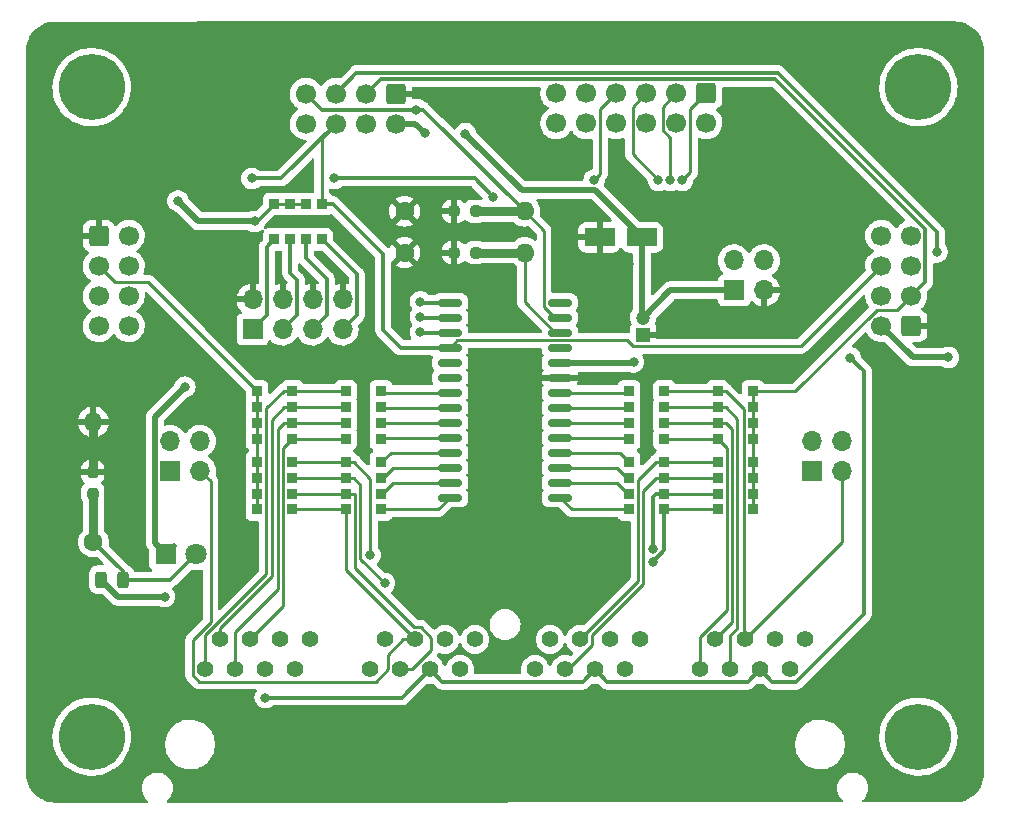
<source format=gtl>
%TF.GenerationSoftware,KiCad,Pcbnew,(6.0.4)*%
%TF.CreationDate,2022-04-04T21:53:04+02:00*%
%TF.ProjectId,SWITCH_INPUT_BOARD,53574954-4348-45f4-994e-5055545f424f,rev?*%
%TF.SameCoordinates,Original*%
%TF.FileFunction,Copper,L1,Top*%
%TF.FilePolarity,Positive*%
%FSLAX46Y46*%
G04 Gerber Fmt 4.6, Leading zero omitted, Abs format (unit mm)*
G04 Created by KiCad (PCBNEW (6.0.4)) date 2022-04-04 21:53:04*
%MOMM*%
%LPD*%
G01*
G04 APERTURE LIST*
G04 Aperture macros list*
%AMRoundRect*
0 Rectangle with rounded corners*
0 $1 Rounding radius*
0 $2 $3 $4 $5 $6 $7 $8 $9 X,Y pos of 4 corners*
0 Add a 4 corners polygon primitive as box body*
4,1,4,$2,$3,$4,$5,$6,$7,$8,$9,$2,$3,0*
0 Add four circle primitives for the rounded corners*
1,1,$1+$1,$2,$3*
1,1,$1+$1,$4,$5*
1,1,$1+$1,$6,$7*
1,1,$1+$1,$8,$9*
0 Add four rect primitives between the rounded corners*
20,1,$1+$1,$2,$3,$4,$5,0*
20,1,$1+$1,$4,$5,$6,$7,0*
20,1,$1+$1,$6,$7,$8,$9,0*
20,1,$1+$1,$8,$9,$2,$3,0*%
G04 Aperture macros list end*
%TA.AperFunction,ComponentPad*%
%ADD10C,1.600000*%
%TD*%
%TA.AperFunction,ComponentPad*%
%ADD11O,1.600000X1.600000*%
%TD*%
%TA.AperFunction,SMDPad,CuDef*%
%ADD12R,0.900000X0.900000*%
%TD*%
%TA.AperFunction,SMDPad,CuDef*%
%ADD13RoundRect,0.150000X0.875000X0.150000X-0.875000X0.150000X-0.875000X-0.150000X0.875000X-0.150000X0*%
%TD*%
%TA.AperFunction,ComponentPad*%
%ADD14RoundRect,0.250000X-0.600000X0.600000X-0.600000X-0.600000X0.600000X-0.600000X0.600000X0.600000X0*%
%TD*%
%TA.AperFunction,ComponentPad*%
%ADD15C,1.700000*%
%TD*%
%TA.AperFunction,ComponentPad*%
%ADD16C,5.600000*%
%TD*%
%TA.AperFunction,ComponentPad*%
%ADD17C,1.397000*%
%TD*%
%TA.AperFunction,ComponentPad*%
%ADD18RoundRect,0.250000X-0.600000X-0.600000X0.600000X-0.600000X0.600000X0.600000X-0.600000X0.600000X0*%
%TD*%
%TA.AperFunction,ComponentPad*%
%ADD19RoundRect,0.250000X0.600000X0.600000X-0.600000X0.600000X-0.600000X-0.600000X0.600000X-0.600000X0*%
%TD*%
%TA.AperFunction,ComponentPad*%
%ADD20R,1.200000X1.200000*%
%TD*%
%TA.AperFunction,ComponentPad*%
%ADD21C,1.200000*%
%TD*%
%TA.AperFunction,SMDPad,CuDef*%
%ADD22RoundRect,0.243750X-0.243750X-0.456250X0.243750X-0.456250X0.243750X0.456250X-0.243750X0.456250X0*%
%TD*%
%TA.AperFunction,SMDPad,CuDef*%
%ADD23RoundRect,0.237500X0.237500X-0.250000X0.237500X0.250000X-0.237500X0.250000X-0.237500X-0.250000X0*%
%TD*%
%TA.AperFunction,ComponentPad*%
%ADD24R,1.800000X1.800000*%
%TD*%
%TA.AperFunction,ComponentPad*%
%ADD25C,1.800000*%
%TD*%
%TA.AperFunction,SMDPad,CuDef*%
%ADD26RoundRect,0.249600X-1.050400X-0.550400X1.050400X-0.550400X1.050400X0.550400X-1.050400X0.550400X0*%
%TD*%
%TA.AperFunction,SMDPad,CuDef*%
%ADD27RoundRect,0.237500X-0.250000X-0.237500X0.250000X-0.237500X0.250000X0.237500X-0.250000X0.237500X0*%
%TD*%
%TA.AperFunction,ComponentPad*%
%ADD28R,1.700000X1.700000*%
%TD*%
%TA.AperFunction,ComponentPad*%
%ADD29O,1.700000X1.700000*%
%TD*%
%TA.AperFunction,ViaPad*%
%ADD30C,0.800000*%
%TD*%
%TA.AperFunction,Conductor*%
%ADD31C,0.250000*%
%TD*%
%TA.AperFunction,Conductor*%
%ADD32C,0.300000*%
%TD*%
%TA.AperFunction,Conductor*%
%ADD33C,0.750000*%
%TD*%
%TA.AperFunction,Conductor*%
%ADD34C,0.500000*%
%TD*%
G04 APERTURE END LIST*
D10*
X98150000Y-103500000D03*
D11*
X98150000Y-93340000D03*
D12*
X115000000Y-94750000D03*
X115000000Y-93410000D03*
X115000000Y-92090000D03*
X115000000Y-90750000D03*
X112000000Y-90750000D03*
X112000000Y-92090000D03*
X112000000Y-93410000D03*
X112000000Y-94750000D03*
D13*
X137650000Y-99755000D03*
X137650000Y-98485000D03*
X137650000Y-97215000D03*
X137650000Y-95945000D03*
X137650000Y-94675000D03*
X137650000Y-93405000D03*
X137650000Y-92135000D03*
X137650000Y-90865000D03*
X137650000Y-89595000D03*
X137650000Y-88325000D03*
X137650000Y-87055000D03*
X137650000Y-85785000D03*
X137650000Y-84515000D03*
X137650000Y-83245000D03*
X128350000Y-83245000D03*
X128350000Y-84515000D03*
X128350000Y-85785000D03*
X128350000Y-87055000D03*
X128350000Y-88325000D03*
X128350000Y-89595000D03*
X128350000Y-90865000D03*
X128350000Y-92135000D03*
X128350000Y-93405000D03*
X128350000Y-94675000D03*
X128350000Y-95945000D03*
X128350000Y-97215000D03*
X128350000Y-98485000D03*
X128350000Y-99755000D03*
D10*
X124500000Y-75500000D03*
D11*
X134660000Y-75500000D03*
D14*
X150050000Y-65500000D03*
D15*
X150050000Y-68040000D03*
X147510000Y-65500000D03*
X147510000Y-68040000D03*
X144970000Y-65500000D03*
X144970000Y-68040000D03*
X142430000Y-65500000D03*
X142430000Y-68040000D03*
X139890000Y-65500000D03*
X139890000Y-68040000D03*
X137350000Y-65500000D03*
X137350000Y-68040000D03*
D12*
X113480000Y-77880000D03*
X114820000Y-77880000D03*
X116140000Y-77880000D03*
X117480000Y-77880000D03*
X117480000Y-74880000D03*
X116140000Y-74880000D03*
X114820000Y-74880000D03*
X113480000Y-74880000D03*
X146500000Y-100750000D03*
X146500000Y-99410000D03*
X146500000Y-98090000D03*
X146500000Y-96750000D03*
X143500000Y-96750000D03*
X143500000Y-98090000D03*
X143500000Y-99410000D03*
X143500000Y-100750000D03*
X146500000Y-94750000D03*
X146500000Y-93410000D03*
X146500000Y-92090000D03*
X146500000Y-90750000D03*
X143500000Y-90750000D03*
X143500000Y-92090000D03*
X143500000Y-93410000D03*
X143500000Y-94750000D03*
X115000000Y-100750000D03*
X115000000Y-99410000D03*
X115000000Y-98090000D03*
X115000000Y-96750000D03*
X112000000Y-96750000D03*
X112000000Y-98090000D03*
X112000000Y-99410000D03*
X112000000Y-100750000D03*
D10*
X124500000Y-79000000D03*
D11*
X134660000Y-79000000D03*
D16*
X168000000Y-120000000D03*
X168000000Y-65000000D03*
X98000000Y-65000000D03*
X98000000Y-120000000D03*
D17*
X107600000Y-114300000D03*
X108870000Y-111760000D03*
X110140000Y-114300000D03*
X111410000Y-111760000D03*
X112680000Y-114300000D03*
X113950000Y-111760000D03*
X115220000Y-114300000D03*
X116490000Y-111760000D03*
X121570000Y-114300000D03*
X122840000Y-111760000D03*
X124110000Y-114300000D03*
X125380000Y-111760000D03*
X126650000Y-114300000D03*
X127920000Y-111760000D03*
X129190000Y-114300000D03*
X130460000Y-111760000D03*
X135540000Y-114300000D03*
X136810000Y-111760000D03*
X138080000Y-114300000D03*
X139350000Y-111760000D03*
X140620000Y-114300000D03*
X141890000Y-111760000D03*
X143160000Y-114300000D03*
X144430000Y-111760000D03*
X149510000Y-114300000D03*
X150780000Y-111760000D03*
X152050000Y-114300000D03*
X153320000Y-111760000D03*
X154590000Y-114300000D03*
X155860000Y-111760000D03*
X157130000Y-114300000D03*
X158400000Y-111760000D03*
D18*
X98600000Y-77600000D03*
D15*
X101140000Y-77600000D03*
X98600000Y-80140000D03*
X101140000Y-80140000D03*
X98600000Y-82680000D03*
X101140000Y-82680000D03*
X98600000Y-85220000D03*
X101140000Y-85220000D03*
D19*
X167400000Y-85200000D03*
D15*
X164860000Y-85200000D03*
X167400000Y-82660000D03*
X164860000Y-82660000D03*
X167400000Y-80120000D03*
X164860000Y-80120000D03*
X167400000Y-77580000D03*
X164860000Y-77580000D03*
D14*
X123750000Y-65550000D03*
D15*
X123750000Y-68090000D03*
X121210000Y-65550000D03*
X121210000Y-68090000D03*
X118670000Y-65550000D03*
X118670000Y-68090000D03*
X116130000Y-65550000D03*
X116130000Y-68090000D03*
D12*
X151000000Y-96750000D03*
X151000000Y-98090000D03*
X151000000Y-99410000D03*
X151000000Y-100750000D03*
X154000000Y-100750000D03*
X154000000Y-99410000D03*
X154000000Y-98090000D03*
X154000000Y-96750000D03*
X151000000Y-90750000D03*
X151000000Y-92090000D03*
X151000000Y-93410000D03*
X151000000Y-94750000D03*
X154000000Y-94750000D03*
X154000000Y-93410000D03*
X154000000Y-92090000D03*
X154000000Y-90750000D03*
X119500000Y-90750000D03*
X119500000Y-92090000D03*
X119500000Y-93410000D03*
X119500000Y-94750000D03*
X122500000Y-94750000D03*
X122500000Y-93410000D03*
X122500000Y-92090000D03*
X122500000Y-90750000D03*
X119500000Y-96750000D03*
X119500000Y-98090000D03*
X119500000Y-99410000D03*
X119500000Y-100750000D03*
X122500000Y-100750000D03*
X122500000Y-99410000D03*
X122500000Y-98090000D03*
X122500000Y-96750000D03*
D20*
X144700000Y-86000000D03*
D21*
X144700000Y-84500000D03*
D22*
X98762500Y-106700000D03*
X100637500Y-106700000D03*
D23*
X98100000Y-99412500D03*
X98100000Y-97587500D03*
D24*
X104300000Y-104500000D03*
D25*
X106840000Y-104500000D03*
D26*
X141000000Y-77700000D03*
X144600000Y-77700000D03*
D27*
X128687500Y-79000000D03*
X130512500Y-79000000D03*
D28*
X111630000Y-85510000D03*
D29*
X111630000Y-82970000D03*
X114170000Y-85510000D03*
X114170000Y-82970000D03*
X116710000Y-85510000D03*
X116710000Y-82970000D03*
X119250000Y-85510000D03*
X119250000Y-82970000D03*
D28*
X159000000Y-97500000D03*
D29*
X159000000Y-94960000D03*
X161540000Y-97500000D03*
X161540000Y-94960000D03*
D28*
X104650000Y-97500000D03*
D29*
X104650000Y-94960000D03*
X107190000Y-97500000D03*
X107190000Y-94960000D03*
D28*
X152400000Y-82200000D03*
D29*
X152400000Y-79660000D03*
X154940000Y-82200000D03*
X154940000Y-79660000D03*
D27*
X128687500Y-75500000D03*
X130512500Y-75500000D03*
D30*
X112700000Y-116680000D03*
X162250000Y-87910000D03*
X140540000Y-72850000D03*
X121600000Y-104600000D03*
X122800000Y-107000000D03*
X145500000Y-105200000D03*
X145500000Y-104100000D03*
X145990000Y-72890000D03*
X147000000Y-72900000D03*
X148000000Y-72900000D03*
X123760000Y-62250000D03*
X118270000Y-80110000D03*
X156650000Y-88820000D03*
X164920000Y-90920000D03*
X145820000Y-80000000D03*
X143490000Y-80010000D03*
X169570000Y-78940000D03*
X125490001Y-66889999D03*
X129650000Y-68940000D03*
X111810000Y-76360000D03*
X105890000Y-90390000D03*
X105310000Y-74630000D03*
X170540000Y-87880000D03*
X143880000Y-88250000D03*
X126190000Y-68870000D03*
X104180000Y-108140000D03*
X111570000Y-72730000D03*
X118560000Y-72720000D03*
X132000000Y-74300000D03*
X125830000Y-83170000D03*
X125830000Y-84445000D03*
X125830000Y-85720000D03*
D31*
X107600000Y-111405762D02*
X107600000Y-114300000D01*
X115000000Y-90750000D02*
X114250000Y-90750000D01*
X112799990Y-106205772D02*
X107600000Y-111405762D01*
X114250000Y-90750000D02*
X112799990Y-92200010D01*
X112799990Y-92200010D02*
X112799990Y-106205772D01*
X115000000Y-90750000D02*
X119500000Y-90750000D01*
X114300000Y-92090000D02*
X113250000Y-93140000D01*
X113250000Y-106392172D02*
X108870000Y-110772172D01*
X115000000Y-92090000D02*
X119500000Y-92090000D01*
X108870000Y-110772172D02*
X108870000Y-111760000D01*
X115000000Y-92090000D02*
X114300000Y-92090000D01*
X113250000Y-93140000D02*
X113250000Y-106392172D01*
X113750000Y-107500000D02*
X110140000Y-111110000D01*
X115000000Y-93410000D02*
X119500000Y-93410000D01*
X113750000Y-93960000D02*
X113750000Y-107500000D01*
X115000000Y-93410000D02*
X114300000Y-93410000D01*
X114300000Y-93410000D02*
X113750000Y-93960000D01*
X110140000Y-111110000D02*
X110140000Y-114300000D01*
X114224999Y-108945001D02*
X111410000Y-111760000D01*
X115000000Y-94750000D02*
X114224999Y-95525001D01*
X115000000Y-94750000D02*
X119500000Y-94750000D01*
X114224999Y-95525001D02*
X114224999Y-108945001D01*
D32*
X162250000Y-87910000D02*
X162250000Y-87910000D01*
X140620000Y-114300000D02*
X141668501Y-115348501D01*
X126650000Y-114300000D02*
X127698501Y-115348501D01*
X139571499Y-115348501D02*
X140620000Y-114300000D01*
X153541499Y-115348501D02*
X154590000Y-114300000D01*
X127698501Y-115348501D02*
X139571499Y-115348501D01*
X112700000Y-116680000D02*
X124270000Y-116680000D01*
X155638501Y-115348501D02*
X157633281Y-115348501D01*
X163400001Y-89060001D02*
X162250000Y-87910000D01*
X154590000Y-114300000D02*
X155638501Y-115348501D01*
X163400001Y-109581781D02*
X163400001Y-89060001D01*
X141668501Y-115348501D02*
X153541499Y-115348501D01*
X157633281Y-115348501D02*
X163400001Y-109581781D01*
X124270000Y-116680000D02*
X126650000Y-114300000D01*
D31*
X140540000Y-72850000D02*
X141065001Y-72324999D01*
X141065001Y-72324999D02*
X141065001Y-66864999D01*
X141065001Y-66864999D02*
X142430000Y-65500000D01*
X115000000Y-96750000D02*
X119500000Y-96750000D01*
X119500000Y-96750000D02*
X120200000Y-96750000D01*
X120200000Y-96750000D02*
X121600000Y-98150000D01*
X121600000Y-98150000D02*
X121600000Y-104600000D01*
X115000000Y-98090000D02*
X119500000Y-98090000D01*
X119500000Y-98090000D02*
X120200000Y-98090000D01*
X120750000Y-104950000D02*
X122800000Y-107000000D01*
X120200000Y-98090000D02*
X120750000Y-98640000D01*
X120750000Y-98640000D02*
X120750000Y-104950000D01*
X119500000Y-99410000D02*
X120200000Y-99410000D01*
X125871281Y-110736499D02*
X126750000Y-111615218D01*
X125286501Y-110736499D02*
X125871281Y-110736499D01*
X126750000Y-112647828D02*
X125097828Y-114300000D01*
X125097828Y-114300000D02*
X124110000Y-114300000D01*
X115000000Y-99410000D02*
X119500000Y-99410000D01*
X126750000Y-111615218D02*
X126750000Y-112647828D01*
X120275001Y-105724999D02*
X125286501Y-110736499D01*
X120275001Y-99485001D02*
X120275001Y-105724999D01*
X120200000Y-99410000D02*
X120275001Y-99485001D01*
X124392172Y-111760000D02*
X125380000Y-111760000D01*
X106576499Y-114791281D02*
X107108719Y-115323501D01*
X123086499Y-113065673D02*
X124392172Y-111760000D01*
X107190000Y-97500000D02*
X108065001Y-98375001D01*
X106576499Y-111792853D02*
X106576499Y-114791281D01*
X108065001Y-110304351D02*
X106576499Y-111792853D01*
X119500000Y-100750000D02*
X119500000Y-105880000D01*
X119500000Y-105880000D02*
X125380000Y-111760000D01*
X115000000Y-100750000D02*
X119500000Y-100750000D01*
X125135218Y-111760000D02*
X125380000Y-111760000D01*
X107108719Y-115323501D02*
X122061281Y-115323501D01*
X108065001Y-98375001D02*
X108065001Y-110304351D01*
X122061281Y-115323501D02*
X123086499Y-114298283D01*
X123086499Y-114298283D02*
X123086499Y-113065673D01*
D32*
X146500000Y-100750000D02*
X146500000Y-104200000D01*
X146500000Y-104200000D02*
X145500000Y-105200000D01*
D31*
X146500000Y-100750000D02*
X151000000Y-100750000D01*
D32*
X146500000Y-99410000D02*
X145750000Y-99410000D01*
X145750000Y-99410000D02*
X145500000Y-99660000D01*
D31*
X146500000Y-99410000D02*
X151000000Y-99410000D01*
D32*
X145500000Y-99660000D02*
X145500000Y-104100000D01*
D31*
X146500000Y-98090000D02*
X151000000Y-98090000D01*
X144725011Y-99164989D02*
X144725010Y-107021400D01*
X138324782Y-114300000D02*
X138080000Y-114300000D01*
X140373501Y-112251281D02*
X138324782Y-114300000D01*
X145800000Y-98090000D02*
X144725011Y-99164989D01*
X144725010Y-107021400D02*
X140373501Y-111372909D01*
X140373501Y-111372909D02*
X140373501Y-112251281D01*
X146500000Y-98090000D02*
X145800000Y-98090000D01*
X144275001Y-98274999D02*
X144275001Y-106834999D01*
X144275001Y-106834999D02*
X139350000Y-111760000D01*
X146500000Y-96750000D02*
X145800000Y-96750000D01*
X145800000Y-96750000D02*
X144275001Y-98274999D01*
X146500000Y-96750000D02*
X151000000Y-96750000D01*
X145990000Y-72890000D02*
X143794999Y-70694999D01*
X143794999Y-66675001D02*
X144970000Y-65500000D01*
X146000000Y-72900000D02*
X145990000Y-72890000D01*
X143794999Y-70694999D02*
X143794999Y-66675001D01*
X147000000Y-69269002D02*
X146334999Y-68604001D01*
X146334999Y-68604001D02*
X146334999Y-66675001D01*
X147000000Y-72900000D02*
X147000000Y-69269002D01*
X146334999Y-66675001D02*
X147510000Y-65500000D01*
X148685001Y-72214999D02*
X148685001Y-66864999D01*
X148000000Y-72900000D02*
X148685001Y-72214999D01*
X148685001Y-66864999D02*
X150050000Y-65500000D01*
X151000000Y-94750000D02*
X151775001Y-95525001D01*
X149510000Y-111515218D02*
X149510000Y-114300000D01*
X151775001Y-95525001D02*
X151775001Y-109250217D01*
X146500000Y-94750000D02*
X151000000Y-94750000D01*
X151775001Y-109250217D02*
X149510000Y-111515218D01*
X152225010Y-93935010D02*
X152225010Y-110314990D01*
X151700000Y-93410000D02*
X152225010Y-93935010D01*
X152225010Y-110314990D02*
X150780000Y-111760000D01*
X146500000Y-93410000D02*
X151000000Y-93410000D01*
X151000000Y-93410000D02*
X151700000Y-93410000D01*
X146500000Y-92090000D02*
X151000000Y-92090000D01*
X151700000Y-92090000D02*
X152675019Y-93065019D01*
X152050000Y-111450000D02*
X152050000Y-114300000D01*
X152675019Y-93065019D02*
X152675019Y-110824981D01*
X152675019Y-110824981D02*
X152050000Y-111450000D01*
X151000000Y-92090000D02*
X151700000Y-92090000D01*
X153224999Y-92274999D02*
X153224999Y-111664999D01*
X151000000Y-90750000D02*
X151700000Y-90750000D01*
X161540000Y-103540000D02*
X153320000Y-111760000D01*
X153224999Y-111664999D02*
X153320000Y-111760000D01*
X146500000Y-90750000D02*
X151000000Y-90750000D01*
X151700000Y-90750000D02*
X153224999Y-92274999D01*
X161540000Y-97500000D02*
X161540000Y-103540000D01*
D33*
X98100000Y-93390000D02*
X98150000Y-93340000D01*
X98100000Y-97587500D02*
X98100000Y-93390000D01*
D31*
X164485997Y-83835001D02*
X166224999Y-83835001D01*
D32*
X155895992Y-64299990D02*
X168600001Y-77003999D01*
D31*
X99964999Y-81504999D02*
X102754999Y-81504999D01*
D32*
X168600001Y-81459999D02*
X167400000Y-82660000D01*
D31*
X112000000Y-94750000D02*
X112000000Y-100750000D01*
D32*
X168600001Y-77003999D02*
X168600001Y-81459999D01*
D31*
X166224999Y-83835001D02*
X167400000Y-82660000D01*
X102754999Y-81504999D02*
X112000000Y-90750000D01*
X154000000Y-90750000D02*
X157570998Y-90750000D01*
X157570998Y-90750000D02*
X164485997Y-83835001D01*
X98600000Y-80140000D02*
X99964999Y-81504999D01*
X154000000Y-90750000D02*
X154000000Y-100750000D01*
D32*
X122460010Y-64299990D02*
X155895992Y-64299990D01*
D31*
X112000000Y-90750000D02*
X112000000Y-94750000D01*
D32*
X121210000Y-65550000D02*
X122460010Y-64299990D01*
X120420020Y-63799980D02*
X156103102Y-63799980D01*
X156103102Y-63799980D02*
X169590000Y-77286878D01*
X169590000Y-77286878D02*
X169590000Y-78920000D01*
X118670000Y-65550000D02*
X120420020Y-63799980D01*
X169590000Y-78920000D02*
X169570000Y-78940000D01*
X125490001Y-66889999D02*
X117469999Y-66889999D01*
X117469999Y-66889999D02*
X116130000Y-65550000D01*
D31*
X137223232Y-84515000D02*
X137650000Y-84515000D01*
X134660000Y-75500000D02*
X136299990Y-77139990D01*
X136299990Y-83591758D02*
X137223232Y-84515000D01*
D32*
X126049999Y-66889999D02*
X125490001Y-66889999D01*
D31*
X136299990Y-77139990D02*
X136299990Y-83591758D01*
D33*
X130512500Y-75500000D02*
X134660000Y-75500000D01*
D32*
X134660000Y-75500000D02*
X126049999Y-66889999D01*
D31*
X126190000Y-68870000D02*
X126190000Y-68870000D01*
D34*
X134410001Y-73700001D02*
X140600001Y-73700001D01*
X104300000Y-104500000D02*
X104950001Y-103849999D01*
X123750000Y-68090000D02*
X125410000Y-68090000D01*
D31*
X116140000Y-74880000D02*
X113480000Y-74880000D01*
D34*
X107040000Y-76360000D02*
X111810000Y-76360000D01*
X129650000Y-68940000D02*
X134410001Y-73700001D01*
X125410000Y-68090000D02*
X126190000Y-68870000D01*
D31*
X112000000Y-76360000D02*
X113480000Y-74880000D01*
X111810000Y-76360000D02*
X112000000Y-76360000D01*
X144600000Y-84400000D02*
X144700000Y-84500000D01*
D34*
X137650000Y-88325000D02*
X143805000Y-88325000D01*
X105310000Y-74630000D02*
X107040000Y-76360000D01*
X147000000Y-82200000D02*
X144700000Y-84500000D01*
X167540000Y-87880000D02*
X170540000Y-87880000D01*
X164860000Y-85200000D02*
X167540000Y-87880000D01*
X104300000Y-104500000D02*
X103349999Y-103549999D01*
X103349999Y-103549999D02*
X103349999Y-92930001D01*
X100202500Y-108140000D02*
X104180000Y-108140000D01*
X103349999Y-92930001D02*
X105890000Y-90390000D01*
X98762500Y-106700000D02*
X100202500Y-108140000D01*
X140600001Y-73700001D02*
X144600000Y-77700000D01*
X152400000Y-82200000D02*
X147000000Y-82200000D01*
D31*
X98752500Y-106710000D02*
X98762500Y-106700000D01*
D34*
X144600000Y-77700000D02*
X144600000Y-84400000D01*
X143805000Y-88325000D02*
X143880000Y-88250000D01*
D32*
X122680000Y-79140000D02*
X122680000Y-85580000D01*
D31*
X117480000Y-69280000D02*
X117480000Y-74880000D01*
D32*
X124155000Y-87055000D02*
X128350000Y-87055000D01*
D31*
X143344988Y-86429990D02*
X143839999Y-86925001D01*
X118670000Y-68090000D02*
X117480000Y-69280000D01*
D32*
X122680000Y-85580000D02*
X124155000Y-87055000D01*
D31*
X128350000Y-87055000D02*
X128975010Y-86429990D01*
X143839999Y-86925001D02*
X158054999Y-86925001D01*
D32*
X117480000Y-74880000D02*
X118420000Y-74880000D01*
X114030000Y-72730000D02*
X118670000Y-68090000D01*
X111570000Y-72730000D02*
X114030000Y-72730000D01*
D31*
X128975010Y-86429990D02*
X143344988Y-86429990D01*
D32*
X118420000Y-74880000D02*
X122680000Y-79140000D01*
D31*
X158054999Y-86925001D02*
X164860000Y-80120000D01*
X137223232Y-85785000D02*
X137650000Y-85785000D01*
D32*
X118560000Y-72720000D02*
X130420000Y-72720000D01*
D31*
X134660000Y-79000000D02*
X134660000Y-83221768D01*
D32*
X130420000Y-72720000D02*
X132000000Y-74300000D01*
D31*
X134660000Y-83221768D02*
X137223232Y-85785000D01*
D33*
X130512500Y-79000000D02*
X134660000Y-79000000D01*
D32*
X125905000Y-83245000D02*
X125830000Y-83170000D01*
X112830001Y-84309999D02*
X112830001Y-78529999D01*
X112830001Y-78529999D02*
X113480000Y-77880000D01*
X111630000Y-85510000D02*
X112830001Y-84309999D01*
X128350000Y-83245000D02*
X125905000Y-83245000D01*
X114170000Y-85510000D02*
X115370001Y-84309999D01*
X125900000Y-84515000D02*
X125830000Y-84445000D01*
X115370001Y-84309999D02*
X115370001Y-81290003D01*
X114799999Y-80720001D02*
X114799999Y-77900001D01*
X128350000Y-84515000D02*
X125900000Y-84515000D01*
X114799999Y-77900001D02*
X114820000Y-77880000D01*
X115370001Y-81290003D02*
X114799999Y-80720001D01*
X125895000Y-85785000D02*
X125830000Y-85720000D01*
X117910001Y-84309999D02*
X117910001Y-81220003D01*
X128350000Y-85785000D02*
X125895000Y-85785000D01*
X116140000Y-79450002D02*
X116140000Y-77880000D01*
X116710000Y-85510000D02*
X117910001Y-84309999D01*
X117910001Y-81220003D02*
X116140000Y-79450002D01*
X98150000Y-103500000D02*
X100637500Y-105987500D01*
X100637500Y-105987500D02*
X100637500Y-106700000D01*
D33*
X98150000Y-103500000D02*
X98150000Y-99462500D01*
X98150000Y-99462500D02*
X98100000Y-99412500D01*
D32*
X104640000Y-106700000D02*
X106840000Y-104500000D01*
X100637500Y-106700000D02*
X104640000Y-106700000D01*
D31*
X128350000Y-92135000D02*
X122545000Y-92135000D01*
X122545000Y-92135000D02*
X122500000Y-92090000D01*
X122615000Y-90865000D02*
X122500000Y-90750000D01*
X128350000Y-90865000D02*
X122615000Y-90865000D01*
X122575000Y-94675000D02*
X122500000Y-94750000D01*
X128350000Y-94675000D02*
X122575000Y-94675000D01*
X122505000Y-93405000D02*
X122500000Y-93410000D01*
X128350000Y-93405000D02*
X122505000Y-93405000D01*
X123535000Y-97215000D02*
X122660000Y-98090000D01*
X128350000Y-97215000D02*
X123535000Y-97215000D01*
X122660000Y-98090000D02*
X122500000Y-98090000D01*
X122500000Y-96750000D02*
X123305000Y-95945000D01*
X123305000Y-95945000D02*
X128350000Y-95945000D01*
X122500000Y-100750000D02*
X127355000Y-100750000D01*
X127355000Y-100750000D02*
X128350000Y-99755000D01*
X128350000Y-98485000D02*
X123515000Y-98485000D01*
X122590000Y-99410000D02*
X122500000Y-99410000D01*
X123515000Y-98485000D02*
X122590000Y-99410000D01*
X142465000Y-97215000D02*
X143340000Y-98090000D01*
X137650000Y-97215000D02*
X142465000Y-97215000D01*
X143340000Y-98090000D02*
X143500000Y-98090000D01*
X143500000Y-96750000D02*
X142695000Y-95945000D01*
X142695000Y-95945000D02*
X137650000Y-95945000D01*
X138645000Y-100750000D02*
X137650000Y-99755000D01*
X143500000Y-100750000D02*
X138645000Y-100750000D01*
X137650000Y-98485000D02*
X142485000Y-98485000D01*
X142485000Y-98485000D02*
X143410000Y-99410000D01*
X143410000Y-99410000D02*
X143500000Y-99410000D01*
X137650000Y-93405000D02*
X143495000Y-93405000D01*
X143495000Y-93405000D02*
X143500000Y-93410000D01*
X143425000Y-94675000D02*
X143500000Y-94750000D01*
X137650000Y-94675000D02*
X143425000Y-94675000D01*
X137650000Y-90865000D02*
X143385000Y-90865000D01*
X143385000Y-90865000D02*
X143500000Y-90750000D01*
X143455000Y-92135000D02*
X143500000Y-92090000D01*
X137650000Y-92135000D02*
X143455000Y-92135000D01*
D32*
X120450001Y-84309999D02*
X120450001Y-80850001D01*
X119250000Y-85510000D02*
X120450001Y-84309999D01*
X120450001Y-80850001D02*
X117480000Y-77880000D01*
%TA.AperFunction,Conductor*%
G36*
X171040069Y-59428942D02*
G01*
X171054848Y-59431244D01*
X171054856Y-59431244D01*
X171063724Y-59432625D01*
X171080923Y-59430376D01*
X171104863Y-59429543D01*
X171362839Y-59445148D01*
X171377943Y-59446982D01*
X171659012Y-59498489D01*
X171673785Y-59502130D01*
X171946607Y-59587145D01*
X171960825Y-59592537D01*
X172221410Y-59709817D01*
X172234866Y-59716880D01*
X172479415Y-59864714D01*
X172491935Y-59873356D01*
X172612532Y-59967838D01*
X172716883Y-60049592D01*
X172728271Y-60059682D01*
X172930318Y-60261729D01*
X172940408Y-60273117D01*
X173116643Y-60498063D01*
X173125285Y-60510584D01*
X173273120Y-60755134D01*
X173280183Y-60768590D01*
X173339325Y-60899998D01*
X173397461Y-61029171D01*
X173402857Y-61043398D01*
X173487870Y-61316215D01*
X173491511Y-61330988D01*
X173543018Y-61612057D01*
X173544852Y-61627161D01*
X173560019Y-61877904D01*
X173558758Y-61904716D01*
X173558756Y-61904852D01*
X173557375Y-61913724D01*
X173558539Y-61922626D01*
X173558539Y-61922628D01*
X173561502Y-61945282D01*
X173562566Y-61961620D01*
X173562166Y-88562749D01*
X173561649Y-123020635D01*
X173560149Y-123040018D01*
X173557839Y-123054851D01*
X173557839Y-123054855D01*
X173556458Y-123063724D01*
X173558707Y-123080919D01*
X173559540Y-123104863D01*
X173543942Y-123362728D01*
X173542108Y-123377832D01*
X173490620Y-123658793D01*
X173486979Y-123673566D01*
X173421492Y-123883723D01*
X173401999Y-123946277D01*
X173396611Y-123960486D01*
X173279365Y-124220998D01*
X173272309Y-124234440D01*
X173163567Y-124414321D01*
X173124531Y-124478894D01*
X173115888Y-124491416D01*
X172939722Y-124716275D01*
X172929632Y-124727663D01*
X172727663Y-124929632D01*
X172716275Y-124939722D01*
X172652357Y-124989799D01*
X172491416Y-125115888D01*
X172478895Y-125124530D01*
X172234440Y-125272309D01*
X172220998Y-125279365D01*
X171960486Y-125396611D01*
X171946282Y-125401997D01*
X171736455Y-125467382D01*
X171673566Y-125486979D01*
X171658793Y-125490620D01*
X171377832Y-125542108D01*
X171362727Y-125543942D01*
X171112095Y-125559102D01*
X171085278Y-125557841D01*
X171085149Y-125557839D01*
X171076276Y-125556458D01*
X171056055Y-125559102D01*
X171044667Y-125560591D01*
X171028347Y-125561654D01*
X167585919Y-125562099D01*
X163362214Y-125562646D01*
X163294091Y-125542653D01*
X163247591Y-125489003D01*
X163237478Y-125418730D01*
X163266963Y-125354146D01*
X163279860Y-125341449D01*
X163282965Y-125339275D01*
X163444875Y-125177365D01*
X163576210Y-124989800D01*
X163578533Y-124984818D01*
X163578536Y-124984813D01*
X163670656Y-124787259D01*
X163670656Y-124787258D01*
X163672979Y-124782277D01*
X163685409Y-124735890D01*
X163730818Y-124566419D01*
X163730818Y-124566417D01*
X163732242Y-124561104D01*
X163752199Y-124333000D01*
X163732242Y-124104896D01*
X163728180Y-124089735D01*
X163674402Y-123889033D01*
X163674401Y-123889031D01*
X163672979Y-123883723D01*
X163613108Y-123755329D01*
X163578536Y-123681188D01*
X163578533Y-123681183D01*
X163576210Y-123676201D01*
X163444875Y-123488635D01*
X163282965Y-123326725D01*
X163278457Y-123323568D01*
X163278454Y-123323566D01*
X163099908Y-123198547D01*
X163099906Y-123198546D01*
X163095399Y-123195390D01*
X163090417Y-123193067D01*
X163090412Y-123193064D01*
X162892859Y-123100944D01*
X162892858Y-123100943D01*
X162887877Y-123098621D01*
X162882569Y-123097199D01*
X162882567Y-123097198D01*
X162672019Y-123040782D01*
X162672017Y-123040782D01*
X162666704Y-123039358D01*
X162566781Y-123030616D01*
X162498461Y-123024638D01*
X162498454Y-123024638D01*
X162495737Y-123024400D01*
X162381463Y-123024400D01*
X162378746Y-123024638D01*
X162378739Y-123024638D01*
X162310419Y-123030616D01*
X162210496Y-123039358D01*
X162205183Y-123040782D01*
X162205181Y-123040782D01*
X161994633Y-123097198D01*
X161994631Y-123097199D01*
X161989323Y-123098621D01*
X161984342Y-123100943D01*
X161984341Y-123100944D01*
X161786788Y-123193064D01*
X161786783Y-123193067D01*
X161781801Y-123195390D01*
X161777294Y-123198546D01*
X161777292Y-123198547D01*
X161598746Y-123323566D01*
X161598743Y-123323568D01*
X161594235Y-123326725D01*
X161432325Y-123488635D01*
X161300990Y-123676200D01*
X161298667Y-123681182D01*
X161298664Y-123681187D01*
X161259442Y-123765300D01*
X161204221Y-123883723D01*
X161202799Y-123889031D01*
X161202798Y-123889033D01*
X161149020Y-124089735D01*
X161144958Y-124104896D01*
X161125001Y-124333000D01*
X161144958Y-124561104D01*
X161146382Y-124566417D01*
X161146382Y-124566419D01*
X161191792Y-124735890D01*
X161204221Y-124782277D01*
X161206543Y-124787258D01*
X161206544Y-124787259D01*
X161298664Y-124984812D01*
X161298665Y-124984813D01*
X161300990Y-124989799D01*
X161304146Y-124994306D01*
X161304147Y-124994308D01*
X161399485Y-125130464D01*
X161432325Y-125177365D01*
X161594235Y-125339275D01*
X161596708Y-125341007D01*
X161635606Y-125399478D01*
X161636730Y-125470465D01*
X161599296Y-125530792D01*
X161535190Y-125561303D01*
X161515303Y-125562885D01*
X104475515Y-125570264D01*
X104407392Y-125550271D01*
X104360892Y-125496621D01*
X104350779Y-125426348D01*
X104380264Y-125361764D01*
X104397358Y-125346347D01*
X104397041Y-125345969D01*
X104401254Y-125342434D01*
X104405765Y-125339275D01*
X104567675Y-125177365D01*
X104699010Y-124989800D01*
X104701333Y-124984818D01*
X104701336Y-124984813D01*
X104793456Y-124787259D01*
X104793456Y-124787258D01*
X104795779Y-124782277D01*
X104808209Y-124735890D01*
X104853618Y-124566419D01*
X104853618Y-124566417D01*
X104855042Y-124561104D01*
X104874999Y-124333000D01*
X104855042Y-124104896D01*
X104850980Y-124089735D01*
X104797202Y-123889033D01*
X104797201Y-123889031D01*
X104795779Y-123883723D01*
X104735908Y-123755329D01*
X104701336Y-123681188D01*
X104701333Y-123681183D01*
X104699010Y-123676201D01*
X104567675Y-123488635D01*
X104405765Y-123326725D01*
X104401257Y-123323568D01*
X104401254Y-123323566D01*
X104222708Y-123198547D01*
X104222706Y-123198546D01*
X104218199Y-123195390D01*
X104213217Y-123193067D01*
X104213212Y-123193064D01*
X104015659Y-123100944D01*
X104015658Y-123100943D01*
X104010677Y-123098621D01*
X104005369Y-123097199D01*
X104005367Y-123097198D01*
X103794819Y-123040782D01*
X103794817Y-123040782D01*
X103789504Y-123039358D01*
X103689581Y-123030616D01*
X103621261Y-123024638D01*
X103621254Y-123024638D01*
X103618537Y-123024400D01*
X103504263Y-123024400D01*
X103501546Y-123024638D01*
X103501539Y-123024638D01*
X103433219Y-123030616D01*
X103333296Y-123039358D01*
X103327983Y-123040782D01*
X103327981Y-123040782D01*
X103117433Y-123097198D01*
X103117431Y-123097199D01*
X103112123Y-123098621D01*
X103107142Y-123100943D01*
X103107141Y-123100944D01*
X102909588Y-123193064D01*
X102909583Y-123193067D01*
X102904601Y-123195390D01*
X102900094Y-123198546D01*
X102900092Y-123198547D01*
X102721546Y-123323566D01*
X102721543Y-123323568D01*
X102717035Y-123326725D01*
X102555125Y-123488635D01*
X102423790Y-123676200D01*
X102421467Y-123681182D01*
X102421464Y-123681187D01*
X102382242Y-123765300D01*
X102327021Y-123883723D01*
X102325599Y-123889031D01*
X102325598Y-123889033D01*
X102271820Y-124089735D01*
X102267758Y-124104896D01*
X102247801Y-124333000D01*
X102267758Y-124561104D01*
X102269182Y-124566417D01*
X102269182Y-124566419D01*
X102314592Y-124735890D01*
X102327021Y-124782277D01*
X102329343Y-124787258D01*
X102329344Y-124787259D01*
X102421464Y-124984812D01*
X102421465Y-124984813D01*
X102423790Y-124989799D01*
X102426946Y-124994306D01*
X102426947Y-124994308D01*
X102522285Y-125130464D01*
X102555125Y-125177365D01*
X102717035Y-125339275D01*
X102721546Y-125342434D01*
X102725759Y-125345969D01*
X102724682Y-125347253D01*
X102764244Y-125396761D01*
X102771543Y-125467382D01*
X102739503Y-125530738D01*
X102678297Y-125566714D01*
X102647658Y-125570501D01*
X94969339Y-125571494D01*
X94949946Y-125569994D01*
X94940356Y-125568501D01*
X94935147Y-125567690D01*
X94935145Y-125567690D01*
X94926276Y-125566309D01*
X94909077Y-125568558D01*
X94885137Y-125569391D01*
X94627290Y-125553794D01*
X94612186Y-125551960D01*
X94540214Y-125538771D01*
X94331240Y-125500475D01*
X94316473Y-125496836D01*
X94090270Y-125426348D01*
X94043769Y-125411858D01*
X94029555Y-125406466D01*
X93769092Y-125289242D01*
X93755621Y-125282172D01*
X93739298Y-125272304D01*
X93588697Y-125181262D01*
X93511187Y-125134405D01*
X93498666Y-125125762D01*
X93273829Y-124949615D01*
X93262440Y-124939525D01*
X93060475Y-124737560D01*
X93050385Y-124726171D01*
X92874238Y-124501334D01*
X92865595Y-124488813D01*
X92717828Y-124244379D01*
X92710757Y-124230906D01*
X92656511Y-124110376D01*
X92593534Y-123970445D01*
X92588141Y-123956227D01*
X92585041Y-123946277D01*
X92503164Y-123683526D01*
X92499523Y-123668754D01*
X92448040Y-123387814D01*
X92446206Y-123372710D01*
X92431269Y-123125768D01*
X92432520Y-123102216D01*
X92432334Y-123102199D01*
X92432769Y-123097350D01*
X92433576Y-123092552D01*
X92433729Y-123080000D01*
X92429779Y-123052422D01*
X92428507Y-123034546D01*
X92428508Y-123033488D01*
X92429005Y-119988434D01*
X94686661Y-119988434D01*
X94704792Y-120346340D01*
X94705329Y-120349695D01*
X94705330Y-120349701D01*
X94732859Y-120521571D01*
X94761470Y-120700195D01*
X94856033Y-121045859D01*
X94987374Y-121379288D01*
X95018151Y-121437909D01*
X95116534Y-121625301D01*
X95153957Y-121696582D01*
X95155858Y-121699411D01*
X95155864Y-121699421D01*
X95275665Y-121877702D01*
X95353834Y-121994029D01*
X95584665Y-122268150D01*
X95843751Y-122515738D01*
X96128061Y-122733897D01*
X96168615Y-122758554D01*
X96431355Y-122918303D01*
X96431360Y-122918306D01*
X96434270Y-122920075D01*
X96437358Y-122921521D01*
X96437357Y-122921521D01*
X96755710Y-123070649D01*
X96755720Y-123070653D01*
X96758794Y-123072093D01*
X96762012Y-123073195D01*
X96762015Y-123073196D01*
X97094615Y-123187071D01*
X97094623Y-123187073D01*
X97097838Y-123188174D01*
X97447435Y-123266959D01*
X97499728Y-123272917D01*
X97800114Y-123307142D01*
X97800122Y-123307142D01*
X97803497Y-123307527D01*
X97806901Y-123307545D01*
X97806904Y-123307545D01*
X98001227Y-123308562D01*
X98161857Y-123309403D01*
X98165243Y-123309053D01*
X98165245Y-123309053D01*
X98514932Y-123272917D01*
X98514941Y-123272916D01*
X98518324Y-123272566D01*
X98521657Y-123271852D01*
X98521660Y-123271851D01*
X98694186Y-123234864D01*
X98868727Y-123197446D01*
X99208968Y-123084922D01*
X99535066Y-122936311D01*
X99834197Y-122758700D01*
X99840262Y-122755099D01*
X99840267Y-122755096D01*
X99843207Y-122753350D01*
X99855566Y-122744071D01*
X99943260Y-122678228D01*
X100129786Y-122538180D01*
X100391451Y-122293319D01*
X100625140Y-122021630D01*
X100741315Y-121852594D01*
X100826190Y-121729101D01*
X100826195Y-121729094D01*
X100828120Y-121726292D01*
X100829732Y-121723298D01*
X100829737Y-121723290D01*
X100996395Y-121413772D01*
X100998017Y-121410760D01*
X101086768Y-121192191D01*
X101131562Y-121081877D01*
X101131564Y-121081872D01*
X101132842Y-121078724D01*
X101134782Y-121071916D01*
X101163527Y-120971006D01*
X101217163Y-120782716D01*
X104220544Y-120782716D01*
X104221103Y-120786960D01*
X104221103Y-120786964D01*
X104223451Y-120804798D01*
X104258072Y-121067774D01*
X104259205Y-121071914D01*
X104259205Y-121071916D01*
X104261930Y-121081877D01*
X104333941Y-121345101D01*
X104446745Y-121609567D01*
X104448948Y-121613248D01*
X104514807Y-121723290D01*
X104594397Y-121856276D01*
X104774165Y-122080663D01*
X104777267Y-122083607D01*
X104777271Y-122083611D01*
X104979614Y-122275628D01*
X104982723Y-122278578D01*
X105216212Y-122446356D01*
X105470310Y-122580894D01*
X105740317Y-122679703D01*
X106021235Y-122740953D01*
X106049812Y-122743202D01*
X106244279Y-122758507D01*
X106244288Y-122758507D01*
X106246736Y-122758700D01*
X106402270Y-122758700D01*
X106404406Y-122758554D01*
X106404417Y-122758554D01*
X106612575Y-122744363D01*
X106612581Y-122744362D01*
X106616852Y-122744071D01*
X106621047Y-122743202D01*
X106621049Y-122743202D01*
X106894190Y-122686637D01*
X106898396Y-122685766D01*
X107169423Y-122589791D01*
X107424916Y-122457921D01*
X107441372Y-122446356D01*
X107656644Y-122295060D01*
X107660149Y-122292597D01*
X107870768Y-122096877D01*
X108052876Y-121874384D01*
X108203104Y-121629235D01*
X108318671Y-121365966D01*
X108397439Y-121089448D01*
X108398966Y-121078724D01*
X108437346Y-120809049D01*
X108437951Y-120804798D01*
X108438067Y-120782716D01*
X157560544Y-120782716D01*
X157561103Y-120786960D01*
X157561103Y-120786964D01*
X157563451Y-120804798D01*
X157598072Y-121067774D01*
X157599205Y-121071914D01*
X157599205Y-121071916D01*
X157601930Y-121081877D01*
X157673941Y-121345101D01*
X157786745Y-121609567D01*
X157788948Y-121613248D01*
X157854807Y-121723290D01*
X157934397Y-121856276D01*
X158114165Y-122080663D01*
X158117267Y-122083607D01*
X158117271Y-122083611D01*
X158319614Y-122275628D01*
X158322723Y-122278578D01*
X158556212Y-122446356D01*
X158810310Y-122580894D01*
X159080317Y-122679703D01*
X159361235Y-122740953D01*
X159389812Y-122743202D01*
X159584279Y-122758507D01*
X159584288Y-122758507D01*
X159586736Y-122758700D01*
X159742270Y-122758700D01*
X159744406Y-122758554D01*
X159744417Y-122758554D01*
X159952575Y-122744363D01*
X159952581Y-122744362D01*
X159956852Y-122744071D01*
X159961047Y-122743202D01*
X159961049Y-122743202D01*
X160234190Y-122686637D01*
X160238396Y-122685766D01*
X160509423Y-122589791D01*
X160764916Y-122457921D01*
X160781372Y-122446356D01*
X160996644Y-122295060D01*
X161000149Y-122292597D01*
X161210768Y-122096877D01*
X161392876Y-121874384D01*
X161543104Y-121629235D01*
X161658671Y-121365966D01*
X161737439Y-121089448D01*
X161738966Y-121078724D01*
X161777346Y-120809049D01*
X161777951Y-120804798D01*
X161779456Y-120517284D01*
X161777115Y-120499498D01*
X161761932Y-120384175D01*
X161741928Y-120232226D01*
X161675233Y-119988434D01*
X164686661Y-119988434D01*
X164704792Y-120346340D01*
X164705329Y-120349695D01*
X164705330Y-120349701D01*
X164732859Y-120521571D01*
X164761470Y-120700195D01*
X164856033Y-121045859D01*
X164987374Y-121379288D01*
X165018151Y-121437909D01*
X165116534Y-121625301D01*
X165153957Y-121696582D01*
X165155858Y-121699411D01*
X165155864Y-121699421D01*
X165275665Y-121877702D01*
X165353834Y-121994029D01*
X165584665Y-122268150D01*
X165843751Y-122515738D01*
X166128061Y-122733897D01*
X166168615Y-122758554D01*
X166431355Y-122918303D01*
X166431360Y-122918306D01*
X166434270Y-122920075D01*
X166437358Y-122921521D01*
X166437357Y-122921521D01*
X166755710Y-123070649D01*
X166755720Y-123070653D01*
X166758794Y-123072093D01*
X166762012Y-123073195D01*
X166762015Y-123073196D01*
X167094615Y-123187071D01*
X167094623Y-123187073D01*
X167097838Y-123188174D01*
X167447435Y-123266959D01*
X167499728Y-123272917D01*
X167800114Y-123307142D01*
X167800122Y-123307142D01*
X167803497Y-123307527D01*
X167806901Y-123307545D01*
X167806904Y-123307545D01*
X168001227Y-123308562D01*
X168161857Y-123309403D01*
X168165243Y-123309053D01*
X168165245Y-123309053D01*
X168514932Y-123272917D01*
X168514941Y-123272916D01*
X168518324Y-123272566D01*
X168521657Y-123271852D01*
X168521660Y-123271851D01*
X168694186Y-123234864D01*
X168868727Y-123197446D01*
X169208968Y-123084922D01*
X169535066Y-122936311D01*
X169834197Y-122758700D01*
X169840262Y-122755099D01*
X169840267Y-122755096D01*
X169843207Y-122753350D01*
X169855566Y-122744071D01*
X169943260Y-122678228D01*
X170129786Y-122538180D01*
X170391451Y-122293319D01*
X170625140Y-122021630D01*
X170741315Y-121852594D01*
X170826190Y-121729101D01*
X170826195Y-121729094D01*
X170828120Y-121726292D01*
X170829732Y-121723298D01*
X170829737Y-121723290D01*
X170996395Y-121413772D01*
X170998017Y-121410760D01*
X171086768Y-121192191D01*
X171131562Y-121081877D01*
X171131564Y-121081872D01*
X171132842Y-121078724D01*
X171134782Y-121071916D01*
X171163527Y-120971006D01*
X171231020Y-120734070D01*
X171291401Y-120380828D01*
X171293511Y-120346340D01*
X171313168Y-120024928D01*
X171313278Y-120023131D01*
X171313359Y-120000000D01*
X171293979Y-119642159D01*
X171236066Y-119288505D01*
X171140297Y-118943173D01*
X171137243Y-118935497D01*
X171009052Y-118613369D01*
X171007793Y-118610205D01*
X170971310Y-118541300D01*
X170841702Y-118296513D01*
X170841698Y-118296506D01*
X170840103Y-118293494D01*
X170639190Y-117996746D01*
X170407403Y-117723432D01*
X170147454Y-117476750D01*
X169895893Y-117285112D01*
X169865091Y-117261647D01*
X169865089Y-117261646D01*
X169862384Y-117259585D01*
X169859472Y-117257828D01*
X169859467Y-117257825D01*
X169558443Y-117076236D01*
X169558437Y-117076233D01*
X169555528Y-117074478D01*
X169230475Y-116923593D01*
X169052538Y-116863365D01*
X168894255Y-116809789D01*
X168894250Y-116809788D01*
X168891028Y-116808697D01*
X168692681Y-116764724D01*
X168544493Y-116731871D01*
X168544487Y-116731870D01*
X168541158Y-116731132D01*
X168537769Y-116730758D01*
X168537764Y-116730757D01*
X168188338Y-116692180D01*
X168188333Y-116692180D01*
X168184957Y-116691807D01*
X168181558Y-116691801D01*
X168181557Y-116691801D01*
X168012080Y-116691505D01*
X167826592Y-116691182D01*
X167713413Y-116703277D01*
X167473639Y-116728901D01*
X167473631Y-116728902D01*
X167470256Y-116729263D01*
X167120117Y-116805606D01*
X166780271Y-116919317D01*
X166777178Y-116920739D01*
X166777177Y-116920740D01*
X166770974Y-116923593D01*
X166454694Y-117069066D01*
X166451760Y-117070822D01*
X166451758Y-117070823D01*
X166178300Y-117234484D01*
X166147193Y-117253101D01*
X166144467Y-117255163D01*
X166144465Y-117255164D01*
X166002213Y-117362749D01*
X165861367Y-117469270D01*
X165858882Y-117471612D01*
X165858877Y-117471616D01*
X165855613Y-117474692D01*
X165600559Y-117715043D01*
X165367819Y-117987546D01*
X165365900Y-117990358D01*
X165365897Y-117990363D01*
X165272624Y-118127097D01*
X165165871Y-118283591D01*
X164997077Y-118599714D01*
X164863411Y-118932218D01*
X164862491Y-118935492D01*
X164862489Y-118935497D01*
X164781766Y-119222679D01*
X164766437Y-119277213D01*
X164765875Y-119280570D01*
X164765875Y-119280571D01*
X164737957Y-119447406D01*
X164707290Y-119630663D01*
X164686661Y-119988434D01*
X161675233Y-119988434D01*
X161666059Y-119954899D01*
X161553255Y-119690433D01*
X161519523Y-119634070D01*
X161407807Y-119447406D01*
X161407804Y-119447402D01*
X161405603Y-119443724D01*
X161225835Y-119219337D01*
X161222733Y-119216393D01*
X161222729Y-119216389D01*
X161020386Y-119024372D01*
X161020383Y-119024370D01*
X161017277Y-119021422D01*
X160783788Y-118853644D01*
X160529690Y-118719106D01*
X160259683Y-118620297D01*
X159978765Y-118559047D01*
X159948081Y-118556632D01*
X159755721Y-118541493D01*
X159755712Y-118541493D01*
X159753264Y-118541300D01*
X159597730Y-118541300D01*
X159595594Y-118541446D01*
X159595583Y-118541446D01*
X159387425Y-118555637D01*
X159387419Y-118555638D01*
X159383148Y-118555929D01*
X159378953Y-118556798D01*
X159378951Y-118556798D01*
X159186219Y-118596711D01*
X159101604Y-118614234D01*
X158830577Y-118710209D01*
X158575084Y-118842079D01*
X158571583Y-118844540D01*
X158571579Y-118844542D01*
X158555060Y-118856152D01*
X158339851Y-119007403D01*
X158129232Y-119203123D01*
X157947124Y-119425616D01*
X157796896Y-119670765D01*
X157681329Y-119934034D01*
X157602561Y-120210552D01*
X157601957Y-120214794D01*
X157601956Y-120214800D01*
X157562654Y-120490951D01*
X157562049Y-120495202D01*
X157561911Y-120521571D01*
X157560799Y-120734070D01*
X157560544Y-120782716D01*
X108438067Y-120782716D01*
X108439456Y-120517284D01*
X108437115Y-120499498D01*
X108421932Y-120384175D01*
X108401928Y-120232226D01*
X108326059Y-119954899D01*
X108213255Y-119690433D01*
X108179523Y-119634070D01*
X108067807Y-119447406D01*
X108067804Y-119447402D01*
X108065603Y-119443724D01*
X107885835Y-119219337D01*
X107882733Y-119216393D01*
X107882729Y-119216389D01*
X107680386Y-119024372D01*
X107680383Y-119024370D01*
X107677277Y-119021422D01*
X107443788Y-118853644D01*
X107189690Y-118719106D01*
X106919683Y-118620297D01*
X106638765Y-118559047D01*
X106608081Y-118556632D01*
X106415721Y-118541493D01*
X106415712Y-118541493D01*
X106413264Y-118541300D01*
X106257730Y-118541300D01*
X106255594Y-118541446D01*
X106255583Y-118541446D01*
X106047425Y-118555637D01*
X106047419Y-118555638D01*
X106043148Y-118555929D01*
X106038953Y-118556798D01*
X106038951Y-118556798D01*
X105846219Y-118596711D01*
X105761604Y-118614234D01*
X105490577Y-118710209D01*
X105235084Y-118842079D01*
X105231583Y-118844540D01*
X105231579Y-118844542D01*
X105215060Y-118856152D01*
X104999851Y-119007403D01*
X104789232Y-119203123D01*
X104607124Y-119425616D01*
X104456896Y-119670765D01*
X104341329Y-119934034D01*
X104262561Y-120210552D01*
X104261957Y-120214794D01*
X104261956Y-120214800D01*
X104222654Y-120490951D01*
X104222049Y-120495202D01*
X104221911Y-120521571D01*
X104220799Y-120734070D01*
X104220544Y-120782716D01*
X101217163Y-120782716D01*
X101231020Y-120734070D01*
X101291401Y-120380828D01*
X101293511Y-120346340D01*
X101313168Y-120024928D01*
X101313278Y-120023131D01*
X101313359Y-120000000D01*
X101293979Y-119642159D01*
X101236066Y-119288505D01*
X101140297Y-118943173D01*
X101137243Y-118935497D01*
X101009052Y-118613369D01*
X101007793Y-118610205D01*
X100971310Y-118541300D01*
X100841702Y-118296513D01*
X100841698Y-118296506D01*
X100840103Y-118293494D01*
X100639190Y-117996746D01*
X100407403Y-117723432D01*
X100147454Y-117476750D01*
X99895893Y-117285112D01*
X99865091Y-117261647D01*
X99865089Y-117261646D01*
X99862384Y-117259585D01*
X99859472Y-117257828D01*
X99859467Y-117257825D01*
X99558443Y-117076236D01*
X99558437Y-117076233D01*
X99555528Y-117074478D01*
X99230475Y-116923593D01*
X99052538Y-116863365D01*
X98894255Y-116809789D01*
X98894250Y-116809788D01*
X98891028Y-116808697D01*
X98692681Y-116764724D01*
X98544493Y-116731871D01*
X98544487Y-116731870D01*
X98541158Y-116731132D01*
X98537769Y-116730758D01*
X98537764Y-116730757D01*
X98188338Y-116692180D01*
X98188333Y-116692180D01*
X98184957Y-116691807D01*
X98181558Y-116691801D01*
X98181557Y-116691801D01*
X98012080Y-116691505D01*
X97826592Y-116691182D01*
X97713413Y-116703277D01*
X97473639Y-116728901D01*
X97473631Y-116728902D01*
X97470256Y-116729263D01*
X97120117Y-116805606D01*
X96780271Y-116919317D01*
X96777178Y-116920739D01*
X96777177Y-116920740D01*
X96770974Y-116923593D01*
X96454694Y-117069066D01*
X96451760Y-117070822D01*
X96451758Y-117070823D01*
X96178300Y-117234484D01*
X96147193Y-117253101D01*
X96144467Y-117255163D01*
X96144465Y-117255164D01*
X96002213Y-117362749D01*
X95861367Y-117469270D01*
X95858882Y-117471612D01*
X95858877Y-117471616D01*
X95855613Y-117474692D01*
X95600559Y-117715043D01*
X95367819Y-117987546D01*
X95365900Y-117990358D01*
X95365897Y-117990363D01*
X95272624Y-118127097D01*
X95165871Y-118283591D01*
X94997077Y-118599714D01*
X94863411Y-118932218D01*
X94862491Y-118935492D01*
X94862489Y-118935497D01*
X94781766Y-119222679D01*
X94766437Y-119277213D01*
X94765875Y-119280570D01*
X94765875Y-119280571D01*
X94737957Y-119447406D01*
X94707290Y-119630663D01*
X94686661Y-119988434D01*
X92429005Y-119988434D01*
X92431697Y-103500000D01*
X96836502Y-103500000D01*
X96856457Y-103728087D01*
X96857881Y-103733400D01*
X96857881Y-103733402D01*
X96906627Y-103915321D01*
X96915716Y-103949243D01*
X96918039Y-103954224D01*
X96918039Y-103954225D01*
X97010151Y-104151762D01*
X97010154Y-104151767D01*
X97012477Y-104156749D01*
X97054225Y-104216371D01*
X97136366Y-104333680D01*
X97143802Y-104344300D01*
X97305700Y-104506198D01*
X97310208Y-104509355D01*
X97310211Y-104509357D01*
X97340541Y-104530594D01*
X97493251Y-104637523D01*
X97498233Y-104639846D01*
X97498238Y-104639849D01*
X97651716Y-104711416D01*
X97700757Y-104734284D01*
X97706065Y-104735706D01*
X97706067Y-104735707D01*
X97916598Y-104792119D01*
X97916600Y-104792119D01*
X97921913Y-104793543D01*
X98150000Y-104813498D01*
X98378087Y-104793543D01*
X98383400Y-104792119D01*
X98383402Y-104792119D01*
X98413657Y-104784012D01*
X98484633Y-104785702D01*
X98535363Y-104816623D01*
X98860593Y-105141852D01*
X98995145Y-105276404D01*
X99029170Y-105338717D01*
X99024106Y-105409532D01*
X98981559Y-105466368D01*
X98915039Y-105491179D01*
X98906050Y-105491500D01*
X98481277Y-105491501D01*
X98468770Y-105491501D01*
X98363871Y-105502384D01*
X98357340Y-105504563D01*
X98357335Y-105504564D01*
X98209189Y-105553990D01*
X98197474Y-105557898D01*
X98048311Y-105650203D01*
X97924383Y-105774347D01*
X97832339Y-105923671D01*
X97830034Y-105930619D01*
X97830034Y-105930620D01*
X97783307Y-106071498D01*
X97777115Y-106090165D01*
X97766500Y-106193769D01*
X97766501Y-107206230D01*
X97777384Y-107311129D01*
X97779563Y-107317660D01*
X97779564Y-107317665D01*
X97827429Y-107461134D01*
X97832898Y-107477526D01*
X97925203Y-107626689D01*
X98049347Y-107750617D01*
X98198671Y-107842661D01*
X98205619Y-107844966D01*
X98205620Y-107844966D01*
X98358634Y-107895719D01*
X98358636Y-107895719D01*
X98365165Y-107897885D01*
X98468769Y-107908500D01*
X98493709Y-107908500D01*
X98846128Y-107908499D01*
X98914248Y-107928501D01*
X98935223Y-107945404D01*
X99618730Y-108628911D01*
X99631116Y-108643323D01*
X99639649Y-108654918D01*
X99639654Y-108654923D01*
X99643992Y-108660818D01*
X99649570Y-108665557D01*
X99649573Y-108665560D01*
X99684268Y-108695035D01*
X99691784Y-108701965D01*
X99697480Y-108707661D01*
X99700341Y-108709924D01*
X99700346Y-108709929D01*
X99719766Y-108725293D01*
X99723167Y-108728082D01*
X99778785Y-108775333D01*
X99785305Y-108778662D01*
X99790352Y-108782028D01*
X99795476Y-108785193D01*
X99801217Y-108789735D01*
X99807848Y-108792834D01*
X99807851Y-108792836D01*
X99867330Y-108820634D01*
X99871276Y-108822562D01*
X99936308Y-108855769D01*
X99943414Y-108857508D01*
X99949064Y-108859609D01*
X99954821Y-108861524D01*
X99961450Y-108864622D01*
X100032935Y-108879491D01*
X100037201Y-108880457D01*
X100108110Y-108897808D01*
X100113712Y-108898156D01*
X100113715Y-108898156D01*
X100119264Y-108898500D01*
X100119262Y-108898535D01*
X100123234Y-108898775D01*
X100127455Y-108899152D01*
X100134615Y-108900641D01*
X100212042Y-108898546D01*
X100215450Y-108898500D01*
X103637413Y-108898500D01*
X103711472Y-108922563D01*
X103717902Y-108927235D01*
X103717909Y-108927239D01*
X103723248Y-108931118D01*
X103729276Y-108933802D01*
X103729278Y-108933803D01*
X103891681Y-109006109D01*
X103897712Y-109008794D01*
X103974101Y-109025031D01*
X104078056Y-109047128D01*
X104078061Y-109047128D01*
X104084513Y-109048500D01*
X104275487Y-109048500D01*
X104281939Y-109047128D01*
X104281944Y-109047128D01*
X104385899Y-109025031D01*
X104462288Y-109008794D01*
X104468319Y-109006109D01*
X104630722Y-108933803D01*
X104630724Y-108933802D01*
X104636752Y-108931118D01*
X104642097Y-108927235D01*
X104707200Y-108879934D01*
X104791253Y-108818866D01*
X104795675Y-108813955D01*
X104914621Y-108681852D01*
X104914622Y-108681851D01*
X104919040Y-108676944D01*
X104977314Y-108576010D01*
X105011223Y-108517279D01*
X105011224Y-108517278D01*
X105014527Y-108511556D01*
X105073542Y-108329928D01*
X105093504Y-108140000D01*
X105073542Y-107950072D01*
X105014527Y-107768444D01*
X104919040Y-107603056D01*
X104840474Y-107515799D01*
X104809757Y-107451792D01*
X104818522Y-107381339D01*
X104863985Y-107326808D01*
X104888989Y-107315145D01*
X104888712Y-107314505D01*
X104895988Y-107311357D01*
X104903600Y-107309145D01*
X104922065Y-107298225D01*
X104939805Y-107289534D01*
X104959756Y-107281635D01*
X104997129Y-107254482D01*
X105007048Y-107247967D01*
X105039977Y-107228493D01*
X105039981Y-107228490D01*
X105046807Y-107224453D01*
X105061971Y-107209289D01*
X105077005Y-107196448D01*
X105077338Y-107196206D01*
X105094357Y-107183841D01*
X105123803Y-107148247D01*
X105131792Y-107139468D01*
X106371527Y-105899733D01*
X106433839Y-105865707D01*
X106485742Y-105865357D01*
X106528003Y-105873955D01*
X106672656Y-105903385D01*
X106803324Y-105908176D01*
X106898949Y-105911683D01*
X106898953Y-105911683D01*
X106904113Y-105911872D01*
X106909233Y-105911216D01*
X106909235Y-105911216D01*
X106998871Y-105899733D01*
X107133847Y-105882442D01*
X107138795Y-105880957D01*
X107138802Y-105880956D01*
X107269294Y-105841806D01*
X107340289Y-105841390D01*
X107400239Y-105879422D01*
X107430111Y-105943829D01*
X107431501Y-105962492D01*
X107431501Y-109989757D01*
X107411499Y-110057878D01*
X107394596Y-110078852D01*
X106184246Y-111289201D01*
X106175960Y-111296741D01*
X106169481Y-111300853D01*
X106164056Y-111306630D01*
X106122856Y-111350504D01*
X106120101Y-111353346D01*
X106100364Y-111373083D01*
X106097884Y-111376280D01*
X106090181Y-111385300D01*
X106059913Y-111417532D01*
X106056094Y-111424478D01*
X106056092Y-111424481D01*
X106050151Y-111435287D01*
X106039300Y-111451806D01*
X106026885Y-111467812D01*
X106023740Y-111475081D01*
X106023737Y-111475085D01*
X106009325Y-111508390D01*
X106004108Y-111519040D01*
X105982804Y-111557793D01*
X105980833Y-111565468D01*
X105980833Y-111565469D01*
X105977766Y-111577415D01*
X105971362Y-111596119D01*
X105963318Y-111614708D01*
X105962079Y-111622531D01*
X105962076Y-111622541D01*
X105956400Y-111658377D01*
X105953994Y-111669997D01*
X105942999Y-111712823D01*
X105942999Y-111733077D01*
X105941448Y-111752787D01*
X105938279Y-111772796D01*
X105939025Y-111780688D01*
X105942440Y-111816814D01*
X105942999Y-111828672D01*
X105942999Y-114712514D01*
X105942472Y-114723697D01*
X105940797Y-114731190D01*
X105941046Y-114739116D01*
X105941046Y-114739117D01*
X105942937Y-114799267D01*
X105942999Y-114803226D01*
X105942999Y-114831137D01*
X105943496Y-114835071D01*
X105943496Y-114835072D01*
X105943504Y-114835137D01*
X105944437Y-114846974D01*
X105945826Y-114891170D01*
X105951477Y-114910620D01*
X105955486Y-114929981D01*
X105958025Y-114950078D01*
X105960944Y-114957449D01*
X105960944Y-114957451D01*
X105974303Y-114991193D01*
X105978148Y-115002423D01*
X105990481Y-115044874D01*
X105994514Y-115051693D01*
X105994516Y-115051698D01*
X106000792Y-115062309D01*
X106009487Y-115080057D01*
X106016947Y-115098898D01*
X106021609Y-115105314D01*
X106021609Y-115105315D01*
X106042935Y-115134668D01*
X106049451Y-115144588D01*
X106071957Y-115182643D01*
X106086278Y-115196964D01*
X106099118Y-115211997D01*
X106111027Y-115228388D01*
X106142912Y-115254765D01*
X106145092Y-115256569D01*
X106153873Y-115264559D01*
X106605072Y-115715759D01*
X106612606Y-115724038D01*
X106616719Y-115730519D01*
X106651012Y-115762722D01*
X106666370Y-115777144D01*
X106669212Y-115779899D01*
X106688949Y-115799636D01*
X106692146Y-115802116D01*
X106701166Y-115809819D01*
X106733398Y-115840087D01*
X106740344Y-115843906D01*
X106740347Y-115843908D01*
X106751153Y-115849849D01*
X106767672Y-115860700D01*
X106783678Y-115873115D01*
X106790947Y-115876260D01*
X106790951Y-115876263D01*
X106824256Y-115890675D01*
X106834906Y-115895892D01*
X106873659Y-115917196D01*
X106881334Y-115919167D01*
X106881335Y-115919167D01*
X106893281Y-115922234D01*
X106911986Y-115928638D01*
X106930574Y-115936682D01*
X106938397Y-115937921D01*
X106938407Y-115937924D01*
X106974243Y-115943600D01*
X106985863Y-115946006D01*
X107015493Y-115953613D01*
X107028689Y-115957001D01*
X107048943Y-115957001D01*
X107068653Y-115958552D01*
X107088662Y-115961721D01*
X107096554Y-115960975D01*
X107122186Y-115958552D01*
X107132681Y-115957560D01*
X107144538Y-115957001D01*
X111850141Y-115957001D01*
X111918262Y-115977003D01*
X111964755Y-116030659D01*
X111974859Y-116100933D01*
X111959260Y-116146000D01*
X111865473Y-116308444D01*
X111806458Y-116490072D01*
X111786496Y-116680000D01*
X111787186Y-116686565D01*
X111799698Y-116805606D01*
X111806458Y-116869928D01*
X111865473Y-117051556D01*
X111868776Y-117057278D01*
X111868777Y-117057279D01*
X111878707Y-117074478D01*
X111960960Y-117216944D01*
X111965378Y-117221851D01*
X111965379Y-117221852D01*
X112084325Y-117353955D01*
X112088747Y-117358866D01*
X112243248Y-117471118D01*
X112249276Y-117473802D01*
X112249278Y-117473803D01*
X112411681Y-117546109D01*
X112417712Y-117548794D01*
X112511112Y-117568647D01*
X112598056Y-117587128D01*
X112598061Y-117587128D01*
X112604513Y-117588500D01*
X112795487Y-117588500D01*
X112801939Y-117587128D01*
X112801944Y-117587128D01*
X112888888Y-117568647D01*
X112982288Y-117548794D01*
X112988319Y-117546109D01*
X113150722Y-117473803D01*
X113150724Y-117473802D01*
X113156752Y-117471118D01*
X113306163Y-117362564D01*
X113373031Y-117338706D01*
X113380224Y-117338500D01*
X124187944Y-117338500D01*
X124199800Y-117339059D01*
X124199803Y-117339059D01*
X124207537Y-117340788D01*
X124278369Y-117338562D01*
X124282327Y-117338500D01*
X124311432Y-117338500D01*
X124315832Y-117337944D01*
X124327664Y-117337012D01*
X124373831Y-117335562D01*
X124394421Y-117329580D01*
X124413782Y-117325570D01*
X124420770Y-117324688D01*
X124427204Y-117323875D01*
X124427205Y-117323875D01*
X124435064Y-117322882D01*
X124442429Y-117319966D01*
X124442433Y-117319965D01*
X124478021Y-117305874D01*
X124489231Y-117302035D01*
X124533600Y-117289145D01*
X124552065Y-117278225D01*
X124569805Y-117269534D01*
X124589756Y-117261635D01*
X124627129Y-117234482D01*
X124637048Y-117227967D01*
X124669977Y-117208493D01*
X124669981Y-117208490D01*
X124676807Y-117204453D01*
X124691971Y-117189289D01*
X124707005Y-117176448D01*
X124717943Y-117168501D01*
X124724357Y-117163841D01*
X124753803Y-117128247D01*
X124761792Y-117119468D01*
X125397466Y-116483794D01*
X126350656Y-115530603D01*
X126412968Y-115496578D01*
X126450730Y-115494177D01*
X126650000Y-115511611D01*
X126849269Y-115494177D01*
X126918872Y-115508166D01*
X126949344Y-115530603D01*
X127174842Y-115756101D01*
X127182832Y-115764882D01*
X127182840Y-115764891D01*
X127187085Y-115771581D01*
X127211417Y-115794430D01*
X127238774Y-115820120D01*
X127241616Y-115822875D01*
X127262168Y-115843427D01*
X127265302Y-115845858D01*
X127265664Y-115846139D01*
X127274692Y-115853849D01*
X127308368Y-115885473D01*
X127315319Y-115889294D01*
X127315320Y-115889295D01*
X127327156Y-115895802D01*
X127343685Y-115906659D01*
X127354370Y-115914948D01*
X127354372Y-115914949D01*
X127360632Y-115919805D01*
X127403045Y-115938158D01*
X127413682Y-115943369D01*
X127454164Y-115965625D01*
X127461843Y-115967597D01*
X127461844Y-115967597D01*
X127474935Y-115970958D01*
X127493637Y-115977360D01*
X127513324Y-115985880D01*
X127521153Y-115987120D01*
X127558949Y-115993106D01*
X127570575Y-115995514D01*
X127607636Y-116005030D01*
X127607637Y-116005030D01*
X127615313Y-116007001D01*
X127636759Y-116007001D01*
X127656469Y-116008552D01*
X127677652Y-116011907D01*
X127723636Y-116007560D01*
X127735495Y-116007001D01*
X139489443Y-116007001D01*
X139501299Y-116007560D01*
X139501302Y-116007560D01*
X139509036Y-116009289D01*
X139579868Y-116007063D01*
X139583826Y-116007001D01*
X139612931Y-116007001D01*
X139617331Y-116006445D01*
X139629163Y-116005513D01*
X139675330Y-116004063D01*
X139695920Y-115998081D01*
X139715281Y-115994071D01*
X139722923Y-115993106D01*
X139728703Y-115992376D01*
X139728704Y-115992376D01*
X139736563Y-115991383D01*
X139743928Y-115988467D01*
X139743932Y-115988466D01*
X139779520Y-115974375D01*
X139790730Y-115970536D01*
X139835099Y-115957646D01*
X139853564Y-115946726D01*
X139871304Y-115938035D01*
X139891255Y-115930136D01*
X139928628Y-115902983D01*
X139938547Y-115896468D01*
X139971476Y-115876994D01*
X139971480Y-115876991D01*
X139978306Y-115872954D01*
X139993470Y-115857790D01*
X140008504Y-115844949D01*
X140019442Y-115837002D01*
X140025856Y-115832342D01*
X140055302Y-115796748D01*
X140063291Y-115787969D01*
X140320656Y-115530604D01*
X140382968Y-115496578D01*
X140420732Y-115494178D01*
X140614524Y-115511132D01*
X140614525Y-115511132D01*
X140620000Y-115511611D01*
X140819269Y-115494177D01*
X140888872Y-115508166D01*
X140919344Y-115530603D01*
X141144842Y-115756101D01*
X141152832Y-115764882D01*
X141152840Y-115764891D01*
X141157085Y-115771581D01*
X141181417Y-115794430D01*
X141208774Y-115820120D01*
X141211616Y-115822875D01*
X141232168Y-115843427D01*
X141235302Y-115845858D01*
X141235664Y-115846139D01*
X141244692Y-115853849D01*
X141278368Y-115885473D01*
X141285319Y-115889294D01*
X141285320Y-115889295D01*
X141297156Y-115895802D01*
X141313685Y-115906659D01*
X141324370Y-115914948D01*
X141324372Y-115914949D01*
X141330632Y-115919805D01*
X141373045Y-115938158D01*
X141383682Y-115943369D01*
X141424164Y-115965625D01*
X141431843Y-115967597D01*
X141431844Y-115967597D01*
X141444935Y-115970958D01*
X141463637Y-115977360D01*
X141483324Y-115985880D01*
X141491153Y-115987120D01*
X141528949Y-115993106D01*
X141540575Y-115995514D01*
X141577636Y-116005030D01*
X141577637Y-116005030D01*
X141585313Y-116007001D01*
X141606759Y-116007001D01*
X141626469Y-116008552D01*
X141647652Y-116011907D01*
X141693636Y-116007560D01*
X141705495Y-116007001D01*
X153459443Y-116007001D01*
X153471299Y-116007560D01*
X153471302Y-116007560D01*
X153479036Y-116009289D01*
X153549868Y-116007063D01*
X153553826Y-116007001D01*
X153582931Y-116007001D01*
X153587331Y-116006445D01*
X153599163Y-116005513D01*
X153645330Y-116004063D01*
X153665920Y-115998081D01*
X153685281Y-115994071D01*
X153692923Y-115993106D01*
X153698703Y-115992376D01*
X153698704Y-115992376D01*
X153706563Y-115991383D01*
X153713928Y-115988467D01*
X153713932Y-115988466D01*
X153749520Y-115974375D01*
X153760730Y-115970536D01*
X153805099Y-115957646D01*
X153823564Y-115946726D01*
X153841304Y-115938035D01*
X153861255Y-115930136D01*
X153898628Y-115902983D01*
X153908547Y-115896468D01*
X153941476Y-115876994D01*
X153941480Y-115876991D01*
X153948306Y-115872954D01*
X153963470Y-115857790D01*
X153978504Y-115844949D01*
X153989442Y-115837002D01*
X153995856Y-115832342D01*
X154025302Y-115796748D01*
X154033291Y-115787969D01*
X154290656Y-115530604D01*
X154352968Y-115496578D01*
X154390732Y-115494178D01*
X154584524Y-115511132D01*
X154584525Y-115511132D01*
X154590000Y-115511611D01*
X154789269Y-115494177D01*
X154858872Y-115508166D01*
X154889344Y-115530603D01*
X155114842Y-115756101D01*
X155122832Y-115764882D01*
X155122840Y-115764891D01*
X155127085Y-115771581D01*
X155151417Y-115794430D01*
X155178774Y-115820120D01*
X155181616Y-115822875D01*
X155202168Y-115843427D01*
X155205302Y-115845858D01*
X155205664Y-115846139D01*
X155214692Y-115853849D01*
X155248368Y-115885473D01*
X155255319Y-115889294D01*
X155255320Y-115889295D01*
X155267156Y-115895802D01*
X155283685Y-115906659D01*
X155294370Y-115914948D01*
X155294372Y-115914949D01*
X155300632Y-115919805D01*
X155343045Y-115938158D01*
X155353682Y-115943369D01*
X155394164Y-115965625D01*
X155401843Y-115967597D01*
X155401844Y-115967597D01*
X155414935Y-115970958D01*
X155433637Y-115977360D01*
X155453324Y-115985880D01*
X155461153Y-115987120D01*
X155498949Y-115993106D01*
X155510575Y-115995514D01*
X155547636Y-116005030D01*
X155547637Y-116005030D01*
X155555313Y-116007001D01*
X155576759Y-116007001D01*
X155596469Y-116008552D01*
X155617652Y-116011907D01*
X155663636Y-116007560D01*
X155675495Y-116007001D01*
X157551225Y-116007001D01*
X157563081Y-116007560D01*
X157563084Y-116007560D01*
X157570818Y-116009289D01*
X157641650Y-116007063D01*
X157645608Y-116007001D01*
X157674713Y-116007001D01*
X157679113Y-116006445D01*
X157690945Y-116005513D01*
X157737112Y-116004063D01*
X157757702Y-115998081D01*
X157777063Y-115994071D01*
X157784705Y-115993106D01*
X157790485Y-115992376D01*
X157790486Y-115992376D01*
X157798345Y-115991383D01*
X157805710Y-115988467D01*
X157805714Y-115988466D01*
X157841302Y-115974375D01*
X157852512Y-115970536D01*
X157896881Y-115957646D01*
X157915346Y-115946726D01*
X157933086Y-115938035D01*
X157953037Y-115930136D01*
X157990410Y-115902983D01*
X158000329Y-115896468D01*
X158033258Y-115876994D01*
X158033262Y-115876991D01*
X158040088Y-115872954D01*
X158055252Y-115857790D01*
X158070286Y-115844949D01*
X158081224Y-115837002D01*
X158087638Y-115832342D01*
X158117084Y-115796748D01*
X158125073Y-115787969D01*
X163807606Y-110105436D01*
X163816386Y-110097446D01*
X163816388Y-110097444D01*
X163823081Y-110093197D01*
X163832660Y-110082997D01*
X163871605Y-110041524D01*
X163874360Y-110038682D01*
X163894928Y-110018114D01*
X163897648Y-110014607D01*
X163905354Y-110005585D01*
X163931545Y-109977694D01*
X163936973Y-109971914D01*
X163940795Y-109964962D01*
X163947304Y-109953123D01*
X163958158Y-109936599D01*
X163966446Y-109925913D01*
X163971305Y-109919649D01*
X163974453Y-109912375D01*
X163989655Y-109877246D01*
X163994877Y-109866586D01*
X164013306Y-109833065D01*
X164013307Y-109833063D01*
X164017125Y-109826118D01*
X164022460Y-109805340D01*
X164028859Y-109786650D01*
X164037381Y-109766957D01*
X164044607Y-109721333D01*
X164047014Y-109709710D01*
X164056529Y-109672649D01*
X164058501Y-109664969D01*
X164058501Y-109643522D01*
X164060052Y-109623812D01*
X164062167Y-109610458D01*
X164063407Y-109602629D01*
X164059060Y-109556640D01*
X164058501Y-109544785D01*
X164058501Y-89142057D01*
X164059060Y-89130201D01*
X164059060Y-89130198D01*
X164060789Y-89122464D01*
X164058563Y-89051632D01*
X164058501Y-89047674D01*
X164058501Y-89018569D01*
X164057945Y-89014169D01*
X164057013Y-89002331D01*
X164055812Y-88964095D01*
X164055563Y-88956170D01*
X164049581Y-88935580D01*
X164045571Y-88916217D01*
X164043876Y-88902797D01*
X164043876Y-88902796D01*
X164042883Y-88894937D01*
X164039967Y-88887572D01*
X164039966Y-88887568D01*
X164025875Y-88851980D01*
X164022036Y-88840770D01*
X164009146Y-88796401D01*
X163998226Y-88777936D01*
X163989535Y-88760196D01*
X163981636Y-88740245D01*
X163954483Y-88702872D01*
X163947968Y-88692953D01*
X163928494Y-88660024D01*
X163928491Y-88660020D01*
X163924454Y-88653194D01*
X163909290Y-88638030D01*
X163896449Y-88622996D01*
X163888502Y-88612058D01*
X163883842Y-88605644D01*
X163848248Y-88576198D01*
X163839469Y-88568209D01*
X163192970Y-87921710D01*
X163158944Y-87859398D01*
X163156755Y-87845786D01*
X163144232Y-87726636D01*
X163144232Y-87726635D01*
X163143542Y-87720072D01*
X163141263Y-87713056D01*
X163091759Y-87560703D01*
X163084527Y-87538444D01*
X163078466Y-87527945D01*
X163034647Y-87452049D01*
X162989040Y-87373056D01*
X162967177Y-87348774D01*
X162865675Y-87236045D01*
X162865674Y-87236044D01*
X162861253Y-87231134D01*
X162706752Y-87118882D01*
X162700724Y-87116198D01*
X162700722Y-87116197D01*
X162538319Y-87043891D01*
X162538318Y-87043891D01*
X162532288Y-87041206D01*
X162525833Y-87039834D01*
X162525824Y-87039831D01*
X162465196Y-87026944D01*
X162402723Y-86993216D01*
X162368402Y-86931066D01*
X162373130Y-86860227D01*
X162402299Y-86814603D01*
X163439626Y-85777276D01*
X163501938Y-85743250D01*
X163572753Y-85748315D01*
X163629589Y-85790862D01*
X163641188Y-85809562D01*
X163641320Y-85809822D01*
X163643266Y-85814616D01*
X163645966Y-85819022D01*
X163645968Y-85819026D01*
X163744599Y-85979977D01*
X163759987Y-86005088D01*
X163906250Y-86173938D01*
X164078126Y-86316632D01*
X164271000Y-86429338D01*
X164275825Y-86431180D01*
X164275826Y-86431181D01*
X164323375Y-86449338D01*
X164479692Y-86509030D01*
X164484760Y-86510061D01*
X164484763Y-86510062D01*
X164583067Y-86530062D01*
X164698597Y-86553567D01*
X164703772Y-86553757D01*
X164703774Y-86553757D01*
X164916673Y-86561564D01*
X164916677Y-86561564D01*
X164921837Y-86561753D01*
X165061908Y-86543809D01*
X165132017Y-86554993D01*
X165167012Y-86579693D01*
X166956230Y-88368911D01*
X166968616Y-88383323D01*
X166977149Y-88394918D01*
X166977154Y-88394923D01*
X166981492Y-88400818D01*
X166987070Y-88405557D01*
X166987073Y-88405560D01*
X167021768Y-88435035D01*
X167029284Y-88441965D01*
X167034979Y-88447660D01*
X167037861Y-88449940D01*
X167057251Y-88465281D01*
X167060655Y-88468072D01*
X167110703Y-88510591D01*
X167116285Y-88515333D01*
X167122801Y-88518661D01*
X167127850Y-88522028D01*
X167132979Y-88525195D01*
X167138716Y-88529734D01*
X167204875Y-88560655D01*
X167208769Y-88562558D01*
X167273808Y-88595769D01*
X167280916Y-88597508D01*
X167286559Y-88599607D01*
X167292322Y-88601524D01*
X167298950Y-88604622D01*
X167306112Y-88606112D01*
X167306113Y-88606112D01*
X167370412Y-88619486D01*
X167374696Y-88620456D01*
X167445610Y-88637808D01*
X167451212Y-88638156D01*
X167451215Y-88638156D01*
X167456764Y-88638500D01*
X167456762Y-88638536D01*
X167460755Y-88638775D01*
X167464947Y-88639149D01*
X167472115Y-88640640D01*
X167549520Y-88638546D01*
X167552928Y-88638500D01*
X169997413Y-88638500D01*
X170071472Y-88662563D01*
X170077902Y-88667235D01*
X170077909Y-88667239D01*
X170083248Y-88671118D01*
X170089276Y-88673802D01*
X170089278Y-88673803D01*
X170251681Y-88746109D01*
X170257712Y-88748794D01*
X170351113Y-88768647D01*
X170438056Y-88787128D01*
X170438061Y-88787128D01*
X170444513Y-88788500D01*
X170635487Y-88788500D01*
X170641939Y-88787128D01*
X170641944Y-88787128D01*
X170728888Y-88768647D01*
X170822288Y-88748794D01*
X170828319Y-88746109D01*
X170990722Y-88673803D01*
X170990724Y-88673802D01*
X170996752Y-88671118D01*
X171002097Y-88667235D01*
X171066481Y-88620457D01*
X171151253Y-88558866D01*
X171252028Y-88446944D01*
X171274621Y-88421852D01*
X171274622Y-88421851D01*
X171279040Y-88416944D01*
X171353902Y-88287279D01*
X171371223Y-88257279D01*
X171371224Y-88257278D01*
X171374527Y-88251556D01*
X171433542Y-88069928D01*
X171453504Y-87880000D01*
X171443746Y-87787158D01*
X171434232Y-87696635D01*
X171434232Y-87696633D01*
X171433542Y-87690072D01*
X171374527Y-87508444D01*
X171360734Y-87484553D01*
X171320705Y-87415222D01*
X171279040Y-87343056D01*
X171255803Y-87317248D01*
X171155675Y-87206045D01*
X171155674Y-87206044D01*
X171151253Y-87201134D01*
X171034348Y-87116197D01*
X171002094Y-87092763D01*
X171002093Y-87092762D01*
X170996752Y-87088882D01*
X170990724Y-87086198D01*
X170990722Y-87086197D01*
X170828319Y-87013891D01*
X170828318Y-87013891D01*
X170822288Y-87011206D01*
X170728887Y-86991353D01*
X170641944Y-86972872D01*
X170641939Y-86972872D01*
X170635487Y-86971500D01*
X170444513Y-86971500D01*
X170438061Y-86972872D01*
X170438056Y-86972872D01*
X170351113Y-86991353D01*
X170257712Y-87011206D01*
X170251682Y-87013891D01*
X170251681Y-87013891D01*
X170089278Y-87086197D01*
X170089276Y-87086198D01*
X170083248Y-87088882D01*
X170077909Y-87092761D01*
X170077902Y-87092765D01*
X170071472Y-87097437D01*
X169997413Y-87121500D01*
X167906371Y-87121500D01*
X167838250Y-87101498D01*
X167817276Y-87084595D01*
X167505776Y-86773095D01*
X167471750Y-86710783D01*
X167476815Y-86639968D01*
X167519362Y-86583132D01*
X167585882Y-86558321D01*
X167594871Y-86558000D01*
X168047095Y-86557999D01*
X168053614Y-86557662D01*
X168149206Y-86547743D01*
X168162600Y-86544851D01*
X168316784Y-86493412D01*
X168329962Y-86487239D01*
X168467807Y-86401937D01*
X168479208Y-86392901D01*
X168593739Y-86278171D01*
X168602751Y-86266760D01*
X168687816Y-86128757D01*
X168693963Y-86115576D01*
X168745138Y-85961290D01*
X168748005Y-85947914D01*
X168757672Y-85853562D01*
X168758000Y-85847146D01*
X168758000Y-85472115D01*
X168753525Y-85456876D01*
X168752135Y-85455671D01*
X168744452Y-85454000D01*
X167272000Y-85454000D01*
X167203879Y-85433998D01*
X167157386Y-85380342D01*
X167146000Y-85328000D01*
X167146000Y-85072000D01*
X167166002Y-85003879D01*
X167219658Y-84957386D01*
X167272000Y-84946000D01*
X168739884Y-84946000D01*
X168755123Y-84941525D01*
X168756328Y-84940135D01*
X168757999Y-84932452D01*
X168757999Y-84552905D01*
X168757662Y-84546386D01*
X168747743Y-84450794D01*
X168744851Y-84437400D01*
X168693412Y-84283216D01*
X168687239Y-84270038D01*
X168601937Y-84132193D01*
X168592901Y-84120792D01*
X168478171Y-84006261D01*
X168466760Y-83997249D01*
X168328757Y-83912184D01*
X168314478Y-83905525D01*
X168261193Y-83858607D01*
X168241732Y-83790330D01*
X168262274Y-83722370D01*
X168280475Y-83701790D01*
X168279860Y-83701173D01*
X168327260Y-83653938D01*
X168438096Y-83543489D01*
X168445250Y-83533534D01*
X168565435Y-83366277D01*
X168568453Y-83362077D01*
X168571880Y-83355144D01*
X168665136Y-83166453D01*
X168665137Y-83166451D01*
X168667430Y-83161811D01*
X168732370Y-82948069D01*
X168761529Y-82726590D01*
X168762026Y-82706267D01*
X168763074Y-82663365D01*
X168763074Y-82663361D01*
X168763156Y-82660000D01*
X168744852Y-82437361D01*
X168723919Y-82354022D01*
X168726723Y-82283081D01*
X168757028Y-82234232D01*
X169007606Y-81983654D01*
X169016386Y-81975664D01*
X169016388Y-81975662D01*
X169023081Y-81971415D01*
X169071606Y-81919741D01*
X169074360Y-81916900D01*
X169094928Y-81896332D01*
X169097648Y-81892825D01*
X169105354Y-81883803D01*
X169131545Y-81855912D01*
X169136973Y-81850132D01*
X169146602Y-81832617D01*
X169147304Y-81831341D01*
X169158158Y-81814817D01*
X169166446Y-81804131D01*
X169171305Y-81797867D01*
X169174453Y-81790593D01*
X169189655Y-81755464D01*
X169194877Y-81744804D01*
X169213306Y-81711283D01*
X169213307Y-81711281D01*
X169217125Y-81704336D01*
X169222460Y-81683558D01*
X169228859Y-81664868D01*
X169237381Y-81645175D01*
X169244607Y-81599551D01*
X169247014Y-81587928D01*
X169256529Y-81550867D01*
X169258501Y-81543187D01*
X169258501Y-81521740D01*
X169260052Y-81502030D01*
X169262167Y-81488676D01*
X169263407Y-81480847D01*
X169259060Y-81434858D01*
X169258501Y-81423003D01*
X169258501Y-79958183D01*
X169278503Y-79890062D01*
X169332159Y-79843569D01*
X169402433Y-79833465D01*
X169410697Y-79834936D01*
X169460446Y-79845510D01*
X169474513Y-79848500D01*
X169665487Y-79848500D01*
X169671939Y-79847128D01*
X169671944Y-79847128D01*
X169766970Y-79826929D01*
X169852288Y-79808794D01*
X169942629Y-79768572D01*
X170020722Y-79733803D01*
X170020724Y-79733802D01*
X170026752Y-79731118D01*
X170032985Y-79726590D01*
X170119759Y-79663544D01*
X170181253Y-79618866D01*
X170232352Y-79562115D01*
X170304621Y-79481852D01*
X170304622Y-79481851D01*
X170309040Y-79476944D01*
X170404527Y-79311556D01*
X170463542Y-79129928D01*
X170464602Y-79119848D01*
X170482814Y-78946565D01*
X170483504Y-78940000D01*
X170477292Y-78880897D01*
X170464232Y-78756635D01*
X170464232Y-78756633D01*
X170463542Y-78750072D01*
X170404527Y-78568444D01*
X170400259Y-78561052D01*
X170312344Y-78408778D01*
X170312342Y-78408775D01*
X170309040Y-78403056D01*
X170280863Y-78371762D01*
X170250146Y-78307754D01*
X170248500Y-78287452D01*
X170248500Y-77368934D01*
X170249059Y-77357078D01*
X170249059Y-77357075D01*
X170250788Y-77349341D01*
X170248562Y-77278509D01*
X170248500Y-77274551D01*
X170248500Y-77245446D01*
X170247944Y-77241046D01*
X170247012Y-77229208D01*
X170246709Y-77219542D01*
X170245562Y-77183047D01*
X170239580Y-77162457D01*
X170235570Y-77143094D01*
X170233875Y-77129674D01*
X170233875Y-77129673D01*
X170232882Y-77121814D01*
X170229966Y-77114449D01*
X170229965Y-77114445D01*
X170215874Y-77078857D01*
X170212035Y-77067647D01*
X170199145Y-77023278D01*
X170188225Y-77004813D01*
X170179534Y-76987073D01*
X170171635Y-76967122D01*
X170144482Y-76929749D01*
X170137967Y-76919830D01*
X170118493Y-76886901D01*
X170118490Y-76886897D01*
X170114453Y-76880071D01*
X170099289Y-76864907D01*
X170086448Y-76849873D01*
X170078501Y-76838935D01*
X170073841Y-76832521D01*
X170038247Y-76803075D01*
X170029468Y-76795086D01*
X158222816Y-64988434D01*
X164686661Y-64988434D01*
X164704792Y-65346340D01*
X164705329Y-65349695D01*
X164705330Y-65349701D01*
X164724895Y-65471851D01*
X164761470Y-65700195D01*
X164856033Y-66045859D01*
X164930726Y-66235479D01*
X164977030Y-66353027D01*
X164987374Y-66379288D01*
X165007202Y-66417054D01*
X165152232Y-66693296D01*
X165153957Y-66696582D01*
X165155858Y-66699411D01*
X165155864Y-66699421D01*
X165295890Y-66907800D01*
X165353834Y-66994029D01*
X165584665Y-67268150D01*
X165843751Y-67515738D01*
X166128061Y-67733897D01*
X166211403Y-67784570D01*
X166431355Y-67918303D01*
X166431360Y-67918306D01*
X166434270Y-67920075D01*
X166437358Y-67921521D01*
X166437357Y-67921521D01*
X166755710Y-68070649D01*
X166755720Y-68070653D01*
X166758794Y-68072093D01*
X166762012Y-68073195D01*
X166762015Y-68073196D01*
X167094615Y-68187071D01*
X167094623Y-68187073D01*
X167097838Y-68188174D01*
X167447435Y-68266959D01*
X167499728Y-68272917D01*
X167800114Y-68307142D01*
X167800122Y-68307142D01*
X167803497Y-68307527D01*
X167806901Y-68307545D01*
X167806904Y-68307545D01*
X168001227Y-68308562D01*
X168161857Y-68309403D01*
X168165243Y-68309053D01*
X168165245Y-68309053D01*
X168514932Y-68272917D01*
X168514941Y-68272916D01*
X168518324Y-68272566D01*
X168521657Y-68271852D01*
X168521660Y-68271851D01*
X168742312Y-68224547D01*
X168868727Y-68197446D01*
X169208968Y-68084922D01*
X169535066Y-67936311D01*
X169629052Y-67880506D01*
X169840262Y-67755099D01*
X169840267Y-67755096D01*
X169843207Y-67753350D01*
X170129786Y-67538180D01*
X170391451Y-67293319D01*
X170625140Y-67021630D01*
X170779953Y-66796376D01*
X170826190Y-66729101D01*
X170826195Y-66729094D01*
X170828120Y-66726292D01*
X170829732Y-66723298D01*
X170829737Y-66723290D01*
X170963999Y-66473938D01*
X170998017Y-66410760D01*
X171124657Y-66098881D01*
X171131562Y-66081877D01*
X171131564Y-66081872D01*
X171132842Y-66078724D01*
X171140509Y-66051811D01*
X171201395Y-65838069D01*
X171231020Y-65734070D01*
X171275842Y-65471851D01*
X171290829Y-65384175D01*
X171290829Y-65384173D01*
X171291401Y-65380828D01*
X171293050Y-65353879D01*
X171309842Y-65079305D01*
X171313278Y-65023131D01*
X171313359Y-65000000D01*
X171293979Y-64642159D01*
X171236066Y-64288505D01*
X171140297Y-63943173D01*
X171137243Y-63935497D01*
X171009052Y-63613369D01*
X171007793Y-63610205D01*
X170892458Y-63392375D01*
X170841702Y-63296513D01*
X170841698Y-63296506D01*
X170840103Y-63293494D01*
X170639190Y-62996746D01*
X170407403Y-62723432D01*
X170147454Y-62476750D01*
X169862384Y-62259585D01*
X169859472Y-62257828D01*
X169859467Y-62257825D01*
X169558443Y-62076236D01*
X169558437Y-62076233D01*
X169555528Y-62074478D01*
X169260851Y-61937693D01*
X169233571Y-61925030D01*
X169233569Y-61925029D01*
X169230475Y-61923593D01*
X169060752Y-61866145D01*
X168894255Y-61809789D01*
X168894250Y-61809788D01*
X168891028Y-61808697D01*
X168692681Y-61764724D01*
X168544493Y-61731871D01*
X168544487Y-61731870D01*
X168541158Y-61731132D01*
X168537769Y-61730758D01*
X168537764Y-61730757D01*
X168188338Y-61692180D01*
X168188333Y-61692180D01*
X168184957Y-61691807D01*
X168181558Y-61691801D01*
X168181557Y-61691801D01*
X168012080Y-61691505D01*
X167826592Y-61691182D01*
X167713413Y-61703277D01*
X167473639Y-61728901D01*
X167473631Y-61728902D01*
X167470256Y-61729263D01*
X167120117Y-61805606D01*
X166780271Y-61919317D01*
X166777178Y-61920739D01*
X166777177Y-61920740D01*
X166686615Y-61962394D01*
X166454694Y-62069066D01*
X166147193Y-62253101D01*
X166144467Y-62255163D01*
X166144465Y-62255164D01*
X166138620Y-62259585D01*
X165861367Y-62469270D01*
X165600559Y-62715043D01*
X165367819Y-62987546D01*
X165365900Y-62990358D01*
X165365897Y-62990363D01*
X165272624Y-63127097D01*
X165165871Y-63283591D01*
X164997077Y-63599714D01*
X164863411Y-63932218D01*
X164862491Y-63935492D01*
X164862489Y-63935497D01*
X164776300Y-64242126D01*
X164766437Y-64277213D01*
X164765875Y-64280570D01*
X164765875Y-64280571D01*
X164745955Y-64399612D01*
X164707290Y-64630663D01*
X164686661Y-64988434D01*
X158222816Y-64988434D01*
X156626757Y-63392375D01*
X156618767Y-63383595D01*
X156618765Y-63383593D01*
X156614518Y-63376900D01*
X156597067Y-63360512D01*
X156562845Y-63328376D01*
X156560003Y-63325621D01*
X156539435Y-63305053D01*
X156535928Y-63302333D01*
X156526906Y-63294627D01*
X156493235Y-63263008D01*
X156486283Y-63259186D01*
X156474444Y-63252677D01*
X156457920Y-63241823D01*
X156447234Y-63233535D01*
X156440970Y-63228676D01*
X156433698Y-63225529D01*
X156433696Y-63225528D01*
X156398567Y-63210326D01*
X156387907Y-63205104D01*
X156354386Y-63186675D01*
X156354384Y-63186674D01*
X156347439Y-63182856D01*
X156326661Y-63177521D01*
X156307971Y-63171122D01*
X156288278Y-63162600D01*
X156242654Y-63155374D01*
X156231031Y-63152967D01*
X156196763Y-63144169D01*
X156186290Y-63141480D01*
X156164843Y-63141480D01*
X156145133Y-63139929D01*
X156131779Y-63137814D01*
X156123950Y-63136574D01*
X156077961Y-63140921D01*
X156066106Y-63141480D01*
X120502076Y-63141480D01*
X120490220Y-63140921D01*
X120490217Y-63140921D01*
X120482483Y-63139192D01*
X120427466Y-63140921D01*
X120411651Y-63141418D01*
X120407693Y-63141480D01*
X120378588Y-63141480D01*
X120374188Y-63142036D01*
X120362356Y-63142968D01*
X120316189Y-63144418D01*
X120295599Y-63150400D01*
X120276238Y-63154410D01*
X120269250Y-63155292D01*
X120262816Y-63156105D01*
X120262815Y-63156105D01*
X120254956Y-63157098D01*
X120247591Y-63160014D01*
X120247587Y-63160015D01*
X120211999Y-63174106D01*
X120200789Y-63177945D01*
X120156420Y-63190835D01*
X120137955Y-63201755D01*
X120120215Y-63210446D01*
X120100264Y-63218345D01*
X120062894Y-63245496D01*
X120052972Y-63252013D01*
X120020043Y-63271487D01*
X120020039Y-63271490D01*
X120013213Y-63275527D01*
X119998049Y-63290691D01*
X119983016Y-63303531D01*
X119965663Y-63316139D01*
X119955540Y-63328376D01*
X119936218Y-63351732D01*
X119928228Y-63360512D01*
X119097335Y-64191405D01*
X119035023Y-64225431D01*
X118986145Y-64226357D01*
X118940874Y-64218293D01*
X118803373Y-64193800D01*
X118803367Y-64193799D01*
X118798284Y-64192894D01*
X118724452Y-64191992D01*
X118580081Y-64190228D01*
X118580079Y-64190228D01*
X118574911Y-64190165D01*
X118354091Y-64223955D01*
X118141756Y-64293357D01*
X117943607Y-64396507D01*
X117939474Y-64399610D01*
X117939471Y-64399612D01*
X117915247Y-64417800D01*
X117764965Y-64530635D01*
X117610629Y-64692138D01*
X117503201Y-64849621D01*
X117448293Y-64894621D01*
X117377768Y-64902792D01*
X117314021Y-64871538D01*
X117293324Y-64847054D01*
X117212822Y-64722617D01*
X117212820Y-64722614D01*
X117210014Y-64718277D01*
X117059670Y-64553051D01*
X117055619Y-64549852D01*
X117055615Y-64549848D01*
X116888414Y-64417800D01*
X116888410Y-64417798D01*
X116884359Y-64414598D01*
X116688789Y-64306638D01*
X116683920Y-64304914D01*
X116683916Y-64304912D01*
X116483087Y-64233795D01*
X116483083Y-64233794D01*
X116478212Y-64232069D01*
X116473119Y-64231162D01*
X116473116Y-64231161D01*
X116263373Y-64193800D01*
X116263367Y-64193799D01*
X116258284Y-64192894D01*
X116184452Y-64191992D01*
X116040081Y-64190228D01*
X116040079Y-64190228D01*
X116034911Y-64190165D01*
X115814091Y-64223955D01*
X115601756Y-64293357D01*
X115403607Y-64396507D01*
X115399474Y-64399610D01*
X115399471Y-64399612D01*
X115375247Y-64417800D01*
X115224965Y-64530635D01*
X115070629Y-64692138D01*
X114944743Y-64876680D01*
X114906768Y-64958490D01*
X114882206Y-65011406D01*
X114850688Y-65079305D01*
X114790989Y-65294570D01*
X114767251Y-65516695D01*
X114767548Y-65521848D01*
X114767548Y-65521851D01*
X114779812Y-65734547D01*
X114780110Y-65739715D01*
X114781247Y-65744761D01*
X114781248Y-65744767D01*
X114798680Y-65822115D01*
X114829222Y-65957639D01*
X114885484Y-66096196D01*
X114907494Y-66150400D01*
X114913266Y-66164616D01*
X114915965Y-66169020D01*
X114996441Y-66300345D01*
X115029987Y-66355088D01*
X115176250Y-66523938D01*
X115323610Y-66646279D01*
X115339507Y-66659476D01*
X115348126Y-66666632D01*
X115413573Y-66704876D01*
X115421445Y-66709476D01*
X115470169Y-66761114D01*
X115483240Y-66830897D01*
X115456509Y-66896669D01*
X115416055Y-66930027D01*
X115403607Y-66936507D01*
X115399474Y-66939610D01*
X115399471Y-66939612D01*
X115286580Y-67024373D01*
X115224965Y-67070635D01*
X115221393Y-67074373D01*
X115097082Y-67204457D01*
X115070629Y-67232138D01*
X115067715Y-67236410D01*
X115067714Y-67236411D01*
X114999060Y-67337054D01*
X114944743Y-67416680D01*
X114942564Y-67421375D01*
X114882206Y-67551406D01*
X114850688Y-67619305D01*
X114790989Y-67834570D01*
X114767251Y-68056695D01*
X114767548Y-68061848D01*
X114767548Y-68061851D01*
X114779397Y-68267345D01*
X114780110Y-68279715D01*
X114781247Y-68284761D01*
X114781248Y-68284767D01*
X114805304Y-68391508D01*
X114829222Y-68497639D01*
X114867461Y-68591811D01*
X114894752Y-68659020D01*
X114913266Y-68704616D01*
X114964023Y-68787444D01*
X115027291Y-68890688D01*
X115029987Y-68895088D01*
X115176250Y-69063938D01*
X115348126Y-69206632D01*
X115541000Y-69319338D01*
X115545825Y-69321180D01*
X115545826Y-69321181D01*
X115606070Y-69344186D01*
X115749692Y-69399030D01*
X115754760Y-69400061D01*
X115754763Y-69400062D01*
X115819860Y-69413306D01*
X115968597Y-69443567D01*
X115973771Y-69443757D01*
X115973773Y-69443757D01*
X116081544Y-69447709D01*
X116148886Y-69470194D01*
X116193381Y-69525517D01*
X116200903Y-69596114D01*
X116166021Y-69662719D01*
X113794145Y-72034595D01*
X113731833Y-72068621D01*
X113705050Y-72071500D01*
X112250224Y-72071500D01*
X112182103Y-72051498D01*
X112176163Y-72047436D01*
X112175909Y-72047251D01*
X112087299Y-71982872D01*
X112032094Y-71942763D01*
X112032093Y-71942762D01*
X112026752Y-71938882D01*
X112020724Y-71936198D01*
X112020722Y-71936197D01*
X111858319Y-71863891D01*
X111858318Y-71863891D01*
X111852288Y-71861206D01*
X111758888Y-71841353D01*
X111671944Y-71822872D01*
X111671939Y-71822872D01*
X111665487Y-71821500D01*
X111474513Y-71821500D01*
X111468061Y-71822872D01*
X111468056Y-71822872D01*
X111381112Y-71841353D01*
X111287712Y-71861206D01*
X111281682Y-71863891D01*
X111281681Y-71863891D01*
X111119278Y-71936197D01*
X111119276Y-71936198D01*
X111113248Y-71938882D01*
X111107907Y-71942762D01*
X111107906Y-71942763D01*
X111094374Y-71952595D01*
X110958747Y-72051134D01*
X110954326Y-72056044D01*
X110954325Y-72056045D01*
X110850699Y-72171134D01*
X110830960Y-72193056D01*
X110827659Y-72198774D01*
X110743203Y-72345056D01*
X110735473Y-72358444D01*
X110676458Y-72540072D01*
X110675768Y-72546633D01*
X110675768Y-72546635D01*
X110669164Y-72609474D01*
X110656496Y-72730000D01*
X110657186Y-72736565D01*
X110674847Y-72904596D01*
X110676458Y-72919928D01*
X110735473Y-73101556D01*
X110830960Y-73266944D01*
X110835378Y-73271851D01*
X110835379Y-73271852D01*
X110949415Y-73398502D01*
X110958747Y-73408866D01*
X110997393Y-73436944D01*
X111094143Y-73507237D01*
X111113248Y-73521118D01*
X111119276Y-73523802D01*
X111119278Y-73523803D01*
X111268333Y-73590166D01*
X111287712Y-73598794D01*
X111381112Y-73618647D01*
X111468056Y-73637128D01*
X111468061Y-73637128D01*
X111474513Y-73638500D01*
X111665487Y-73638500D01*
X111671939Y-73637128D01*
X111671944Y-73637128D01*
X111758888Y-73618647D01*
X111852288Y-73598794D01*
X111871667Y-73590166D01*
X112020722Y-73523803D01*
X112020724Y-73523802D01*
X112026752Y-73521118D01*
X112045858Y-73507237D01*
X112172253Y-73415405D01*
X112176163Y-73412564D01*
X112243031Y-73388706D01*
X112250224Y-73388500D01*
X113947944Y-73388500D01*
X113959800Y-73389059D01*
X113959803Y-73389059D01*
X113967537Y-73390788D01*
X114038369Y-73388562D01*
X114042327Y-73388500D01*
X114071432Y-73388500D01*
X114075832Y-73387944D01*
X114087664Y-73387012D01*
X114133831Y-73385562D01*
X114154421Y-73379580D01*
X114173782Y-73375570D01*
X114180770Y-73374688D01*
X114187204Y-73373875D01*
X114187205Y-73373875D01*
X114195064Y-73372882D01*
X114202429Y-73369966D01*
X114202433Y-73369965D01*
X114238021Y-73355874D01*
X114249231Y-73352035D01*
X114293600Y-73339145D01*
X114312065Y-73328225D01*
X114329805Y-73319534D01*
X114349756Y-73311635D01*
X114387129Y-73284482D01*
X114397048Y-73277967D01*
X114429977Y-73258493D01*
X114429981Y-73258490D01*
X114436807Y-73254453D01*
X114451971Y-73239289D01*
X114467005Y-73226448D01*
X114477943Y-73218501D01*
X114484357Y-73213841D01*
X114513803Y-73178247D01*
X114521792Y-73169468D01*
X116631405Y-71059855D01*
X116693717Y-71025829D01*
X116764532Y-71030894D01*
X116821368Y-71073441D01*
X116846179Y-71139961D01*
X116846500Y-71148950D01*
X116846500Y-73804556D01*
X116826498Y-73872677D01*
X116772842Y-73919170D01*
X116702905Y-73929226D01*
X116700316Y-73928255D01*
X116693104Y-73927472D01*
X116693101Y-73927471D01*
X116641531Y-73921869D01*
X116638134Y-73921500D01*
X115641866Y-73921500D01*
X115579684Y-73928255D01*
X115524230Y-73949044D01*
X115453423Y-73954227D01*
X115435770Y-73949044D01*
X115380316Y-73928255D01*
X115318134Y-73921500D01*
X114321866Y-73921500D01*
X114259684Y-73928255D01*
X114194229Y-73952793D01*
X114123423Y-73957976D01*
X114105773Y-73952794D01*
X114040316Y-73928255D01*
X113978134Y-73921500D01*
X112981866Y-73921500D01*
X112919684Y-73928255D01*
X112783295Y-73979385D01*
X112666739Y-74066739D01*
X112579385Y-74183295D01*
X112528255Y-74319684D01*
X112521500Y-74381866D01*
X112521500Y-74890406D01*
X112501498Y-74958527D01*
X112484595Y-74979501D01*
X112042196Y-75421900D01*
X111979884Y-75455926D01*
X111926906Y-75456052D01*
X111911949Y-75452873D01*
X111911944Y-75452872D01*
X111905487Y-75451500D01*
X111714513Y-75451500D01*
X111708061Y-75452872D01*
X111708056Y-75452872D01*
X111626179Y-75470276D01*
X111527712Y-75491206D01*
X111521682Y-75493891D01*
X111521681Y-75493891D01*
X111359278Y-75566197D01*
X111359276Y-75566198D01*
X111353248Y-75568882D01*
X111347909Y-75572761D01*
X111347902Y-75572765D01*
X111341472Y-75577437D01*
X111267413Y-75601500D01*
X107406371Y-75601500D01*
X107338250Y-75581498D01*
X107317276Y-75564595D01*
X106230125Y-74477444D01*
X106199387Y-74427285D01*
X106199111Y-74426434D01*
X106144527Y-74258444D01*
X106140310Y-74251139D01*
X106096991Y-74176109D01*
X106049040Y-74093056D01*
X105949122Y-73982085D01*
X105925675Y-73956045D01*
X105925674Y-73956044D01*
X105921253Y-73951134D01*
X105766752Y-73838882D01*
X105760724Y-73836198D01*
X105760722Y-73836197D01*
X105598319Y-73763891D01*
X105598318Y-73763891D01*
X105592288Y-73761206D01*
X105498888Y-73741353D01*
X105411944Y-73722872D01*
X105411939Y-73722872D01*
X105405487Y-73721500D01*
X105214513Y-73721500D01*
X105208061Y-73722872D01*
X105208056Y-73722872D01*
X105121112Y-73741353D01*
X105027712Y-73761206D01*
X105021682Y-73763891D01*
X105021681Y-73763891D01*
X104859278Y-73836197D01*
X104859276Y-73836198D01*
X104853248Y-73838882D01*
X104698747Y-73951134D01*
X104694326Y-73956044D01*
X104694325Y-73956045D01*
X104670879Y-73982085D01*
X104570960Y-74093056D01*
X104523009Y-74176109D01*
X104479691Y-74251139D01*
X104475473Y-74258444D01*
X104416458Y-74440072D01*
X104415768Y-74446633D01*
X104415768Y-74446635D01*
X104407039Y-74529685D01*
X104396496Y-74630000D01*
X104397186Y-74636565D01*
X104414736Y-74803540D01*
X104416458Y-74819928D01*
X104475473Y-75001556D01*
X104570960Y-75166944D01*
X104575378Y-75171851D01*
X104575379Y-75171852D01*
X104670488Y-75277481D01*
X104698747Y-75308866D01*
X104853248Y-75421118D01*
X104859276Y-75423802D01*
X104859278Y-75423803D01*
X105021681Y-75496109D01*
X105027712Y-75498794D01*
X105034167Y-75500166D01*
X105034176Y-75500169D01*
X105090772Y-75512199D01*
X105153669Y-75546350D01*
X106456230Y-76848911D01*
X106468616Y-76863323D01*
X106477149Y-76874918D01*
X106477154Y-76874923D01*
X106481492Y-76880818D01*
X106487070Y-76885557D01*
X106487073Y-76885560D01*
X106521768Y-76915035D01*
X106529284Y-76921965D01*
X106534979Y-76927660D01*
X106537861Y-76929940D01*
X106557251Y-76945281D01*
X106560655Y-76948072D01*
X106610703Y-76990591D01*
X106616285Y-76995333D01*
X106622801Y-76998661D01*
X106627838Y-77002020D01*
X106632977Y-77005194D01*
X106638716Y-77009734D01*
X106645349Y-77012834D01*
X106704837Y-77040636D01*
X106708791Y-77042569D01*
X106773808Y-77075769D01*
X106780924Y-77077510D01*
X106786554Y-77079604D01*
X106792321Y-77081523D01*
X106798950Y-77084621D01*
X106806110Y-77086110D01*
X106806112Y-77086111D01*
X106853540Y-77095976D01*
X106869175Y-77099228D01*
X106870396Y-77099482D01*
X106874680Y-77100452D01*
X106945610Y-77117808D01*
X106951212Y-77118156D01*
X106951215Y-77118156D01*
X106956764Y-77118500D01*
X106956762Y-77118536D01*
X106960752Y-77118775D01*
X106964950Y-77119150D01*
X106972115Y-77120640D01*
X107049520Y-77118546D01*
X107052928Y-77118500D01*
X111267413Y-77118500D01*
X111341472Y-77142563D01*
X111347902Y-77147235D01*
X111347909Y-77147239D01*
X111353248Y-77151118D01*
X111359276Y-77153802D01*
X111359278Y-77153803D01*
X111521681Y-77226109D01*
X111527712Y-77228794D01*
X111606053Y-77245446D01*
X111708056Y-77267128D01*
X111708061Y-77267128D01*
X111714513Y-77268500D01*
X111905487Y-77268500D01*
X111911939Y-77267128D01*
X111911944Y-77267128D01*
X112013947Y-77245446D01*
X112092288Y-77228794D01*
X112098319Y-77226109D01*
X112260722Y-77153803D01*
X112260724Y-77153802D01*
X112266752Y-77151118D01*
X112272097Y-77147235D01*
X112373753Y-77073377D01*
X112440621Y-77049519D01*
X112509772Y-77065599D01*
X112559252Y-77116513D01*
X112573352Y-77186095D01*
X112565796Y-77219542D01*
X112531029Y-77312282D01*
X112531027Y-77312288D01*
X112528255Y-77319684D01*
X112521500Y-77381866D01*
X112521500Y-77855050D01*
X112501498Y-77923171D01*
X112484595Y-77944145D01*
X112422398Y-78006342D01*
X112413619Y-78014331D01*
X112413613Y-78014336D01*
X112406921Y-78018583D01*
X112401496Y-78024360D01*
X112358396Y-78070257D01*
X112355641Y-78073099D01*
X112335074Y-78093666D01*
X112332599Y-78096857D01*
X112332357Y-78097169D01*
X112324649Y-78106194D01*
X112293029Y-78139866D01*
X112289208Y-78146817D01*
X112289207Y-78146818D01*
X112282698Y-78158657D01*
X112271844Y-78175181D01*
X112264019Y-78185270D01*
X112258697Y-78192131D01*
X112255550Y-78199403D01*
X112255549Y-78199405D01*
X112240347Y-78234534D01*
X112235125Y-78245194D01*
X112216773Y-78278576D01*
X112212877Y-78285662D01*
X112207542Y-78306440D01*
X112201143Y-78325130D01*
X112192621Y-78344823D01*
X112186244Y-78385088D01*
X112185395Y-78390447D01*
X112182988Y-78402070D01*
X112182190Y-78405180D01*
X112171501Y-78446811D01*
X112171501Y-78468258D01*
X112169950Y-78487968D01*
X112166595Y-78509151D01*
X112170481Y-78550256D01*
X112170942Y-78555137D01*
X112171501Y-78566995D01*
X112171501Y-81542760D01*
X112151499Y-81610881D01*
X112097843Y-81657374D01*
X112027569Y-81667478D01*
X112003443Y-81661533D01*
X111982968Y-81654283D01*
X111972988Y-81651646D01*
X111901837Y-81638972D01*
X111888540Y-81640432D01*
X111884000Y-81654989D01*
X111884000Y-82697885D01*
X111888475Y-82713124D01*
X111889865Y-82714329D01*
X111897548Y-82716000D01*
X112045501Y-82716000D01*
X112113622Y-82736002D01*
X112160115Y-82789658D01*
X112171501Y-82842000D01*
X112171501Y-83098000D01*
X112151499Y-83166121D01*
X112097843Y-83212614D01*
X112045501Y-83224000D01*
X110313225Y-83224000D01*
X110299694Y-83227973D01*
X110298257Y-83237966D01*
X110328565Y-83372446D01*
X110331645Y-83382275D01*
X110411770Y-83579603D01*
X110416413Y-83588794D01*
X110527694Y-83770388D01*
X110533777Y-83778699D01*
X110673213Y-83939667D01*
X110680577Y-83946879D01*
X110685522Y-83950985D01*
X110725156Y-84009889D01*
X110726653Y-84080870D01*
X110689537Y-84141392D01*
X110649264Y-84165910D01*
X110541705Y-84206232D01*
X110541704Y-84206233D01*
X110533295Y-84209385D01*
X110416739Y-84296739D01*
X110329385Y-84413295D01*
X110278255Y-84549684D01*
X110271500Y-84611866D01*
X110271500Y-86408134D01*
X110278255Y-86470316D01*
X110329385Y-86606705D01*
X110416739Y-86723261D01*
X110533295Y-86810615D01*
X110669684Y-86861745D01*
X110731866Y-86868500D01*
X112528134Y-86868500D01*
X112590316Y-86861745D01*
X112726705Y-86810615D01*
X112843261Y-86723261D01*
X112930615Y-86606705D01*
X112947713Y-86561097D01*
X112974598Y-86489382D01*
X113017240Y-86432618D01*
X113083802Y-86407918D01*
X113153150Y-86423126D01*
X113187817Y-86451114D01*
X113216250Y-86483938D01*
X113388126Y-86626632D01*
X113581000Y-86739338D01*
X113789692Y-86819030D01*
X113794760Y-86820061D01*
X113794763Y-86820062D01*
X113902017Y-86841883D01*
X114008597Y-86863567D01*
X114013772Y-86863757D01*
X114013774Y-86863757D01*
X114226673Y-86871564D01*
X114226677Y-86871564D01*
X114231837Y-86871753D01*
X114236957Y-86871097D01*
X114236959Y-86871097D01*
X114448288Y-86844025D01*
X114448289Y-86844025D01*
X114453416Y-86843368D01*
X114458366Y-86841883D01*
X114662429Y-86780661D01*
X114662434Y-86780659D01*
X114667384Y-86779174D01*
X114867994Y-86680896D01*
X115049860Y-86551173D01*
X115065138Y-86535949D01*
X115170272Y-86431181D01*
X115208096Y-86393489D01*
X115338453Y-86212077D01*
X115339776Y-86213028D01*
X115386645Y-86169857D01*
X115456580Y-86157625D01*
X115522026Y-86185144D01*
X115549875Y-86216994D01*
X115609987Y-86315088D01*
X115756250Y-86483938D01*
X115928126Y-86626632D01*
X116121000Y-86739338D01*
X116329692Y-86819030D01*
X116334760Y-86820061D01*
X116334763Y-86820062D01*
X116442017Y-86841883D01*
X116548597Y-86863567D01*
X116553772Y-86863757D01*
X116553774Y-86863757D01*
X116766673Y-86871564D01*
X116766677Y-86871564D01*
X116771837Y-86871753D01*
X116776957Y-86871097D01*
X116776959Y-86871097D01*
X116988288Y-86844025D01*
X116988289Y-86844025D01*
X116993416Y-86843368D01*
X116998366Y-86841883D01*
X117202429Y-86780661D01*
X117202434Y-86780659D01*
X117207384Y-86779174D01*
X117407994Y-86680896D01*
X117589860Y-86551173D01*
X117605138Y-86535949D01*
X117710272Y-86431181D01*
X117748096Y-86393489D01*
X117878453Y-86212077D01*
X117879776Y-86213028D01*
X117926645Y-86169857D01*
X117996580Y-86157625D01*
X118062026Y-86185144D01*
X118089875Y-86216994D01*
X118149987Y-86315088D01*
X118296250Y-86483938D01*
X118468126Y-86626632D01*
X118661000Y-86739338D01*
X118869692Y-86819030D01*
X118874760Y-86820061D01*
X118874763Y-86820062D01*
X118982017Y-86841883D01*
X119088597Y-86863567D01*
X119093772Y-86863757D01*
X119093774Y-86863757D01*
X119306673Y-86871564D01*
X119306677Y-86871564D01*
X119311837Y-86871753D01*
X119316957Y-86871097D01*
X119316959Y-86871097D01*
X119528288Y-86844025D01*
X119528289Y-86844025D01*
X119533416Y-86843368D01*
X119538366Y-86841883D01*
X119742429Y-86780661D01*
X119742434Y-86780659D01*
X119747384Y-86779174D01*
X119947994Y-86680896D01*
X120129860Y-86551173D01*
X120145138Y-86535949D01*
X120250272Y-86431181D01*
X120288096Y-86393489D01*
X120418453Y-86212077D01*
X120434138Y-86180342D01*
X120515136Y-86016453D01*
X120515137Y-86016451D01*
X120517430Y-86011811D01*
X120559908Y-85872000D01*
X120580865Y-85803023D01*
X120580865Y-85803021D01*
X120582370Y-85798069D01*
X120611529Y-85576590D01*
X120611611Y-85573240D01*
X120613074Y-85513365D01*
X120613074Y-85513361D01*
X120613156Y-85510000D01*
X120594852Y-85287361D01*
X120573919Y-85204022D01*
X120576723Y-85133081D01*
X120607028Y-85084232D01*
X120857606Y-84833654D01*
X120866386Y-84825664D01*
X120866388Y-84825662D01*
X120873081Y-84821415D01*
X120921606Y-84769741D01*
X120924360Y-84766900D01*
X120944928Y-84746332D01*
X120947648Y-84742825D01*
X120955354Y-84733803D01*
X120981545Y-84705912D01*
X120986973Y-84700132D01*
X120990795Y-84693180D01*
X120997304Y-84681341D01*
X121008158Y-84664817D01*
X121016446Y-84654131D01*
X121021305Y-84647867D01*
X121024453Y-84640593D01*
X121039655Y-84605464D01*
X121044877Y-84594804D01*
X121063306Y-84561283D01*
X121063307Y-84561281D01*
X121067125Y-84554336D01*
X121072460Y-84533558D01*
X121078859Y-84514868D01*
X121087381Y-84495175D01*
X121094607Y-84449551D01*
X121097014Y-84437928D01*
X121105183Y-84406109D01*
X121108501Y-84393187D01*
X121108501Y-84371740D01*
X121110052Y-84352030D01*
X121112167Y-84338676D01*
X121113407Y-84330847D01*
X121109060Y-84284858D01*
X121108501Y-84273003D01*
X121108501Y-80932060D01*
X121109060Y-80920204D01*
X121110790Y-80912464D01*
X121110205Y-80893835D01*
X121108563Y-80841612D01*
X121108501Y-80837654D01*
X121108501Y-80808569D01*
X121107947Y-80804180D01*
X121107014Y-80792338D01*
X121106603Y-80779242D01*
X121105563Y-80746170D01*
X121099581Y-80725580D01*
X121095571Y-80706217D01*
X121093876Y-80692797D01*
X121093876Y-80692796D01*
X121092883Y-80684937D01*
X121089967Y-80677572D01*
X121089966Y-80677568D01*
X121075875Y-80641980D01*
X121072036Y-80630770D01*
X121059146Y-80586401D01*
X121048226Y-80567936D01*
X121039535Y-80550196D01*
X121031636Y-80530245D01*
X121004483Y-80492872D01*
X120997968Y-80482953D01*
X120978494Y-80450024D01*
X120978491Y-80450020D01*
X120974454Y-80443194D01*
X120959290Y-80428030D01*
X120946449Y-80412996D01*
X120938502Y-80402058D01*
X120933842Y-80395644D01*
X120898248Y-80366198D01*
X120889469Y-80358209D01*
X118475405Y-77944145D01*
X118441379Y-77881833D01*
X118438500Y-77855050D01*
X118438500Y-77381866D01*
X118431745Y-77319684D01*
X118380615Y-77183295D01*
X118293261Y-77066739D01*
X118176705Y-76979385D01*
X118040316Y-76928255D01*
X117984440Y-76922185D01*
X117981531Y-76921869D01*
X117978134Y-76921500D01*
X116981866Y-76921500D01*
X116978469Y-76921869D01*
X116975560Y-76922185D01*
X116919684Y-76928255D01*
X116854229Y-76952793D01*
X116783423Y-76957976D01*
X116765773Y-76952794D01*
X116700316Y-76928255D01*
X116644440Y-76922185D01*
X116641531Y-76921869D01*
X116638134Y-76921500D01*
X115641866Y-76921500D01*
X115638469Y-76921869D01*
X115635560Y-76922185D01*
X115579684Y-76928255D01*
X115524230Y-76949044D01*
X115453423Y-76954227D01*
X115435770Y-76949044D01*
X115380316Y-76928255D01*
X115324440Y-76922185D01*
X115321531Y-76921869D01*
X115318134Y-76921500D01*
X114321866Y-76921500D01*
X114318469Y-76921869D01*
X114315560Y-76922185D01*
X114259684Y-76928255D01*
X114194229Y-76952793D01*
X114123423Y-76957976D01*
X114105773Y-76952794D01*
X114040316Y-76928255D01*
X113984440Y-76922185D01*
X113981531Y-76921869D01*
X113978134Y-76921500D01*
X112981866Y-76921500D01*
X112978469Y-76921869D01*
X112975560Y-76922185D01*
X112919684Y-76928255D01*
X112783295Y-76979385D01*
X112776108Y-76984771D01*
X112768240Y-76989079D01*
X112767169Y-76987122D01*
X112712234Y-77007646D01*
X112642852Y-76992593D01*
X112592622Y-76942418D01*
X112577492Y-76873053D01*
X112594057Y-76818972D01*
X112597218Y-76813498D01*
X112632056Y-76753157D01*
X112641223Y-76737279D01*
X112641224Y-76737278D01*
X112644527Y-76731556D01*
X112693022Y-76582304D01*
X112723760Y-76532144D01*
X113380501Y-75875404D01*
X113442813Y-75841379D01*
X113469596Y-75838500D01*
X113978134Y-75838500D01*
X114040316Y-75831745D01*
X114105771Y-75807207D01*
X114176577Y-75802024D01*
X114194227Y-75807206D01*
X114259684Y-75831745D01*
X114321866Y-75838500D01*
X115318134Y-75838500D01*
X115380316Y-75831745D01*
X115435770Y-75810956D01*
X115506577Y-75805773D01*
X115524228Y-75810955D01*
X115579684Y-75831745D01*
X115641866Y-75838500D01*
X116638134Y-75838500D01*
X116700316Y-75831745D01*
X116765771Y-75807207D01*
X116836577Y-75802024D01*
X116854227Y-75807206D01*
X116919684Y-75831745D01*
X116981866Y-75838500D01*
X117978134Y-75838500D01*
X118040316Y-75831745D01*
X118176705Y-75780615D01*
X118210844Y-75755029D01*
X118277349Y-75730183D01*
X118346731Y-75745236D01*
X118375502Y-75766762D01*
X121984595Y-79375855D01*
X122018621Y-79438167D01*
X122021500Y-79464950D01*
X122021500Y-85497944D01*
X122020941Y-85509800D01*
X122019212Y-85517537D01*
X122019461Y-85525459D01*
X122021438Y-85588369D01*
X122021500Y-85592327D01*
X122021500Y-85621432D01*
X122022056Y-85625832D01*
X122022988Y-85637664D01*
X122024438Y-85683831D01*
X122026650Y-85691444D01*
X122026650Y-85691445D01*
X122030419Y-85704416D01*
X122034430Y-85723782D01*
X122037118Y-85745064D01*
X122040034Y-85752429D01*
X122040035Y-85752433D01*
X122054126Y-85788021D01*
X122057965Y-85799231D01*
X122070855Y-85843600D01*
X122081775Y-85862065D01*
X122090466Y-85879805D01*
X122098365Y-85899756D01*
X122125516Y-85937126D01*
X122132033Y-85947048D01*
X122151507Y-85979977D01*
X122151510Y-85979981D01*
X122155547Y-85986807D01*
X122170711Y-86001971D01*
X122183551Y-86017004D01*
X122196159Y-86034357D01*
X122231752Y-86063802D01*
X122240532Y-86071792D01*
X123631345Y-87462605D01*
X123639335Y-87471385D01*
X123643584Y-87478080D01*
X123649362Y-87483506D01*
X123649363Y-87483507D01*
X123695257Y-87526604D01*
X123698099Y-87529359D01*
X123718667Y-87549927D01*
X123722170Y-87552644D01*
X123731195Y-87560352D01*
X123764867Y-87591972D01*
X123771818Y-87595793D01*
X123771819Y-87595794D01*
X123783658Y-87602303D01*
X123800182Y-87613157D01*
X123810271Y-87620982D01*
X123817132Y-87626304D01*
X123824404Y-87629451D01*
X123824406Y-87629452D01*
X123859535Y-87644654D01*
X123870196Y-87649876D01*
X123910663Y-87672124D01*
X123931441Y-87677459D01*
X123950131Y-87683858D01*
X123969824Y-87692380D01*
X123996690Y-87696635D01*
X124015448Y-87699606D01*
X124027071Y-87702013D01*
X124055072Y-87709202D01*
X124071812Y-87713500D01*
X124093259Y-87713500D01*
X124112969Y-87715051D01*
X124134152Y-87718406D01*
X124180141Y-87714059D01*
X124191996Y-87713500D01*
X126761991Y-87713500D01*
X126830112Y-87733502D01*
X126876605Y-87787158D01*
X126886709Y-87857432D01*
X126872723Y-87897167D01*
X126873038Y-87897303D01*
X126871096Y-87901791D01*
X126870447Y-87903635D01*
X126865855Y-87911399D01*
X126819438Y-88071169D01*
X126818934Y-88077574D01*
X126818933Y-88077579D01*
X126816693Y-88106042D01*
X126816500Y-88108498D01*
X126816500Y-88541502D01*
X126816693Y-88543950D01*
X126816693Y-88543958D01*
X126817867Y-88558866D01*
X126819438Y-88578831D01*
X126865855Y-88738601D01*
X126950547Y-88881807D01*
X126953229Y-88884489D01*
X126978502Y-88948861D01*
X126964600Y-89018484D01*
X126954428Y-89034312D01*
X126950547Y-89038193D01*
X126865855Y-89181399D01*
X126863644Y-89189010D01*
X126863643Y-89189012D01*
X126848472Y-89241231D01*
X126819438Y-89341169D01*
X126816500Y-89378498D01*
X126816500Y-89811502D01*
X126819438Y-89848831D01*
X126821233Y-89855008D01*
X126863586Y-90000790D01*
X126865855Y-90008601D01*
X126885231Y-90041363D01*
X126902689Y-90110178D01*
X126880172Y-90177509D01*
X126824827Y-90221978D01*
X126776776Y-90231500D01*
X123554749Y-90231500D01*
X123486628Y-90211498D01*
X123440135Y-90157842D01*
X123436767Y-90149730D01*
X123403767Y-90061703D01*
X123400615Y-90053295D01*
X123313261Y-89936739D01*
X123196705Y-89849385D01*
X123060316Y-89798255D01*
X122998134Y-89791500D01*
X122001866Y-89791500D01*
X121939684Y-89798255D01*
X121803295Y-89849385D01*
X121686739Y-89936739D01*
X121599385Y-90053295D01*
X121548255Y-90189684D01*
X121541500Y-90251866D01*
X121541500Y-91248134D01*
X121548255Y-91310316D01*
X121572793Y-91375770D01*
X121577976Y-91446577D01*
X121572794Y-91464227D01*
X121548255Y-91529684D01*
X121541500Y-91591866D01*
X121541500Y-92588134D01*
X121548255Y-92650316D01*
X121564172Y-92692775D01*
X121569044Y-92705770D01*
X121574227Y-92776577D01*
X121569045Y-92794228D01*
X121548255Y-92849684D01*
X121541500Y-92911866D01*
X121541500Y-93908134D01*
X121548255Y-93970316D01*
X121572793Y-94035770D01*
X121577976Y-94106577D01*
X121572794Y-94124227D01*
X121548255Y-94189684D01*
X121541500Y-94251866D01*
X121541500Y-95248134D01*
X121548255Y-95310316D01*
X121599385Y-95446705D01*
X121686739Y-95563261D01*
X121693919Y-95568642D01*
X121693920Y-95568643D01*
X121801372Y-95649174D01*
X121843887Y-95706033D01*
X121848913Y-95776852D01*
X121814853Y-95839145D01*
X121801372Y-95850826D01*
X121695689Y-95930031D01*
X121686739Y-95936739D01*
X121599385Y-96053295D01*
X121548255Y-96189684D01*
X121541500Y-96251866D01*
X121541500Y-96891405D01*
X121521498Y-96959526D01*
X121467842Y-97006019D01*
X121397568Y-97016123D01*
X121332988Y-96986629D01*
X121326404Y-96980500D01*
X121100365Y-96754460D01*
X120703647Y-96357742D01*
X120696113Y-96349463D01*
X120692000Y-96342982D01*
X120642348Y-96296356D01*
X120639507Y-96293602D01*
X120619770Y-96273865D01*
X120616573Y-96271385D01*
X120607551Y-96263680D01*
X120591353Y-96248469D01*
X120575321Y-96233414D01*
X120568375Y-96229595D01*
X120568372Y-96229593D01*
X120557566Y-96223652D01*
X120541047Y-96212801D01*
X120540583Y-96212441D01*
X120525041Y-96200386D01*
X120491485Y-96185865D01*
X120436911Y-96140454D01*
X120423544Y-96114458D01*
X120403767Y-96061703D01*
X120400615Y-96053295D01*
X120313261Y-95936739D01*
X120304311Y-95930031D01*
X120198628Y-95850826D01*
X120156113Y-95793967D01*
X120151087Y-95723148D01*
X120185147Y-95660855D01*
X120198628Y-95649174D01*
X120306080Y-95568643D01*
X120306081Y-95568642D01*
X120313261Y-95563261D01*
X120400615Y-95446705D01*
X120451745Y-95310316D01*
X120458500Y-95248134D01*
X120458500Y-94251866D01*
X120451745Y-94189684D01*
X120427207Y-94124229D01*
X120422024Y-94053423D01*
X120427207Y-94035770D01*
X120451745Y-93970316D01*
X120458500Y-93908134D01*
X120458500Y-92911866D01*
X120451745Y-92849684D01*
X120430956Y-92794230D01*
X120425773Y-92723423D01*
X120430956Y-92705770D01*
X120435828Y-92692775D01*
X120451745Y-92650316D01*
X120458500Y-92588134D01*
X120458500Y-91591866D01*
X120451745Y-91529684D01*
X120427207Y-91464229D01*
X120422024Y-91393423D01*
X120427207Y-91375770D01*
X120451745Y-91310316D01*
X120458500Y-91248134D01*
X120458500Y-90251866D01*
X120451745Y-90189684D01*
X120400615Y-90053295D01*
X120313261Y-89936739D01*
X120196705Y-89849385D01*
X120060316Y-89798255D01*
X119998134Y-89791500D01*
X119001866Y-89791500D01*
X118939684Y-89798255D01*
X118803295Y-89849385D01*
X118686739Y-89936739D01*
X118599385Y-90053295D01*
X118599139Y-90053951D01*
X118551825Y-90101157D01*
X118491567Y-90116500D01*
X116008433Y-90116500D01*
X115940312Y-90096498D01*
X115901000Y-90054322D01*
X115900615Y-90053295D01*
X115813261Y-89936739D01*
X115696705Y-89849385D01*
X115560316Y-89798255D01*
X115498134Y-89791500D01*
X114501866Y-89791500D01*
X114439684Y-89798255D01*
X114303295Y-89849385D01*
X114186739Y-89936739D01*
X114099385Y-90053295D01*
X114096233Y-90061703D01*
X114087577Y-90084792D01*
X114044935Y-90141557D01*
X114011178Y-90158358D01*
X114011293Y-90158623D01*
X114006344Y-90160765D01*
X114004750Y-90161558D01*
X113996407Y-90163982D01*
X113989581Y-90168019D01*
X113978972Y-90174293D01*
X113961224Y-90182988D01*
X113942383Y-90190448D01*
X113935967Y-90195110D01*
X113935966Y-90195110D01*
X113906613Y-90216436D01*
X113896693Y-90222952D01*
X113865465Y-90241420D01*
X113865462Y-90241422D01*
X113858638Y-90245458D01*
X113844317Y-90259779D01*
X113829284Y-90272619D01*
X113812893Y-90284528D01*
X113807843Y-90290632D01*
X113807838Y-90290637D01*
X113784707Y-90318598D01*
X113776717Y-90327379D01*
X113173595Y-90930500D01*
X113111283Y-90964525D01*
X113040467Y-90959460D01*
X112983632Y-90916913D01*
X112958821Y-90850393D01*
X112958500Y-90841404D01*
X112958500Y-90251866D01*
X112951745Y-90189684D01*
X112900615Y-90053295D01*
X112813261Y-89936739D01*
X112696705Y-89849385D01*
X112560316Y-89798255D01*
X112498134Y-89791500D01*
X111989594Y-89791500D01*
X111921473Y-89771498D01*
X111900499Y-89754595D01*
X107579903Y-85433998D01*
X104850088Y-82704183D01*
X110294389Y-82704183D01*
X110295912Y-82712607D01*
X110308292Y-82716000D01*
X111357885Y-82716000D01*
X111373124Y-82711525D01*
X111374329Y-82710135D01*
X111376000Y-82702452D01*
X111376000Y-81653102D01*
X111372082Y-81639758D01*
X111357806Y-81637771D01*
X111319324Y-81643660D01*
X111309288Y-81646051D01*
X111106868Y-81712212D01*
X111097359Y-81716209D01*
X110908463Y-81814542D01*
X110899738Y-81820036D01*
X110729433Y-81947905D01*
X110721726Y-81954748D01*
X110574590Y-82108717D01*
X110568104Y-82116727D01*
X110448098Y-82292649D01*
X110443000Y-82301623D01*
X110353338Y-82494783D01*
X110349775Y-82504470D01*
X110294389Y-82704183D01*
X104850088Y-82704183D01*
X103258651Y-81112746D01*
X103251111Y-81104460D01*
X103246999Y-81097981D01*
X103197347Y-81051355D01*
X103194506Y-81048601D01*
X103174769Y-81028864D01*
X103171572Y-81026384D01*
X103162550Y-81018679D01*
X103153940Y-81010594D01*
X103130320Y-80988413D01*
X103123374Y-80984594D01*
X103123371Y-80984592D01*
X103112565Y-80978651D01*
X103096046Y-80967800D01*
X103095582Y-80967440D01*
X103080040Y-80955385D01*
X103072771Y-80952240D01*
X103072767Y-80952237D01*
X103039462Y-80937825D01*
X103028812Y-80932608D01*
X102990059Y-80911304D01*
X102970436Y-80906266D01*
X102951733Y-80899862D01*
X102940419Y-80894966D01*
X102940418Y-80894966D01*
X102933144Y-80891818D01*
X102925321Y-80890579D01*
X102925311Y-80890576D01*
X102889475Y-80884900D01*
X102877855Y-80882494D01*
X102842710Y-80873471D01*
X102842709Y-80873471D01*
X102835029Y-80871499D01*
X102814775Y-80871499D01*
X102795064Y-80869948D01*
X102782885Y-80868019D01*
X102775056Y-80866779D01*
X102767164Y-80867525D01*
X102731038Y-80870940D01*
X102719180Y-80871499D01*
X102496733Y-80871499D01*
X102428612Y-80851497D01*
X102382119Y-80797841D01*
X102372015Y-80727567D01*
X102383775Y-80689673D01*
X102405138Y-80646448D01*
X102407430Y-80641811D01*
X102454141Y-80488067D01*
X102470865Y-80433023D01*
X102470865Y-80433021D01*
X102472370Y-80428069D01*
X102501529Y-80206590D01*
X102502952Y-80148364D01*
X102503074Y-80143365D01*
X102503074Y-80143361D01*
X102503156Y-80140000D01*
X102484852Y-79917361D01*
X102430431Y-79700702D01*
X102341354Y-79495840D01*
X102220014Y-79308277D01*
X102069670Y-79143051D01*
X102065616Y-79139849D01*
X102065615Y-79139848D01*
X101898414Y-79007800D01*
X101898410Y-79007798D01*
X101894359Y-79004598D01*
X101853053Y-78981796D01*
X101803084Y-78931364D01*
X101788312Y-78861921D01*
X101813428Y-78795516D01*
X101840780Y-78768909D01*
X101897682Y-78728321D01*
X102019860Y-78641173D01*
X102050951Y-78610191D01*
X102131460Y-78529962D01*
X102178096Y-78483489D01*
X102181915Y-78478175D01*
X102305435Y-78306277D01*
X102308453Y-78302077D01*
X102315908Y-78286994D01*
X102405136Y-78106453D01*
X102405137Y-78106451D01*
X102407430Y-78101811D01*
X102464799Y-77912988D01*
X102470865Y-77893023D01*
X102470865Y-77893021D01*
X102472370Y-77888069D01*
X102501529Y-77666590D01*
X102503156Y-77600000D01*
X102484852Y-77377361D01*
X102430431Y-77160702D01*
X102341354Y-76955840D01*
X102276541Y-76855655D01*
X102222822Y-76772617D01*
X102222820Y-76772614D01*
X102220014Y-76768277D01*
X102069670Y-76603051D01*
X102065619Y-76599852D01*
X102065615Y-76599848D01*
X101898414Y-76467800D01*
X101898410Y-76467798D01*
X101894359Y-76464598D01*
X101877962Y-76455546D01*
X101813519Y-76419972D01*
X101698789Y-76356638D01*
X101693920Y-76354914D01*
X101693916Y-76354912D01*
X101493087Y-76283795D01*
X101493083Y-76283794D01*
X101488212Y-76282069D01*
X101483119Y-76281162D01*
X101483116Y-76281161D01*
X101273373Y-76243800D01*
X101273367Y-76243799D01*
X101268284Y-76242894D01*
X101194452Y-76241992D01*
X101050081Y-76240228D01*
X101050079Y-76240228D01*
X101044911Y-76240165D01*
X100824091Y-76273955D01*
X100611756Y-76343357D01*
X100581443Y-76359137D01*
X100452027Y-76426507D01*
X100413607Y-76446507D01*
X100409474Y-76449610D01*
X100409471Y-76449612D01*
X100239100Y-76577530D01*
X100234965Y-76580635D01*
X100100652Y-76721185D01*
X100039130Y-76756614D01*
X99968217Y-76753157D01*
X99910431Y-76711911D01*
X99895460Y-76687586D01*
X99887241Y-76670042D01*
X99801937Y-76532193D01*
X99792901Y-76520792D01*
X99678171Y-76406261D01*
X99666760Y-76397249D01*
X99528757Y-76312184D01*
X99515576Y-76306037D01*
X99361290Y-76254862D01*
X99347914Y-76251995D01*
X99253562Y-76242328D01*
X99247145Y-76242000D01*
X98872115Y-76242000D01*
X98856876Y-76246475D01*
X98855671Y-76247865D01*
X98854000Y-76255548D01*
X98854000Y-77728000D01*
X98833998Y-77796121D01*
X98780342Y-77842614D01*
X98728000Y-77854000D01*
X97260116Y-77854000D01*
X97244877Y-77858475D01*
X97243672Y-77859865D01*
X97242001Y-77867548D01*
X97242001Y-78247095D01*
X97242338Y-78253614D01*
X97252257Y-78349206D01*
X97255149Y-78362600D01*
X97306588Y-78516784D01*
X97312761Y-78529962D01*
X97398063Y-78667807D01*
X97407099Y-78679208D01*
X97521829Y-78793739D01*
X97533240Y-78802751D01*
X97671244Y-78887817D01*
X97686735Y-78895041D01*
X97740019Y-78941959D01*
X97759479Y-79010237D01*
X97738936Y-79078196D01*
X97709136Y-79109995D01*
X97694965Y-79120635D01*
X97681716Y-79134499D01*
X97554572Y-79267548D01*
X97540629Y-79282138D01*
X97537720Y-79286403D01*
X97537714Y-79286411D01*
X97533481Y-79292617D01*
X97414743Y-79466680D01*
X97399003Y-79500590D01*
X97328948Y-79651511D01*
X97320688Y-79669305D01*
X97260989Y-79884570D01*
X97237251Y-80106695D01*
X97237548Y-80111848D01*
X97237548Y-80111851D01*
X97248659Y-80304547D01*
X97250110Y-80329715D01*
X97251247Y-80334761D01*
X97251248Y-80334767D01*
X97272275Y-80428069D01*
X97299222Y-80547639D01*
X97343847Y-80657538D01*
X97367609Y-80716056D01*
X97383266Y-80754616D01*
X97427619Y-80826994D01*
X97494091Y-80935466D01*
X97499987Y-80945088D01*
X97646250Y-81113938D01*
X97754493Y-81203803D01*
X97813194Y-81252537D01*
X97818126Y-81256632D01*
X97833446Y-81265584D01*
X97891445Y-81299476D01*
X97940169Y-81351114D01*
X97953240Y-81420897D01*
X97926509Y-81486669D01*
X97886055Y-81520027D01*
X97873607Y-81526507D01*
X97869474Y-81529610D01*
X97869471Y-81529612D01*
X97699308Y-81657374D01*
X97694965Y-81660635D01*
X97646565Y-81711283D01*
X97563313Y-81798401D01*
X97540629Y-81822138D01*
X97414743Y-82006680D01*
X97320688Y-82209305D01*
X97260989Y-82424570D01*
X97237251Y-82646695D01*
X97237548Y-82651848D01*
X97237548Y-82651851D01*
X97243011Y-82746590D01*
X97250110Y-82869715D01*
X97251247Y-82874761D01*
X97251248Y-82874767D01*
X97270119Y-82958500D01*
X97299222Y-83087639D01*
X97357729Y-83231726D01*
X97376303Y-83277467D01*
X97383266Y-83294616D01*
X97421763Y-83357438D01*
X97497291Y-83480688D01*
X97499987Y-83485088D01*
X97646250Y-83653938D01*
X97818126Y-83796632D01*
X97888595Y-83837811D01*
X97891445Y-83839476D01*
X97940169Y-83891114D01*
X97953240Y-83960897D01*
X97926509Y-84026669D01*
X97886055Y-84060027D01*
X97873607Y-84066507D01*
X97869474Y-84069610D01*
X97869471Y-84069612D01*
X97699100Y-84197530D01*
X97694965Y-84200635D01*
X97691393Y-84204373D01*
X97582610Y-84318208D01*
X97540629Y-84362138D01*
X97537720Y-84366403D01*
X97537714Y-84366411D01*
X97484104Y-84445000D01*
X97414743Y-84546680D01*
X97386062Y-84608469D01*
X97327884Y-84733803D01*
X97320688Y-84749305D01*
X97260989Y-84964570D01*
X97237251Y-85186695D01*
X97237548Y-85191848D01*
X97237548Y-85191851D01*
X97243011Y-85286590D01*
X97250110Y-85409715D01*
X97251247Y-85414761D01*
X97251248Y-85414767D01*
X97273392Y-85513023D01*
X97299222Y-85627639D01*
X97346896Y-85745046D01*
X97376936Y-85819026D01*
X97383266Y-85834616D01*
X97422640Y-85898869D01*
X97497291Y-86020688D01*
X97499987Y-86025088D01*
X97646250Y-86193938D01*
X97818126Y-86336632D01*
X98011000Y-86449338D01*
X98219692Y-86529030D01*
X98224760Y-86530061D01*
X98224763Y-86530062D01*
X98328528Y-86551173D01*
X98438597Y-86573567D01*
X98443772Y-86573757D01*
X98443774Y-86573757D01*
X98656673Y-86581564D01*
X98656677Y-86581564D01*
X98661837Y-86581753D01*
X98666957Y-86581097D01*
X98666959Y-86581097D01*
X98878288Y-86554025D01*
X98878289Y-86554025D01*
X98883416Y-86553368D01*
X98888366Y-86551883D01*
X99092429Y-86490661D01*
X99092434Y-86490659D01*
X99097384Y-86489174D01*
X99297994Y-86390896D01*
X99479860Y-86261173D01*
X99638096Y-86103489D01*
X99660873Y-86071792D01*
X99768453Y-85922077D01*
X99769776Y-85923028D01*
X99816645Y-85879857D01*
X99886580Y-85867625D01*
X99952026Y-85895144D01*
X99979875Y-85926994D01*
X100039987Y-86025088D01*
X100186250Y-86193938D01*
X100358126Y-86336632D01*
X100551000Y-86449338D01*
X100759692Y-86529030D01*
X100764760Y-86530061D01*
X100764763Y-86530062D01*
X100868528Y-86551173D01*
X100978597Y-86573567D01*
X100983772Y-86573757D01*
X100983774Y-86573757D01*
X101196673Y-86581564D01*
X101196677Y-86581564D01*
X101201837Y-86581753D01*
X101206957Y-86581097D01*
X101206959Y-86581097D01*
X101418288Y-86554025D01*
X101418289Y-86554025D01*
X101423416Y-86553368D01*
X101428366Y-86551883D01*
X101632429Y-86490661D01*
X101632434Y-86490659D01*
X101637384Y-86489174D01*
X101837994Y-86390896D01*
X102019860Y-86261173D01*
X102178096Y-86103489D01*
X102200873Y-86071792D01*
X102305435Y-85926277D01*
X102308453Y-85922077D01*
X102312740Y-85913404D01*
X102405136Y-85726453D01*
X102405137Y-85726451D01*
X102407430Y-85721811D01*
X102446770Y-85592327D01*
X102470865Y-85513023D01*
X102470865Y-85513021D01*
X102472370Y-85508069D01*
X102501529Y-85286590D01*
X102501611Y-85283240D01*
X102503074Y-85223365D01*
X102503074Y-85223361D01*
X102503156Y-85220000D01*
X102484852Y-84997361D01*
X102430431Y-84780702D01*
X102341354Y-84575840D01*
X102292291Y-84500000D01*
X102222822Y-84392617D01*
X102222820Y-84392614D01*
X102220014Y-84388277D01*
X102069670Y-84223051D01*
X102065619Y-84219852D01*
X102065615Y-84219848D01*
X101898414Y-84087800D01*
X101898410Y-84087798D01*
X101894359Y-84084598D01*
X101853053Y-84061796D01*
X101803084Y-84011364D01*
X101788312Y-83941921D01*
X101813428Y-83875516D01*
X101840780Y-83848909D01*
X101898833Y-83807500D01*
X102019860Y-83721173D01*
X102046069Y-83695056D01*
X102122651Y-83618741D01*
X102178096Y-83563489D01*
X102189082Y-83548201D01*
X102305435Y-83386277D01*
X102308453Y-83382077D01*
X102313089Y-83372698D01*
X102405136Y-83186453D01*
X102405137Y-83186451D01*
X102407430Y-83181811D01*
X102463404Y-82997579D01*
X102470865Y-82973023D01*
X102470865Y-82973021D01*
X102472370Y-82968069D01*
X102501529Y-82746590D01*
X102502100Y-82723240D01*
X102503074Y-82683365D01*
X102503074Y-82683361D01*
X102503156Y-82680000D01*
X102494026Y-82568953D01*
X102485276Y-82462514D01*
X102485275Y-82462510D01*
X102484852Y-82457361D01*
X102483644Y-82452553D01*
X102492248Y-82382141D01*
X102537592Y-82327511D01*
X102605273Y-82306068D01*
X102673803Y-82324621D01*
X102697041Y-82342945D01*
X106861280Y-86507185D01*
X111004595Y-90650500D01*
X111038621Y-90712812D01*
X111041500Y-90739595D01*
X111041500Y-91248134D01*
X111048255Y-91310316D01*
X111072793Y-91375770D01*
X111077976Y-91446577D01*
X111072794Y-91464227D01*
X111048255Y-91529684D01*
X111041500Y-91591866D01*
X111041500Y-92588134D01*
X111048255Y-92650316D01*
X111064172Y-92692775D01*
X111069044Y-92705770D01*
X111074227Y-92776577D01*
X111069045Y-92794228D01*
X111048255Y-92849684D01*
X111041500Y-92911866D01*
X111041500Y-93908134D01*
X111048255Y-93970316D01*
X111072793Y-94035770D01*
X111077976Y-94106577D01*
X111072794Y-94124227D01*
X111048255Y-94189684D01*
X111041500Y-94251866D01*
X111041500Y-95248134D01*
X111048255Y-95310316D01*
X111099385Y-95446705D01*
X111186739Y-95563261D01*
X111193919Y-95568642D01*
X111193920Y-95568643D01*
X111301372Y-95649174D01*
X111343887Y-95706033D01*
X111348913Y-95776852D01*
X111314853Y-95839145D01*
X111301372Y-95850826D01*
X111195689Y-95930031D01*
X111186739Y-95936739D01*
X111099385Y-96053295D01*
X111048255Y-96189684D01*
X111041500Y-96251866D01*
X111041500Y-97248134D01*
X111048255Y-97310316D01*
X111072793Y-97375770D01*
X111077976Y-97446577D01*
X111072794Y-97464227D01*
X111048255Y-97529684D01*
X111041500Y-97591866D01*
X111041500Y-98588134D01*
X111048255Y-98650316D01*
X111067815Y-98702491D01*
X111069044Y-98705770D01*
X111074227Y-98776577D01*
X111069045Y-98794228D01*
X111048255Y-98849684D01*
X111041500Y-98911866D01*
X111041500Y-99908134D01*
X111048255Y-99970316D01*
X111071472Y-100032246D01*
X111072793Y-100035770D01*
X111077976Y-100106577D01*
X111072794Y-100124227D01*
X111048255Y-100189684D01*
X111041500Y-100251866D01*
X111041500Y-101248134D01*
X111048255Y-101310316D01*
X111099385Y-101446705D01*
X111186739Y-101563261D01*
X111303295Y-101650615D01*
X111439684Y-101701745D01*
X111501866Y-101708500D01*
X112040490Y-101708500D01*
X112108611Y-101728502D01*
X112155104Y-101782158D01*
X112166490Y-101834500D01*
X112166490Y-105891177D01*
X112146488Y-105959298D01*
X112129585Y-105980272D01*
X108913596Y-109196261D01*
X108851284Y-109230287D01*
X108780469Y-109225222D01*
X108723633Y-109182675D01*
X108698822Y-109116155D01*
X108698501Y-109107166D01*
X108698501Y-98453768D01*
X108699028Y-98442585D01*
X108700703Y-98435092D01*
X108700450Y-98427026D01*
X108698563Y-98367015D01*
X108698501Y-98363056D01*
X108698501Y-98335145D01*
X108697996Y-98331145D01*
X108697063Y-98319302D01*
X108695923Y-98283030D01*
X108695674Y-98275111D01*
X108690023Y-98255659D01*
X108686015Y-98236307D01*
X108684468Y-98224064D01*
X108683475Y-98216204D01*
X108677882Y-98202077D01*
X108667201Y-98175098D01*
X108663356Y-98163871D01*
X108658675Y-98147759D01*
X108651019Y-98121408D01*
X108646985Y-98114586D01*
X108646982Y-98114580D01*
X108640707Y-98103969D01*
X108632011Y-98086219D01*
X108627473Y-98074757D01*
X108627470Y-98074752D01*
X108624553Y-98067384D01*
X108598574Y-98031626D01*
X108592058Y-98021708D01*
X108581006Y-98003020D01*
X108569543Y-97983638D01*
X108555219Y-97969314D01*
X108542377Y-97954279D01*
X108530472Y-97937893D01*
X108532990Y-97936064D01*
X108507474Y-97885645D01*
X108510814Y-97826105D01*
X108522370Y-97788069D01*
X108551529Y-97566590D01*
X108552431Y-97529684D01*
X108553074Y-97503365D01*
X108553074Y-97503361D01*
X108553156Y-97500000D01*
X108534852Y-97277361D01*
X108480431Y-97060702D01*
X108391354Y-96855840D01*
X108270014Y-96668277D01*
X108119670Y-96503051D01*
X108115619Y-96499852D01*
X108115615Y-96499848D01*
X107948414Y-96367800D01*
X107948410Y-96367798D01*
X107944359Y-96364598D01*
X107903053Y-96341796D01*
X107853084Y-96291364D01*
X107838312Y-96221921D01*
X107863428Y-96155516D01*
X107890780Y-96128909D01*
X107936218Y-96096498D01*
X108069860Y-96001173D01*
X108095798Y-95975326D01*
X108151209Y-95920107D01*
X108228096Y-95843489D01*
X108231218Y-95839145D01*
X108355435Y-95666277D01*
X108358453Y-95662077D01*
X108379320Y-95619857D01*
X108455136Y-95466453D01*
X108455137Y-95466451D01*
X108457430Y-95461811D01*
X108522370Y-95248069D01*
X108551529Y-95026590D01*
X108553156Y-94960000D01*
X108534852Y-94737361D01*
X108480431Y-94520702D01*
X108391354Y-94315840D01*
X108304954Y-94182286D01*
X108272822Y-94132617D01*
X108272820Y-94132614D01*
X108270014Y-94128277D01*
X108119670Y-93963051D01*
X108115619Y-93959852D01*
X108115615Y-93959848D01*
X107948414Y-93827800D01*
X107948410Y-93827798D01*
X107944359Y-93824598D01*
X107933496Y-93818601D01*
X107889027Y-93794053D01*
X107748789Y-93716638D01*
X107743920Y-93714914D01*
X107743916Y-93714912D01*
X107543087Y-93643795D01*
X107543083Y-93643794D01*
X107538212Y-93642069D01*
X107533119Y-93641162D01*
X107533116Y-93641161D01*
X107323373Y-93603800D01*
X107323367Y-93603799D01*
X107318284Y-93602894D01*
X107244452Y-93601992D01*
X107100081Y-93600228D01*
X107100079Y-93600228D01*
X107094911Y-93600165D01*
X106874091Y-93633955D01*
X106661756Y-93703357D01*
X106631443Y-93719137D01*
X106507302Y-93783761D01*
X106463607Y-93806507D01*
X106459474Y-93809610D01*
X106459471Y-93809612D01*
X106289100Y-93937530D01*
X106284965Y-93940635D01*
X106245898Y-93981516D01*
X106151785Y-94080000D01*
X106130629Y-94102138D01*
X106023201Y-94259621D01*
X105968293Y-94304621D01*
X105897768Y-94312792D01*
X105834021Y-94281538D01*
X105813324Y-94257054D01*
X105732822Y-94132617D01*
X105732820Y-94132614D01*
X105730014Y-94128277D01*
X105579670Y-93963051D01*
X105575619Y-93959852D01*
X105575615Y-93959848D01*
X105408414Y-93827800D01*
X105408410Y-93827798D01*
X105404359Y-93824598D01*
X105393496Y-93818601D01*
X105349027Y-93794053D01*
X105208789Y-93716638D01*
X105203920Y-93714914D01*
X105203916Y-93714912D01*
X105003087Y-93643795D01*
X105003083Y-93643794D01*
X104998212Y-93642069D01*
X104993119Y-93641162D01*
X104993116Y-93641161D01*
X104783373Y-93603800D01*
X104783367Y-93603799D01*
X104778284Y-93602894D01*
X104704452Y-93601992D01*
X104560081Y-93600228D01*
X104560079Y-93600228D01*
X104554911Y-93600165D01*
X104334091Y-93633955D01*
X104303986Y-93643795D01*
X104273644Y-93653712D01*
X104202680Y-93655863D01*
X104141818Y-93619307D01*
X104110382Y-93555649D01*
X104108499Y-93533947D01*
X104108499Y-93296372D01*
X104128501Y-93228251D01*
X104145404Y-93207277D01*
X106046331Y-91306350D01*
X106109228Y-91272199D01*
X106165824Y-91260169D01*
X106165833Y-91260166D01*
X106172288Y-91258794D01*
X106178319Y-91256109D01*
X106340722Y-91183803D01*
X106340724Y-91183802D01*
X106346752Y-91181118D01*
X106501253Y-91068866D01*
X106557841Y-91006019D01*
X106624621Y-90931852D01*
X106624622Y-90931851D01*
X106629040Y-90926944D01*
X106724527Y-90761556D01*
X106783542Y-90579928D01*
X106803504Y-90390000D01*
X106796480Y-90323173D01*
X106784232Y-90206635D01*
X106784232Y-90206633D01*
X106783542Y-90200072D01*
X106724527Y-90018444D01*
X106714335Y-90000790D01*
X106681500Y-89943919D01*
X106629040Y-89853056D01*
X106540386Y-89754595D01*
X106505675Y-89716045D01*
X106505674Y-89716044D01*
X106501253Y-89711134D01*
X106346752Y-89598882D01*
X106340724Y-89596198D01*
X106340722Y-89596197D01*
X106178319Y-89523891D01*
X106178318Y-89523891D01*
X106172288Y-89521206D01*
X106078888Y-89501353D01*
X105991944Y-89482872D01*
X105991939Y-89482872D01*
X105985487Y-89481500D01*
X105794513Y-89481500D01*
X105788061Y-89482872D01*
X105788056Y-89482872D01*
X105701112Y-89501353D01*
X105607712Y-89521206D01*
X105601682Y-89523891D01*
X105601681Y-89523891D01*
X105439278Y-89596197D01*
X105439276Y-89596198D01*
X105433248Y-89598882D01*
X105278747Y-89711134D01*
X105274326Y-89716044D01*
X105274325Y-89716045D01*
X105239615Y-89754595D01*
X105150960Y-89853056D01*
X105098500Y-89943919D01*
X105065666Y-90000790D01*
X105055473Y-90018444D01*
X105002238Y-90182285D01*
X105000613Y-90187285D01*
X104969875Y-90237444D01*
X102861088Y-92346231D01*
X102846676Y-92358617D01*
X102835081Y-92367150D01*
X102835076Y-92367155D01*
X102829181Y-92371493D01*
X102824442Y-92377071D01*
X102824439Y-92377074D01*
X102794964Y-92411769D01*
X102788034Y-92419285D01*
X102782339Y-92424980D01*
X102780059Y-92427862D01*
X102764718Y-92447252D01*
X102761927Y-92450656D01*
X102719408Y-92500704D01*
X102714666Y-92506286D01*
X102711338Y-92512802D01*
X102707971Y-92517851D01*
X102704804Y-92522980D01*
X102700265Y-92528717D01*
X102669344Y-92594876D01*
X102667441Y-92598770D01*
X102634230Y-92663809D01*
X102632491Y-92670917D01*
X102630392Y-92676560D01*
X102628475Y-92682323D01*
X102625377Y-92688951D01*
X102623887Y-92696113D01*
X102623887Y-92696114D01*
X102610513Y-92760413D01*
X102609543Y-92764697D01*
X102592191Y-92835611D01*
X102591499Y-92846765D01*
X102591463Y-92846763D01*
X102591224Y-92850756D01*
X102590850Y-92854948D01*
X102589359Y-92862116D01*
X102589557Y-92869433D01*
X102591453Y-92939522D01*
X102591499Y-92942929D01*
X102591499Y-103482929D01*
X102590066Y-103501879D01*
X102587911Y-103516046D01*
X102586800Y-103523348D01*
X102587393Y-103530640D01*
X102587393Y-103530643D01*
X102591084Y-103576017D01*
X102591499Y-103586232D01*
X102591499Y-103594292D01*
X102591924Y-103597936D01*
X102594788Y-103622506D01*
X102595221Y-103626881D01*
X102598616Y-103668614D01*
X102601139Y-103699636D01*
X102603395Y-103706600D01*
X102604586Y-103712559D01*
X102605970Y-103718414D01*
X102606817Y-103725680D01*
X102631734Y-103794326D01*
X102633151Y-103798454D01*
X102639813Y-103819017D01*
X102655648Y-103867898D01*
X102659444Y-103874153D01*
X102661950Y-103879627D01*
X102664669Y-103885057D01*
X102667166Y-103891936D01*
X102671179Y-103898056D01*
X102671179Y-103898057D01*
X102707185Y-103952975D01*
X102709522Y-103956679D01*
X102747404Y-104019106D01*
X102751120Y-104023314D01*
X102751121Y-104023315D01*
X102754802Y-104027483D01*
X102754775Y-104027507D01*
X102757428Y-104030499D01*
X102760131Y-104033732D01*
X102764143Y-104039851D01*
X102769455Y-104044883D01*
X102820382Y-104093127D01*
X102822824Y-104095505D01*
X102854595Y-104127276D01*
X102888621Y-104189588D01*
X102891500Y-104216371D01*
X102891500Y-105448134D01*
X102898255Y-105510316D01*
X102949385Y-105646705D01*
X103036739Y-105763261D01*
X103043919Y-105768642D01*
X103043920Y-105768643D01*
X103105339Y-105814674D01*
X103147854Y-105871533D01*
X103152880Y-105942352D01*
X103118820Y-106004645D01*
X103056489Y-106038635D01*
X103029774Y-106041500D01*
X101697603Y-106041500D01*
X101629482Y-106021498D01*
X101582989Y-105967842D01*
X101578079Y-105955376D01*
X101569420Y-105929422D01*
X101567102Y-105922474D01*
X101474797Y-105773311D01*
X101350653Y-105649383D01*
X101201329Y-105557339D01*
X101194381Y-105555035D01*
X101194378Y-105555033D01*
X101139066Y-105536687D01*
X101098416Y-105514177D01*
X101085735Y-105503686D01*
X101076957Y-105495698D01*
X99466624Y-103885364D01*
X99432598Y-103823052D01*
X99434012Y-103763659D01*
X99442118Y-103733405D01*
X99442119Y-103733402D01*
X99443543Y-103728087D01*
X99463498Y-103500000D01*
X99443543Y-103271913D01*
X99424139Y-103199496D01*
X99385707Y-103056067D01*
X99385706Y-103056065D01*
X99384284Y-103050757D01*
X99368936Y-103017842D01*
X99289849Y-102848238D01*
X99289846Y-102848233D01*
X99287523Y-102843251D01*
X99156198Y-102655700D01*
X99070405Y-102569907D01*
X99036379Y-102507595D01*
X99033500Y-102480812D01*
X99033500Y-99954170D01*
X99039907Y-99914503D01*
X99047926Y-99890326D01*
X99072974Y-99814809D01*
X99083500Y-99712072D01*
X99083500Y-99112928D01*
X99072707Y-99008907D01*
X99063700Y-98981908D01*
X99023613Y-98861753D01*
X99017654Y-98843893D01*
X98926116Y-98695969D01*
X98818859Y-98588899D01*
X98784780Y-98526618D01*
X98789783Y-98455798D01*
X98818704Y-98410709D01*
X98921363Y-98307871D01*
X98930375Y-98296460D01*
X99013912Y-98160937D01*
X99020056Y-98147759D01*
X99070315Y-97996234D01*
X99073181Y-97982868D01*
X99082672Y-97890230D01*
X99083000Y-97883815D01*
X99083000Y-97859615D01*
X99078525Y-97844376D01*
X99077135Y-97843171D01*
X99069452Y-97841500D01*
X97135115Y-97841500D01*
X97119876Y-97845975D01*
X97118671Y-97847365D01*
X97117000Y-97855048D01*
X97117000Y-97883766D01*
X97117337Y-97890282D01*
X97127075Y-97984132D01*
X97129968Y-97997528D01*
X97180488Y-98148953D01*
X97186653Y-98162115D01*
X97270426Y-98297492D01*
X97279460Y-98308890D01*
X97381140Y-98410393D01*
X97415219Y-98472676D01*
X97410216Y-98543496D01*
X97381296Y-98588583D01*
X97273071Y-98696997D01*
X97269231Y-98703227D01*
X97269230Y-98703228D01*
X97186364Y-98837662D01*
X97181791Y-98845080D01*
X97127026Y-99010191D01*
X97126326Y-99017027D01*
X97126325Y-99017030D01*
X97121767Y-99061516D01*
X97116500Y-99112928D01*
X97116500Y-99712072D01*
X97127293Y-99816093D01*
X97182346Y-99981107D01*
X97186195Y-99987327D01*
X97247645Y-100086630D01*
X97266500Y-100152933D01*
X97266500Y-102480812D01*
X97246498Y-102548933D01*
X97229595Y-102569907D01*
X97143802Y-102655700D01*
X97012477Y-102843251D01*
X97010154Y-102848233D01*
X97010151Y-102848238D01*
X96931064Y-103017842D01*
X96915716Y-103050757D01*
X96914294Y-103056065D01*
X96914293Y-103056067D01*
X96875861Y-103199496D01*
X96856457Y-103271913D01*
X96836502Y-103500000D01*
X92431697Y-103500000D01*
X92432707Y-97315385D01*
X97117000Y-97315385D01*
X97121475Y-97330624D01*
X97122865Y-97331829D01*
X97130548Y-97333500D01*
X97827885Y-97333500D01*
X97843124Y-97329025D01*
X97844329Y-97327635D01*
X97846000Y-97319952D01*
X97846000Y-97315385D01*
X98354000Y-97315385D01*
X98358475Y-97330624D01*
X98359865Y-97331829D01*
X98367548Y-97333500D01*
X99064885Y-97333500D01*
X99080124Y-97329025D01*
X99081329Y-97327635D01*
X99083000Y-97319952D01*
X99083000Y-97291234D01*
X99082663Y-97284718D01*
X99072925Y-97190868D01*
X99070032Y-97177472D01*
X99019512Y-97026047D01*
X99013347Y-97012885D01*
X98929574Y-96877508D01*
X98920540Y-96866110D01*
X98807871Y-96753637D01*
X98796460Y-96744625D01*
X98660937Y-96661088D01*
X98647759Y-96654944D01*
X98496234Y-96604685D01*
X98482868Y-96601819D01*
X98390230Y-96592328D01*
X98383815Y-96592000D01*
X98372115Y-96592000D01*
X98356876Y-96596475D01*
X98355671Y-96597865D01*
X98354000Y-96605548D01*
X98354000Y-97315385D01*
X97846000Y-97315385D01*
X97846000Y-96610115D01*
X97841525Y-96594876D01*
X97840135Y-96593671D01*
X97832452Y-96592000D01*
X97816234Y-96592000D01*
X97809718Y-96592337D01*
X97715868Y-96602075D01*
X97702472Y-96604968D01*
X97551047Y-96655488D01*
X97537885Y-96661653D01*
X97402508Y-96745426D01*
X97391110Y-96754460D01*
X97278637Y-96867129D01*
X97269625Y-96878540D01*
X97186088Y-97014063D01*
X97179944Y-97027241D01*
X97129685Y-97178766D01*
X97126819Y-97192132D01*
X97117328Y-97284770D01*
X97117000Y-97291185D01*
X97117000Y-97315385D01*
X92432707Y-97315385D01*
X92433312Y-93606522D01*
X96867273Y-93606522D01*
X96914764Y-93783761D01*
X96918510Y-93794053D01*
X97010586Y-93991511D01*
X97016069Y-94001007D01*
X97141028Y-94179467D01*
X97148084Y-94187875D01*
X97302125Y-94341916D01*
X97310533Y-94348972D01*
X97488993Y-94473931D01*
X97498489Y-94479414D01*
X97695947Y-94571490D01*
X97706239Y-94575236D01*
X97878503Y-94621394D01*
X97892599Y-94621058D01*
X97896000Y-94613116D01*
X97896000Y-94607967D01*
X98404000Y-94607967D01*
X98407973Y-94621498D01*
X98416522Y-94622727D01*
X98593761Y-94575236D01*
X98604053Y-94571490D01*
X98801511Y-94479414D01*
X98811007Y-94473931D01*
X98989467Y-94348972D01*
X98997875Y-94341916D01*
X99151916Y-94187875D01*
X99158972Y-94179467D01*
X99283931Y-94001007D01*
X99289414Y-93991511D01*
X99381490Y-93794053D01*
X99385236Y-93783761D01*
X99431394Y-93611497D01*
X99431058Y-93597401D01*
X99423116Y-93594000D01*
X98422115Y-93594000D01*
X98406876Y-93598475D01*
X98405671Y-93599865D01*
X98404000Y-93607548D01*
X98404000Y-94607967D01*
X97896000Y-94607967D01*
X97896000Y-93612115D01*
X97891525Y-93596876D01*
X97890135Y-93595671D01*
X97882452Y-93594000D01*
X96882033Y-93594000D01*
X96868502Y-93597973D01*
X96867273Y-93606522D01*
X92433312Y-93606522D01*
X92433400Y-93068503D01*
X96868606Y-93068503D01*
X96868942Y-93082599D01*
X96876884Y-93086000D01*
X97877885Y-93086000D01*
X97893124Y-93081525D01*
X97894329Y-93080135D01*
X97896000Y-93072452D01*
X97896000Y-93067885D01*
X98404000Y-93067885D01*
X98408475Y-93083124D01*
X98409865Y-93084329D01*
X98417548Y-93086000D01*
X99417967Y-93086000D01*
X99431498Y-93082027D01*
X99432727Y-93073478D01*
X99385236Y-92896239D01*
X99381490Y-92885947D01*
X99289414Y-92688489D01*
X99283931Y-92678993D01*
X99158972Y-92500533D01*
X99151916Y-92492125D01*
X98997875Y-92338084D01*
X98989467Y-92331028D01*
X98811007Y-92206069D01*
X98801511Y-92200586D01*
X98604053Y-92108510D01*
X98593761Y-92104764D01*
X98421497Y-92058606D01*
X98407401Y-92058942D01*
X98404000Y-92066884D01*
X98404000Y-93067885D01*
X97896000Y-93067885D01*
X97896000Y-92072033D01*
X97892027Y-92058502D01*
X97883478Y-92057273D01*
X97706239Y-92104764D01*
X97695947Y-92108510D01*
X97498489Y-92200586D01*
X97488993Y-92206069D01*
X97310533Y-92331028D01*
X97302125Y-92338084D01*
X97148084Y-92492125D01*
X97141028Y-92500533D01*
X97016069Y-92678993D01*
X97010586Y-92688489D01*
X96918510Y-92885947D01*
X96914764Y-92896239D01*
X96868606Y-93068503D01*
X92433400Y-93068503D01*
X92435970Y-77327885D01*
X97242000Y-77327885D01*
X97246475Y-77343124D01*
X97247865Y-77344329D01*
X97255548Y-77346000D01*
X98327885Y-77346000D01*
X98343124Y-77341525D01*
X98344329Y-77340135D01*
X98346000Y-77332452D01*
X98346000Y-76260116D01*
X98341525Y-76244877D01*
X98340135Y-76243672D01*
X98332452Y-76242001D01*
X97952905Y-76242001D01*
X97946386Y-76242338D01*
X97850794Y-76252257D01*
X97837400Y-76255149D01*
X97683216Y-76306588D01*
X97670038Y-76312761D01*
X97532193Y-76398063D01*
X97520792Y-76407099D01*
X97406261Y-76521829D01*
X97397249Y-76533240D01*
X97312184Y-76671243D01*
X97306037Y-76684424D01*
X97254862Y-76838710D01*
X97251995Y-76852086D01*
X97242328Y-76946438D01*
X97242000Y-76952855D01*
X97242000Y-77327885D01*
X92435970Y-77327885D01*
X92437984Y-64988434D01*
X94686661Y-64988434D01*
X94704792Y-65346340D01*
X94705329Y-65349695D01*
X94705330Y-65349701D01*
X94724895Y-65471851D01*
X94761470Y-65700195D01*
X94856033Y-66045859D01*
X94930726Y-66235479D01*
X94977030Y-66353027D01*
X94987374Y-66379288D01*
X95007202Y-66417054D01*
X95152232Y-66693296D01*
X95153957Y-66696582D01*
X95155858Y-66699411D01*
X95155864Y-66699421D01*
X95295890Y-66907800D01*
X95353834Y-66994029D01*
X95584665Y-67268150D01*
X95843751Y-67515738D01*
X96128061Y-67733897D01*
X96211403Y-67784570D01*
X96431355Y-67918303D01*
X96431360Y-67918306D01*
X96434270Y-67920075D01*
X96437358Y-67921521D01*
X96437357Y-67921521D01*
X96755710Y-68070649D01*
X96755720Y-68070653D01*
X96758794Y-68072093D01*
X96762012Y-68073195D01*
X96762015Y-68073196D01*
X97094615Y-68187071D01*
X97094623Y-68187073D01*
X97097838Y-68188174D01*
X97447435Y-68266959D01*
X97499728Y-68272917D01*
X97800114Y-68307142D01*
X97800122Y-68307142D01*
X97803497Y-68307527D01*
X97806901Y-68307545D01*
X97806904Y-68307545D01*
X98001227Y-68308562D01*
X98161857Y-68309403D01*
X98165243Y-68309053D01*
X98165245Y-68309053D01*
X98514932Y-68272917D01*
X98514941Y-68272916D01*
X98518324Y-68272566D01*
X98521657Y-68271852D01*
X98521660Y-68271851D01*
X98742312Y-68224547D01*
X98868727Y-68197446D01*
X99208968Y-68084922D01*
X99535066Y-67936311D01*
X99629052Y-67880506D01*
X99840262Y-67755099D01*
X99840267Y-67755096D01*
X99843207Y-67753350D01*
X100129786Y-67538180D01*
X100391451Y-67293319D01*
X100625140Y-67021630D01*
X100779953Y-66796376D01*
X100826190Y-66729101D01*
X100826195Y-66729094D01*
X100828120Y-66726292D01*
X100829732Y-66723298D01*
X100829737Y-66723290D01*
X100963999Y-66473938D01*
X100998017Y-66410760D01*
X101124657Y-66098881D01*
X101131562Y-66081877D01*
X101131564Y-66081872D01*
X101132842Y-66078724D01*
X101140509Y-66051811D01*
X101201395Y-65838069D01*
X101231020Y-65734070D01*
X101275842Y-65471851D01*
X101290829Y-65384175D01*
X101290829Y-65384173D01*
X101291401Y-65380828D01*
X101293050Y-65353879D01*
X101309842Y-65079305D01*
X101313278Y-65023131D01*
X101313359Y-65000000D01*
X101293979Y-64642159D01*
X101236066Y-64288505D01*
X101140297Y-63943173D01*
X101137243Y-63935497D01*
X101009052Y-63613369D01*
X101007793Y-63610205D01*
X100892458Y-63392375D01*
X100841702Y-63296513D01*
X100841698Y-63296506D01*
X100840103Y-63293494D01*
X100639190Y-62996746D01*
X100407403Y-62723432D01*
X100147454Y-62476750D01*
X99862384Y-62259585D01*
X99859472Y-62257828D01*
X99859467Y-62257825D01*
X99558443Y-62076236D01*
X99558437Y-62076233D01*
X99555528Y-62074478D01*
X99260851Y-61937693D01*
X99233571Y-61925030D01*
X99233569Y-61925029D01*
X99230475Y-61923593D01*
X99060752Y-61866145D01*
X98894255Y-61809789D01*
X98894250Y-61809788D01*
X98891028Y-61808697D01*
X98692681Y-61764724D01*
X98544493Y-61731871D01*
X98544487Y-61731870D01*
X98541158Y-61731132D01*
X98537769Y-61730758D01*
X98537764Y-61730757D01*
X98188338Y-61692180D01*
X98188333Y-61692180D01*
X98184957Y-61691807D01*
X98181558Y-61691801D01*
X98181557Y-61691801D01*
X98012080Y-61691505D01*
X97826592Y-61691182D01*
X97713413Y-61703277D01*
X97473639Y-61728901D01*
X97473631Y-61728902D01*
X97470256Y-61729263D01*
X97120117Y-61805606D01*
X96780271Y-61919317D01*
X96777178Y-61920739D01*
X96777177Y-61920740D01*
X96686615Y-61962394D01*
X96454694Y-62069066D01*
X96147193Y-62253101D01*
X96144467Y-62255163D01*
X96144465Y-62255164D01*
X96138620Y-62259585D01*
X95861367Y-62469270D01*
X95600559Y-62715043D01*
X95367819Y-62987546D01*
X95365900Y-62990358D01*
X95365897Y-62990363D01*
X95272624Y-63127097D01*
X95165871Y-63283591D01*
X94997077Y-63599714D01*
X94863411Y-63932218D01*
X94862491Y-63935492D01*
X94862489Y-63935497D01*
X94776300Y-64242126D01*
X94766437Y-64277213D01*
X94765875Y-64280570D01*
X94765875Y-64280571D01*
X94745955Y-64399612D01*
X94707290Y-64630663D01*
X94686661Y-64988434D01*
X92437984Y-64988434D01*
X92438475Y-61983277D01*
X92440222Y-61962394D01*
X92442753Y-61947352D01*
X92442754Y-61947345D01*
X92443560Y-61942552D01*
X92443713Y-61930000D01*
X92443024Y-61925186D01*
X92443023Y-61925177D01*
X92441853Y-61917006D01*
X92440811Y-61891541D01*
X92456190Y-61637289D01*
X92458024Y-61622184D01*
X92509509Y-61341239D01*
X92513150Y-61326466D01*
X92598125Y-61053770D01*
X92603521Y-61039543D01*
X92661688Y-60910303D01*
X92720744Y-60779085D01*
X92727814Y-60765614D01*
X92875582Y-60521178D01*
X92884224Y-60508657D01*
X92892524Y-60498063D01*
X93060381Y-60283808D01*
X93070464Y-60272428D01*
X93272428Y-60070464D01*
X93283808Y-60060381D01*
X93508662Y-59884221D01*
X93521178Y-59875582D01*
X93765614Y-59727814D01*
X93779087Y-59720743D01*
X94039547Y-59603519D01*
X94053765Y-59598127D01*
X94326466Y-59513150D01*
X94341239Y-59509509D01*
X94622184Y-59458024D01*
X94637289Y-59456190D01*
X94887905Y-59441031D01*
X94914716Y-59442292D01*
X94914852Y-59442294D01*
X94923724Y-59443675D01*
X94932625Y-59442511D01*
X94932630Y-59442511D01*
X94955331Y-59439542D01*
X94971650Y-59438478D01*
X118701105Y-59435034D01*
X171020668Y-59427441D01*
X171040069Y-59428942D01*
G37*
%TD.AperFunction*%
%TA.AperFunction,Conductor*%
G36*
X163418146Y-82561924D02*
G01*
X163474982Y-82604471D01*
X163499905Y-82672727D01*
X163502234Y-82713124D01*
X163510110Y-82849715D01*
X163511247Y-82854761D01*
X163511248Y-82854767D01*
X163522799Y-82906020D01*
X163559222Y-83067639D01*
X163603581Y-83176883D01*
X163637991Y-83261624D01*
X163643266Y-83274616D01*
X163694019Y-83357438D01*
X163756277Y-83459033D01*
X163759987Y-83465088D01*
X163763366Y-83468989D01*
X163763372Y-83468997D01*
X163776034Y-83483615D01*
X163805515Y-83548201D01*
X163795398Y-83618473D01*
X163769889Y-83655204D01*
X157345498Y-90079595D01*
X157283186Y-90113621D01*
X157256403Y-90116500D01*
X155008433Y-90116500D01*
X154940312Y-90096498D01*
X154901000Y-90054322D01*
X154900615Y-90053295D01*
X154813261Y-89936739D01*
X154696705Y-89849385D01*
X154560316Y-89798255D01*
X154498134Y-89791500D01*
X153501866Y-89791500D01*
X153439684Y-89798255D01*
X153303295Y-89849385D01*
X153186739Y-89936739D01*
X153099385Y-90053295D01*
X153048255Y-90189684D01*
X153041500Y-90251866D01*
X153041500Y-90891405D01*
X153021498Y-90959526D01*
X152967842Y-91006019D01*
X152897568Y-91016123D01*
X152832988Y-90986629D01*
X152826405Y-90980500D01*
X152203652Y-90357747D01*
X152196112Y-90349461D01*
X152192000Y-90342982D01*
X152166034Y-90318598D01*
X152142349Y-90296357D01*
X152139507Y-90293602D01*
X152119770Y-90273865D01*
X152116573Y-90271385D01*
X152107551Y-90263680D01*
X152091353Y-90248469D01*
X152075321Y-90233414D01*
X152068375Y-90229595D01*
X152068372Y-90229593D01*
X152057566Y-90223652D01*
X152041047Y-90212801D01*
X152033097Y-90206635D01*
X152025041Y-90200386D01*
X151991485Y-90185865D01*
X151936911Y-90140454D01*
X151923544Y-90114458D01*
X151921940Y-90110178D01*
X151900615Y-90053295D01*
X151813261Y-89936739D01*
X151696705Y-89849385D01*
X151560316Y-89798255D01*
X151498134Y-89791500D01*
X150501866Y-89791500D01*
X150439684Y-89798255D01*
X150303295Y-89849385D01*
X150186739Y-89936739D01*
X150099385Y-90053295D01*
X150099139Y-90053951D01*
X150051825Y-90101157D01*
X149991567Y-90116500D01*
X147508433Y-90116500D01*
X147440312Y-90096498D01*
X147401000Y-90054322D01*
X147400615Y-90053295D01*
X147313261Y-89936739D01*
X147196705Y-89849385D01*
X147060316Y-89798255D01*
X146998134Y-89791500D01*
X146001866Y-89791500D01*
X145939684Y-89798255D01*
X145803295Y-89849385D01*
X145686739Y-89936739D01*
X145599385Y-90053295D01*
X145548255Y-90189684D01*
X145541500Y-90251866D01*
X145541500Y-91248134D01*
X145548255Y-91310316D01*
X145572793Y-91375770D01*
X145577976Y-91446577D01*
X145572794Y-91464227D01*
X145548255Y-91529684D01*
X145541500Y-91591866D01*
X145541500Y-92588134D01*
X145548255Y-92650316D01*
X145564172Y-92692775D01*
X145569044Y-92705770D01*
X145574227Y-92776577D01*
X145569045Y-92794228D01*
X145548255Y-92849684D01*
X145541500Y-92911866D01*
X145541500Y-93908134D01*
X145548255Y-93970316D01*
X145572793Y-94035770D01*
X145577976Y-94106577D01*
X145572794Y-94124227D01*
X145548255Y-94189684D01*
X145541500Y-94251866D01*
X145541500Y-95248134D01*
X145548255Y-95310316D01*
X145599385Y-95446705D01*
X145686739Y-95563261D01*
X145693919Y-95568642D01*
X145693920Y-95568643D01*
X145801372Y-95649174D01*
X145843887Y-95706033D01*
X145848913Y-95776852D01*
X145814853Y-95839145D01*
X145801372Y-95850826D01*
X145695689Y-95930031D01*
X145686739Y-95936739D01*
X145681358Y-95943919D01*
X145604767Y-96046113D01*
X145604765Y-96046116D01*
X145599385Y-96053295D01*
X145589658Y-96079242D01*
X145577280Y-96112260D01*
X145534638Y-96169025D01*
X145505686Y-96185180D01*
X145499758Y-96187527D01*
X145499751Y-96187531D01*
X145492383Y-96190448D01*
X145474970Y-96203099D01*
X145456625Y-96216427D01*
X145446707Y-96222943D01*
X145429002Y-96233414D01*
X145408637Y-96245458D01*
X145394313Y-96259782D01*
X145379281Y-96272621D01*
X145362893Y-96284528D01*
X145334712Y-96318593D01*
X145326722Y-96327373D01*
X144673595Y-96980500D01*
X144611283Y-97014526D01*
X144540468Y-97009461D01*
X144483632Y-96966914D01*
X144458821Y-96900394D01*
X144458500Y-96891405D01*
X144458500Y-96251866D01*
X144451745Y-96189684D01*
X144400615Y-96053295D01*
X144313261Y-95936739D01*
X144304311Y-95930031D01*
X144198628Y-95850826D01*
X144156113Y-95793967D01*
X144151087Y-95723148D01*
X144185147Y-95660855D01*
X144198628Y-95649174D01*
X144306080Y-95568643D01*
X144306081Y-95568642D01*
X144313261Y-95563261D01*
X144400615Y-95446705D01*
X144451745Y-95310316D01*
X144458500Y-95248134D01*
X144458500Y-94251866D01*
X144451745Y-94189684D01*
X144427207Y-94124229D01*
X144422024Y-94053423D01*
X144427207Y-94035770D01*
X144451745Y-93970316D01*
X144458500Y-93908134D01*
X144458500Y-92911866D01*
X144451745Y-92849684D01*
X144430956Y-92794230D01*
X144425773Y-92723423D01*
X144430956Y-92705770D01*
X144435828Y-92692775D01*
X144451745Y-92650316D01*
X144458500Y-92588134D01*
X144458500Y-91591866D01*
X144451745Y-91529684D01*
X144427207Y-91464229D01*
X144422024Y-91393423D01*
X144427207Y-91375770D01*
X144451745Y-91310316D01*
X144458500Y-91248134D01*
X144458500Y-90251866D01*
X144451745Y-90189684D01*
X144400615Y-90053295D01*
X144313261Y-89936739D01*
X144196705Y-89849385D01*
X144060316Y-89798255D01*
X143998134Y-89791500D01*
X143001866Y-89791500D01*
X142939684Y-89798255D01*
X142803295Y-89849385D01*
X142686739Y-89936739D01*
X142599385Y-90053295D01*
X142596233Y-90061703D01*
X142563233Y-90149730D01*
X142520591Y-90206494D01*
X142454030Y-90231194D01*
X142445251Y-90231500D01*
X139222643Y-90231500D01*
X139154522Y-90211498D01*
X139108029Y-90157842D01*
X139097925Y-90087568D01*
X139114189Y-90041361D01*
X139129648Y-90015221D01*
X139135893Y-90000790D01*
X139174939Y-89866395D01*
X139174899Y-89852294D01*
X139167630Y-89849000D01*
X136138122Y-89849000D01*
X136124591Y-89852973D01*
X136123456Y-89860871D01*
X136164107Y-90000790D01*
X136170352Y-90015221D01*
X136246911Y-90144677D01*
X136252871Y-90152360D01*
X136278820Y-90218444D01*
X136264922Y-90288067D01*
X136254579Y-90304161D01*
X136250547Y-90308193D01*
X136165855Y-90451399D01*
X136119438Y-90611169D01*
X136116500Y-90648498D01*
X136116500Y-91081502D01*
X136119438Y-91118831D01*
X136138314Y-91183803D01*
X136160101Y-91258794D01*
X136165855Y-91278601D01*
X136250547Y-91421807D01*
X136253229Y-91424489D01*
X136278502Y-91488861D01*
X136264600Y-91558484D01*
X136254428Y-91574312D01*
X136250547Y-91578193D01*
X136165855Y-91721399D01*
X136119438Y-91881169D01*
X136116500Y-91918498D01*
X136116500Y-92351502D01*
X136116693Y-92353950D01*
X136116693Y-92353958D01*
X136118513Y-92377074D01*
X136119438Y-92388831D01*
X136165855Y-92548601D01*
X136250547Y-92691807D01*
X136253229Y-92694489D01*
X136278502Y-92758861D01*
X136264600Y-92828484D01*
X136254428Y-92844312D01*
X136250547Y-92848193D01*
X136165855Y-92991399D01*
X136119438Y-93151169D01*
X136116500Y-93188498D01*
X136116500Y-93621502D01*
X136116693Y-93623950D01*
X136116693Y-93623958D01*
X136118255Y-93643795D01*
X136119438Y-93658831D01*
X136165855Y-93818601D01*
X136250547Y-93961807D01*
X136253229Y-93964489D01*
X136278502Y-94028861D01*
X136264600Y-94098484D01*
X136254428Y-94114312D01*
X136250547Y-94118193D01*
X136165855Y-94261399D01*
X136119438Y-94421169D01*
X136116500Y-94458498D01*
X136116500Y-94891502D01*
X136116693Y-94893950D01*
X136116693Y-94893958D01*
X136118866Y-94921562D01*
X136119438Y-94928831D01*
X136165855Y-95088601D01*
X136250547Y-95231807D01*
X136253229Y-95234489D01*
X136278502Y-95298861D01*
X136264600Y-95368484D01*
X136254428Y-95384312D01*
X136250547Y-95388193D01*
X136165855Y-95531399D01*
X136119438Y-95691169D01*
X136118934Y-95697574D01*
X136118933Y-95697579D01*
X136118268Y-95706033D01*
X136116500Y-95728498D01*
X136116500Y-96161502D01*
X136116693Y-96163950D01*
X136116693Y-96163958D01*
X136118691Y-96189338D01*
X136119438Y-96198831D01*
X136139459Y-96267745D01*
X136156783Y-96327373D01*
X136165855Y-96358601D01*
X136250547Y-96501807D01*
X136253229Y-96504489D01*
X136278502Y-96568861D01*
X136264600Y-96638484D01*
X136254428Y-96654312D01*
X136250547Y-96658193D01*
X136165855Y-96801399D01*
X136119438Y-96961169D01*
X136118934Y-96967574D01*
X136118933Y-96967579D01*
X136117434Y-96986629D01*
X136116500Y-96998498D01*
X136116500Y-97431502D01*
X136119438Y-97468831D01*
X136129471Y-97503365D01*
X136155183Y-97591866D01*
X136165855Y-97628601D01*
X136250547Y-97771807D01*
X136253229Y-97774489D01*
X136278502Y-97838861D01*
X136264600Y-97908484D01*
X136254428Y-97924312D01*
X136250547Y-97928193D01*
X136165855Y-98071399D01*
X136119438Y-98231169D01*
X136118934Y-98237574D01*
X136118933Y-98237579D01*
X136116693Y-98266042D01*
X136116500Y-98268498D01*
X136116500Y-98701502D01*
X136116693Y-98703950D01*
X136116693Y-98703958D01*
X136118836Y-98731181D01*
X136119438Y-98738831D01*
X136140132Y-98810062D01*
X136157513Y-98869886D01*
X136165855Y-98898601D01*
X136250547Y-99041807D01*
X136253229Y-99044489D01*
X136278502Y-99108861D01*
X136264600Y-99178484D01*
X136254428Y-99194312D01*
X136250547Y-99198193D01*
X136165855Y-99341399D01*
X136119438Y-99501169D01*
X136116500Y-99538498D01*
X136116500Y-99971502D01*
X136116693Y-99973950D01*
X136116693Y-99973958D01*
X136117746Y-99987327D01*
X136119438Y-100008831D01*
X136165855Y-100168601D01*
X136182893Y-100197411D01*
X136246509Y-100304980D01*
X136246511Y-100304983D01*
X136250547Y-100311807D01*
X136368193Y-100429453D01*
X136375017Y-100433489D01*
X136375020Y-100433491D01*
X136482589Y-100497107D01*
X136511399Y-100514145D01*
X136519010Y-100516356D01*
X136519012Y-100516357D01*
X136571231Y-100531528D01*
X136671169Y-100560562D01*
X136677574Y-100561066D01*
X136677579Y-100561067D01*
X136706042Y-100563307D01*
X136706050Y-100563307D01*
X136708498Y-100563500D01*
X137510406Y-100563500D01*
X137578527Y-100583502D01*
X137599501Y-100600405D01*
X138141343Y-101142247D01*
X138148887Y-101150537D01*
X138153000Y-101157018D01*
X138158777Y-101162443D01*
X138202667Y-101203658D01*
X138205509Y-101206413D01*
X138225230Y-101226134D01*
X138228425Y-101228612D01*
X138237447Y-101236318D01*
X138269679Y-101266586D01*
X138276628Y-101270406D01*
X138287432Y-101276346D01*
X138303956Y-101287199D01*
X138319959Y-101299613D01*
X138360543Y-101317176D01*
X138371173Y-101322383D01*
X138409940Y-101343695D01*
X138417617Y-101345666D01*
X138417622Y-101345668D01*
X138429558Y-101348732D01*
X138448266Y-101355137D01*
X138466855Y-101363181D01*
X138474680Y-101364420D01*
X138474682Y-101364421D01*
X138510519Y-101370097D01*
X138522140Y-101372504D01*
X138553959Y-101380673D01*
X138564970Y-101383500D01*
X138585231Y-101383500D01*
X138604940Y-101385051D01*
X138624943Y-101388219D01*
X138632835Y-101387473D01*
X138638062Y-101386979D01*
X138668954Y-101384059D01*
X138680811Y-101383500D01*
X142491567Y-101383500D01*
X142559688Y-101403502D01*
X142599000Y-101445678D01*
X142599385Y-101446705D01*
X142686739Y-101563261D01*
X142803295Y-101650615D01*
X142939684Y-101701745D01*
X143001866Y-101708500D01*
X143515501Y-101708500D01*
X143583622Y-101728502D01*
X143630115Y-101782158D01*
X143641501Y-101834500D01*
X143641501Y-106520404D01*
X143621499Y-106588525D01*
X143604596Y-106609499D01*
X139680239Y-110533856D01*
X139617927Y-110567882D01*
X139569262Y-110568846D01*
X139565700Y-110568218D01*
X139560394Y-110566796D01*
X139554927Y-110566318D01*
X139554923Y-110566317D01*
X139355475Y-110548868D01*
X139350000Y-110548389D01*
X139139606Y-110566796D01*
X139134293Y-110568220D01*
X139134291Y-110568220D01*
X138940915Y-110620035D01*
X138940913Y-110620036D01*
X138935605Y-110621458D01*
X138930624Y-110623780D01*
X138930623Y-110623781D01*
X138749176Y-110708391D01*
X138749173Y-110708393D01*
X138744195Y-110710714D01*
X138571191Y-110831852D01*
X138421852Y-110981191D01*
X138300714Y-111154195D01*
X138298393Y-111159173D01*
X138298391Y-111159176D01*
X138214882Y-111338262D01*
X138211458Y-111345605D01*
X138210036Y-111350913D01*
X138210035Y-111350915D01*
X138201707Y-111381996D01*
X138164755Y-111442619D01*
X138100894Y-111473640D01*
X138030400Y-111465212D01*
X137975653Y-111420009D01*
X137958293Y-111381996D01*
X137949965Y-111350915D01*
X137949964Y-111350913D01*
X137948542Y-111345605D01*
X137945118Y-111338262D01*
X137861609Y-111159176D01*
X137861607Y-111159173D01*
X137859286Y-111154195D01*
X137738148Y-110981191D01*
X137588809Y-110831852D01*
X137584301Y-110828695D01*
X137584298Y-110828693D01*
X137420315Y-110713871D01*
X137420312Y-110713869D01*
X137415806Y-110710714D01*
X137410824Y-110708391D01*
X137410819Y-110708388D01*
X137229377Y-110623781D01*
X137229376Y-110623781D01*
X137224395Y-110621458D01*
X137219087Y-110620036D01*
X137219085Y-110620035D01*
X137025709Y-110568220D01*
X137025707Y-110568220D01*
X137020394Y-110566796D01*
X136810000Y-110548389D01*
X136599606Y-110566796D01*
X136594293Y-110568220D01*
X136594291Y-110568220D01*
X136400915Y-110620035D01*
X136400913Y-110620036D01*
X136395605Y-110621458D01*
X136390624Y-110623780D01*
X136390623Y-110623781D01*
X136209176Y-110708391D01*
X136209173Y-110708393D01*
X136204195Y-110710714D01*
X136031191Y-110831852D01*
X135881852Y-110981191D01*
X135760714Y-111154195D01*
X135758393Y-111159173D01*
X135758391Y-111159176D01*
X135674882Y-111338262D01*
X135671458Y-111345605D01*
X135670036Y-111350913D01*
X135670035Y-111350915D01*
X135629270Y-111503053D01*
X135616796Y-111549606D01*
X135598389Y-111760000D01*
X135616796Y-111970394D01*
X135671458Y-112174395D01*
X135673780Y-112179376D01*
X135673781Y-112179377D01*
X135731933Y-112304083D01*
X135760714Y-112365805D01*
X135881852Y-112538809D01*
X136031191Y-112688148D01*
X136035699Y-112691305D01*
X136035702Y-112691307D01*
X136199685Y-112806129D01*
X136204194Y-112809286D01*
X136209176Y-112811609D01*
X136209181Y-112811612D01*
X136367057Y-112885230D01*
X136395605Y-112898542D01*
X136400913Y-112899964D01*
X136400915Y-112899965D01*
X136594291Y-112951780D01*
X136594293Y-112951780D01*
X136599606Y-112953204D01*
X136810000Y-112971611D01*
X137020394Y-112953204D01*
X137025707Y-112951780D01*
X137025709Y-112951780D01*
X137219085Y-112899965D01*
X137219087Y-112899964D01*
X137224395Y-112898542D01*
X137252943Y-112885230D01*
X137410819Y-112811612D01*
X137410824Y-112811609D01*
X137415806Y-112809286D01*
X137420315Y-112806129D01*
X137584298Y-112691307D01*
X137584301Y-112691305D01*
X137588809Y-112688148D01*
X137738148Y-112538809D01*
X137859286Y-112365805D01*
X137888068Y-112304083D01*
X137946219Y-112179377D01*
X137946220Y-112179376D01*
X137948542Y-112174395D01*
X137958293Y-112138004D01*
X137995245Y-112077381D01*
X138059106Y-112046360D01*
X138129600Y-112054788D01*
X138184347Y-112099991D01*
X138201707Y-112138004D01*
X138211458Y-112174395D01*
X138213780Y-112179376D01*
X138213781Y-112179377D01*
X138271933Y-112304083D01*
X138300714Y-112365805D01*
X138421852Y-112538809D01*
X138571191Y-112688148D01*
X138575699Y-112691305D01*
X138575702Y-112691307D01*
X138724352Y-112795393D01*
X138768680Y-112850850D01*
X138775989Y-112921470D01*
X138741176Y-112987701D01*
X138603427Y-113125450D01*
X138541115Y-113159476D01*
X138481721Y-113158062D01*
X138295709Y-113108220D01*
X138295707Y-113108220D01*
X138290394Y-113106796D01*
X138080000Y-113088389D01*
X137869606Y-113106796D01*
X137864293Y-113108220D01*
X137864291Y-113108220D01*
X137670915Y-113160035D01*
X137670913Y-113160036D01*
X137665605Y-113161458D01*
X137660624Y-113163780D01*
X137660623Y-113163781D01*
X137479176Y-113248391D01*
X137479173Y-113248393D01*
X137474195Y-113250714D01*
X137301191Y-113371852D01*
X137151852Y-113521191D01*
X137030714Y-113694195D01*
X136941458Y-113885605D01*
X136940036Y-113890913D01*
X136940035Y-113890915D01*
X136931707Y-113921996D01*
X136894755Y-113982619D01*
X136830894Y-114013640D01*
X136760400Y-114005212D01*
X136705653Y-113960009D01*
X136688293Y-113921996D01*
X136679965Y-113890915D01*
X136679964Y-113890913D01*
X136678542Y-113885605D01*
X136589286Y-113694195D01*
X136468148Y-113521191D01*
X136318809Y-113371852D01*
X136314301Y-113368695D01*
X136314298Y-113368693D01*
X136150315Y-113253871D01*
X136150312Y-113253869D01*
X136145806Y-113250714D01*
X136140824Y-113248391D01*
X136140819Y-113248388D01*
X135959377Y-113163781D01*
X135959376Y-113163781D01*
X135954395Y-113161458D01*
X135949087Y-113160036D01*
X135949085Y-113160035D01*
X135755709Y-113108220D01*
X135755707Y-113108220D01*
X135750394Y-113106796D01*
X135540000Y-113088389D01*
X135329606Y-113106796D01*
X135324293Y-113108220D01*
X135324291Y-113108220D01*
X135130915Y-113160035D01*
X135130913Y-113160036D01*
X135125605Y-113161458D01*
X135120624Y-113163780D01*
X135120623Y-113163781D01*
X134939176Y-113248391D01*
X134939173Y-113248393D01*
X134934195Y-113250714D01*
X134761191Y-113371852D01*
X134611852Y-113521191D01*
X134490714Y-113694195D01*
X134401458Y-113885605D01*
X134346796Y-114089606D01*
X134328389Y-114300000D01*
X134346796Y-114510394D01*
X134348219Y-114515705D01*
X134348221Y-114515716D01*
X134352421Y-114531389D01*
X134350732Y-114602366D01*
X134310939Y-114661162D01*
X134245674Y-114689110D01*
X134230715Y-114690001D01*
X130499285Y-114690001D01*
X130431164Y-114669999D01*
X130384671Y-114616343D01*
X130374567Y-114546069D01*
X130377579Y-114531389D01*
X130381779Y-114515716D01*
X130381781Y-114515705D01*
X130383204Y-114510394D01*
X130401611Y-114300000D01*
X130383204Y-114089606D01*
X130328542Y-113885605D01*
X130239286Y-113694195D01*
X130118148Y-113521191D01*
X129968809Y-113371852D01*
X129964301Y-113368695D01*
X129964298Y-113368693D01*
X129800315Y-113253871D01*
X129800312Y-113253869D01*
X129795806Y-113250714D01*
X129790824Y-113248391D01*
X129790819Y-113248388D01*
X129609377Y-113163781D01*
X129609376Y-113163781D01*
X129604395Y-113161458D01*
X129599087Y-113160036D01*
X129599085Y-113160035D01*
X129405709Y-113108220D01*
X129405707Y-113108220D01*
X129400394Y-113106796D01*
X129190000Y-113088389D01*
X128979606Y-113106796D01*
X128974293Y-113108220D01*
X128974291Y-113108220D01*
X128780915Y-113160035D01*
X128780913Y-113160036D01*
X128775605Y-113161458D01*
X128770624Y-113163780D01*
X128770623Y-113163781D01*
X128589176Y-113248391D01*
X128589173Y-113248393D01*
X128584195Y-113250714D01*
X128411191Y-113371852D01*
X128261852Y-113521191D01*
X128140714Y-113694195D01*
X128051458Y-113885605D01*
X128050036Y-113890913D01*
X128050035Y-113890915D01*
X128041707Y-113921996D01*
X128004755Y-113982619D01*
X127940894Y-114013640D01*
X127870400Y-114005212D01*
X127815653Y-113960009D01*
X127798293Y-113921996D01*
X127789965Y-113890915D01*
X127789964Y-113890913D01*
X127788542Y-113885605D01*
X127699286Y-113694195D01*
X127578148Y-113521191D01*
X127428809Y-113371852D01*
X127424301Y-113368695D01*
X127424298Y-113368693D01*
X127255806Y-113250714D01*
X127256748Y-113249369D01*
X127212935Y-113203412D01*
X127199506Y-113133697D01*
X127227645Y-113068773D01*
X127226133Y-113067600D01*
X127226135Y-113067598D01*
X127228615Y-113064401D01*
X127236320Y-113055379D01*
X127245488Y-113045616D01*
X127266586Y-113023149D01*
X127270405Y-113016203D01*
X127270407Y-113016200D01*
X127276348Y-113005394D01*
X127287199Y-112988875D01*
X127294758Y-112979129D01*
X127299614Y-112972869D01*
X127309507Y-112950008D01*
X127354917Y-112895434D01*
X127422624Y-112874073D01*
X127478395Y-112885854D01*
X127500618Y-112896217D01*
X127500623Y-112896219D01*
X127505605Y-112898542D01*
X127510913Y-112899964D01*
X127510915Y-112899965D01*
X127704291Y-112951780D01*
X127704293Y-112951780D01*
X127709606Y-112953204D01*
X127920000Y-112971611D01*
X128130394Y-112953204D01*
X128135707Y-112951780D01*
X128135709Y-112951780D01*
X128329085Y-112899965D01*
X128329087Y-112899964D01*
X128334395Y-112898542D01*
X128362943Y-112885230D01*
X128520819Y-112811612D01*
X128520824Y-112811609D01*
X128525806Y-112809286D01*
X128530315Y-112806129D01*
X128694298Y-112691307D01*
X128694301Y-112691305D01*
X128698809Y-112688148D01*
X128848148Y-112538809D01*
X128969286Y-112365805D01*
X128998068Y-112304083D01*
X129056219Y-112179377D01*
X129056220Y-112179376D01*
X129058542Y-112174395D01*
X129068293Y-112138004D01*
X129105245Y-112077381D01*
X129169106Y-112046360D01*
X129239600Y-112054788D01*
X129294347Y-112099991D01*
X129311707Y-112138004D01*
X129321458Y-112174395D01*
X129323780Y-112179376D01*
X129323781Y-112179377D01*
X129381933Y-112304083D01*
X129410714Y-112365805D01*
X129531852Y-112538809D01*
X129681191Y-112688148D01*
X129685699Y-112691305D01*
X129685702Y-112691307D01*
X129849685Y-112806129D01*
X129854194Y-112809286D01*
X129859176Y-112811609D01*
X129859181Y-112811612D01*
X130017057Y-112885230D01*
X130045605Y-112898542D01*
X130050913Y-112899964D01*
X130050915Y-112899965D01*
X130244291Y-112951780D01*
X130244293Y-112951780D01*
X130249606Y-112953204D01*
X130460000Y-112971611D01*
X130670394Y-112953204D01*
X130675707Y-112951780D01*
X130675709Y-112951780D01*
X130869085Y-112899965D01*
X130869087Y-112899964D01*
X130874395Y-112898542D01*
X130902943Y-112885230D01*
X131060819Y-112811612D01*
X131060824Y-112811609D01*
X131065806Y-112809286D01*
X131070315Y-112806129D01*
X131234298Y-112691307D01*
X131234301Y-112691305D01*
X131238809Y-112688148D01*
X131388148Y-112538809D01*
X131509286Y-112365805D01*
X131538068Y-112304083D01*
X131596219Y-112179377D01*
X131596220Y-112179376D01*
X131598542Y-112174395D01*
X131653204Y-111970394D01*
X131671611Y-111760000D01*
X131653204Y-111549606D01*
X131640730Y-111503053D01*
X131599965Y-111350915D01*
X131599964Y-111350913D01*
X131598542Y-111345605D01*
X131595118Y-111338262D01*
X131511609Y-111159176D01*
X131511607Y-111159173D01*
X131509286Y-111154195D01*
X131388148Y-110981191D01*
X131238809Y-110831852D01*
X131234301Y-110828695D01*
X131234298Y-110828693D01*
X131070315Y-110713871D01*
X131070312Y-110713869D01*
X131065806Y-110710714D01*
X131060824Y-110708391D01*
X131060819Y-110708388D01*
X130879377Y-110623781D01*
X130879376Y-110623781D01*
X130874395Y-110621458D01*
X130869087Y-110620036D01*
X130869085Y-110620035D01*
X130675709Y-110568220D01*
X130675707Y-110568220D01*
X130670394Y-110566796D01*
X130460000Y-110548389D01*
X130249606Y-110566796D01*
X130244293Y-110568220D01*
X130244291Y-110568220D01*
X130050915Y-110620035D01*
X130050913Y-110620036D01*
X130045605Y-110621458D01*
X130040624Y-110623780D01*
X130040623Y-110623781D01*
X129859176Y-110708391D01*
X129859173Y-110708393D01*
X129854195Y-110710714D01*
X129681191Y-110831852D01*
X129531852Y-110981191D01*
X129410714Y-111154195D01*
X129408393Y-111159173D01*
X129408391Y-111159176D01*
X129324882Y-111338262D01*
X129321458Y-111345605D01*
X129320036Y-111350913D01*
X129320035Y-111350915D01*
X129311707Y-111381996D01*
X129274755Y-111442619D01*
X129210894Y-111473640D01*
X129140400Y-111465212D01*
X129085653Y-111420009D01*
X129068293Y-111381996D01*
X129059965Y-111350915D01*
X129059964Y-111350913D01*
X129058542Y-111345605D01*
X129055118Y-111338262D01*
X128971609Y-111159176D01*
X128971607Y-111159173D01*
X128969286Y-111154195D01*
X128848148Y-110981191D01*
X128698809Y-110831852D01*
X128694301Y-110828695D01*
X128694298Y-110828693D01*
X128530315Y-110713871D01*
X128530312Y-110713869D01*
X128525806Y-110710714D01*
X128520824Y-110708391D01*
X128520819Y-110708388D01*
X128339377Y-110623781D01*
X128339376Y-110623781D01*
X128334395Y-110621458D01*
X128329087Y-110620036D01*
X128329085Y-110620035D01*
X128135709Y-110568220D01*
X128135707Y-110568220D01*
X128130394Y-110566796D01*
X127920000Y-110548389D01*
X127709606Y-110566796D01*
X127704293Y-110568220D01*
X127704291Y-110568220D01*
X127510915Y-110620035D01*
X127510913Y-110620036D01*
X127505605Y-110621458D01*
X127500624Y-110623780D01*
X127500623Y-110623781D01*
X127319176Y-110708391D01*
X127319173Y-110708393D01*
X127314195Y-110710714D01*
X127141191Y-110831852D01*
X127090960Y-110882083D01*
X127028648Y-110916109D01*
X126957833Y-110911044D01*
X126912770Y-110882083D01*
X126520687Y-110490000D01*
X131686401Y-110490000D01*
X131706358Y-110718104D01*
X131707782Y-110723417D01*
X131707782Y-110723419D01*
X131736837Y-110831852D01*
X131765621Y-110939277D01*
X131767943Y-110944258D01*
X131767944Y-110944259D01*
X131860064Y-111141812D01*
X131860065Y-111141813D01*
X131862390Y-111146799D01*
X131865546Y-111151306D01*
X131865547Y-111151308D01*
X131974305Y-111306630D01*
X131993725Y-111334365D01*
X132155635Y-111496275D01*
X132160143Y-111499432D01*
X132160146Y-111499434D01*
X132338692Y-111624453D01*
X132343201Y-111627610D01*
X132348183Y-111629933D01*
X132348188Y-111629936D01*
X132434100Y-111669997D01*
X132550723Y-111724379D01*
X132556031Y-111725801D01*
X132556033Y-111725802D01*
X132766581Y-111782218D01*
X132766583Y-111782218D01*
X132771896Y-111783642D01*
X132871819Y-111792384D01*
X132940139Y-111798362D01*
X132940146Y-111798362D01*
X132942863Y-111798600D01*
X133057137Y-111798600D01*
X133059854Y-111798362D01*
X133059861Y-111798362D01*
X133128181Y-111792384D01*
X133228104Y-111783642D01*
X133233417Y-111782218D01*
X133233419Y-111782218D01*
X133443967Y-111725802D01*
X133443969Y-111725801D01*
X133449277Y-111724379D01*
X133565900Y-111669997D01*
X133651812Y-111629936D01*
X133651817Y-111629933D01*
X133656799Y-111627610D01*
X133661308Y-111624453D01*
X133839854Y-111499434D01*
X133839857Y-111499432D01*
X133844365Y-111496275D01*
X134006275Y-111334365D01*
X134025696Y-111306630D01*
X134111620Y-111183917D01*
X134137610Y-111146800D01*
X134139933Y-111141818D01*
X134139936Y-111141813D01*
X134232056Y-110944259D01*
X134232056Y-110944258D01*
X134234379Y-110939277D01*
X134263164Y-110831852D01*
X134292218Y-110723419D01*
X134292218Y-110723417D01*
X134293642Y-110718104D01*
X134313599Y-110490000D01*
X134293642Y-110261896D01*
X134291592Y-110254244D01*
X134235802Y-110046033D01*
X134235801Y-110046031D01*
X134234379Y-110040723D01*
X134229563Y-110030395D01*
X134139936Y-109838188D01*
X134139933Y-109838183D01*
X134137610Y-109833201D01*
X134134453Y-109828692D01*
X134009434Y-109650146D01*
X134009432Y-109650143D01*
X134006275Y-109645635D01*
X133844365Y-109483725D01*
X133839857Y-109480568D01*
X133839854Y-109480566D01*
X133661308Y-109355547D01*
X133661306Y-109355546D01*
X133656799Y-109352390D01*
X133651817Y-109350067D01*
X133651812Y-109350064D01*
X133454259Y-109257944D01*
X133454258Y-109257943D01*
X133449277Y-109255621D01*
X133443969Y-109254199D01*
X133443967Y-109254198D01*
X133233419Y-109197782D01*
X133233417Y-109197782D01*
X133228104Y-109196358D01*
X133121167Y-109187002D01*
X133059861Y-109181638D01*
X133059854Y-109181638D01*
X133057137Y-109181400D01*
X132942863Y-109181400D01*
X132940146Y-109181638D01*
X132940139Y-109181638D01*
X132878833Y-109187002D01*
X132771896Y-109196358D01*
X132766583Y-109197782D01*
X132766581Y-109197782D01*
X132556033Y-109254198D01*
X132556031Y-109254199D01*
X132550723Y-109255621D01*
X132545742Y-109257943D01*
X132545741Y-109257944D01*
X132348188Y-109350064D01*
X132348183Y-109350067D01*
X132343201Y-109352390D01*
X132338694Y-109355546D01*
X132338692Y-109355547D01*
X132160146Y-109480566D01*
X132160143Y-109480568D01*
X132155635Y-109483725D01*
X131993725Y-109645635D01*
X131990568Y-109650143D01*
X131990566Y-109650146D01*
X131948859Y-109709710D01*
X131862390Y-109833200D01*
X131860067Y-109838182D01*
X131860064Y-109838187D01*
X131770437Y-110030395D01*
X131765621Y-110040723D01*
X131764199Y-110046031D01*
X131764198Y-110046033D01*
X131708408Y-110254244D01*
X131706358Y-110261896D01*
X131686401Y-110490000D01*
X126520687Y-110490000D01*
X126374933Y-110344246D01*
X126367393Y-110335960D01*
X126363281Y-110329481D01*
X126313629Y-110282855D01*
X126310788Y-110280101D01*
X126291051Y-110260364D01*
X126287854Y-110257884D01*
X126278832Y-110250179D01*
X126252381Y-110225340D01*
X126246602Y-110219913D01*
X126239656Y-110216094D01*
X126239653Y-110216092D01*
X126228847Y-110210151D01*
X126212328Y-110199300D01*
X126211864Y-110198940D01*
X126196322Y-110186885D01*
X126189053Y-110183740D01*
X126189049Y-110183737D01*
X126155744Y-110169325D01*
X126145094Y-110164108D01*
X126106341Y-110142804D01*
X126086718Y-110137766D01*
X126068015Y-110131362D01*
X126056701Y-110126466D01*
X126056700Y-110126466D01*
X126049426Y-110123318D01*
X126041603Y-110122079D01*
X126041593Y-110122076D01*
X126005757Y-110116400D01*
X125994137Y-110113994D01*
X125958992Y-110104971D01*
X125958991Y-110104971D01*
X125951311Y-110102999D01*
X125931057Y-110102999D01*
X125911346Y-110101448D01*
X125899167Y-110099519D01*
X125891338Y-110098279D01*
X125883446Y-110099025D01*
X125847320Y-110102440D01*
X125835462Y-110102999D01*
X125601096Y-110102999D01*
X125532975Y-110082997D01*
X125512001Y-110066094D01*
X123349643Y-107903736D01*
X123315617Y-107841424D01*
X123320682Y-107770609D01*
X123364677Y-107712706D01*
X123411253Y-107678866D01*
X123539040Y-107536944D01*
X123601390Y-107428951D01*
X123631223Y-107377279D01*
X123631224Y-107377278D01*
X123634527Y-107371556D01*
X123693542Y-107189928D01*
X123697738Y-107150011D01*
X123712814Y-107006565D01*
X123713504Y-107000000D01*
X123693542Y-106810072D01*
X123634527Y-106628444D01*
X123539040Y-106463056D01*
X123411253Y-106321134D01*
X123283330Y-106228192D01*
X123262094Y-106212763D01*
X123262093Y-106212762D01*
X123256752Y-106208882D01*
X123250724Y-106206198D01*
X123250722Y-106206197D01*
X123088319Y-106133891D01*
X123088318Y-106133891D01*
X123082288Y-106131206D01*
X122988888Y-106111353D01*
X122901944Y-106092872D01*
X122901939Y-106092872D01*
X122895487Y-106091500D01*
X122839594Y-106091500D01*
X122771473Y-106071498D01*
X122750499Y-106054595D01*
X122178601Y-105482697D01*
X122144575Y-105420385D01*
X122149640Y-105349570D01*
X122193635Y-105291666D01*
X122211253Y-105278866D01*
X122339040Y-105136944D01*
X122434527Y-104971556D01*
X122493542Y-104789928D01*
X122499391Y-104734284D01*
X122512814Y-104606565D01*
X122513504Y-104600000D01*
X122497874Y-104451284D01*
X122494232Y-104416635D01*
X122494232Y-104416633D01*
X122493542Y-104410072D01*
X122434527Y-104228444D01*
X122430142Y-104220848D01*
X122393134Y-104156749D01*
X122339040Y-104063056D01*
X122265863Y-103981785D01*
X122235147Y-103917779D01*
X122233500Y-103897476D01*
X122233500Y-101834500D01*
X122253502Y-101766379D01*
X122307158Y-101719886D01*
X122359500Y-101708500D01*
X122998134Y-101708500D01*
X123060316Y-101701745D01*
X123196705Y-101650615D01*
X123313261Y-101563261D01*
X123400615Y-101446705D01*
X123400861Y-101446049D01*
X123448175Y-101398843D01*
X123508433Y-101383500D01*
X127276233Y-101383500D01*
X127287416Y-101384027D01*
X127294909Y-101385702D01*
X127302835Y-101385453D01*
X127302836Y-101385453D01*
X127362986Y-101383562D01*
X127366945Y-101383500D01*
X127394856Y-101383500D01*
X127398791Y-101383003D01*
X127398856Y-101382995D01*
X127410693Y-101382062D01*
X127442951Y-101381048D01*
X127446970Y-101380922D01*
X127454889Y-101380673D01*
X127474343Y-101375021D01*
X127493700Y-101371013D01*
X127505930Y-101369468D01*
X127505931Y-101369468D01*
X127513797Y-101368474D01*
X127521168Y-101365555D01*
X127521170Y-101365555D01*
X127554912Y-101352196D01*
X127566142Y-101348351D01*
X127600983Y-101338229D01*
X127600984Y-101338229D01*
X127608593Y-101336018D01*
X127615412Y-101331985D01*
X127615417Y-101331983D01*
X127626028Y-101325707D01*
X127643776Y-101317012D01*
X127662617Y-101309552D01*
X127672379Y-101302460D01*
X127698387Y-101283564D01*
X127708307Y-101277048D01*
X127739535Y-101258580D01*
X127739538Y-101258578D01*
X127746362Y-101254542D01*
X127760683Y-101240221D01*
X127775717Y-101227380D01*
X127777432Y-101226134D01*
X127792107Y-101215472D01*
X127820298Y-101181395D01*
X127828288Y-101172616D01*
X128400499Y-100600405D01*
X128462811Y-100566379D01*
X128489594Y-100563500D01*
X129291502Y-100563500D01*
X129293950Y-100563307D01*
X129293958Y-100563307D01*
X129322421Y-100561067D01*
X129322426Y-100561066D01*
X129328831Y-100560562D01*
X129428769Y-100531528D01*
X129480988Y-100516357D01*
X129480990Y-100516356D01*
X129488601Y-100514145D01*
X129517411Y-100497107D01*
X129624980Y-100433491D01*
X129624983Y-100433489D01*
X129631807Y-100429453D01*
X129749453Y-100311807D01*
X129753489Y-100304983D01*
X129753491Y-100304980D01*
X129817107Y-100197411D01*
X129834145Y-100168601D01*
X129880562Y-100008831D01*
X129882255Y-99987327D01*
X129883307Y-99973958D01*
X129883307Y-99973950D01*
X129883500Y-99971502D01*
X129883500Y-99538498D01*
X129880562Y-99501169D01*
X129834145Y-99341399D01*
X129749453Y-99198193D01*
X129746771Y-99195511D01*
X129721498Y-99131139D01*
X129735400Y-99061516D01*
X129745572Y-99045688D01*
X129749453Y-99041807D01*
X129834145Y-98898601D01*
X129842488Y-98869886D01*
X129859868Y-98810062D01*
X129880562Y-98738831D01*
X129881165Y-98731181D01*
X129883307Y-98703958D01*
X129883307Y-98703950D01*
X129883500Y-98701502D01*
X129883500Y-98268498D01*
X129883307Y-98266042D01*
X129881067Y-98237579D01*
X129881066Y-98237574D01*
X129880562Y-98231169D01*
X129834145Y-98071399D01*
X129749453Y-97928193D01*
X129746771Y-97925511D01*
X129721498Y-97861139D01*
X129735400Y-97791516D01*
X129745572Y-97775688D01*
X129749453Y-97771807D01*
X129834145Y-97628601D01*
X129844818Y-97591866D01*
X129870529Y-97503365D01*
X129880562Y-97468831D01*
X129883500Y-97431502D01*
X129883500Y-96998498D01*
X129882566Y-96986629D01*
X129881067Y-96967579D01*
X129881066Y-96967574D01*
X129880562Y-96961169D01*
X129834145Y-96801399D01*
X129749453Y-96658193D01*
X129746771Y-96655511D01*
X129721498Y-96591139D01*
X129735400Y-96521516D01*
X129745572Y-96505688D01*
X129749453Y-96501807D01*
X129834145Y-96358601D01*
X129843218Y-96327373D01*
X129860541Y-96267745D01*
X129880562Y-96198831D01*
X129881310Y-96189338D01*
X129883307Y-96163958D01*
X129883307Y-96163950D01*
X129883500Y-96161502D01*
X129883500Y-95728498D01*
X129881732Y-95706033D01*
X129881067Y-95697579D01*
X129881066Y-95697574D01*
X129880562Y-95691169D01*
X129834145Y-95531399D01*
X129749453Y-95388193D01*
X129746771Y-95385511D01*
X129721498Y-95321139D01*
X129735400Y-95251516D01*
X129745572Y-95235688D01*
X129749453Y-95231807D01*
X129834145Y-95088601D01*
X129880562Y-94928831D01*
X129881135Y-94921562D01*
X129883307Y-94893958D01*
X129883307Y-94893950D01*
X129883500Y-94891502D01*
X129883500Y-94458498D01*
X129880562Y-94421169D01*
X129834145Y-94261399D01*
X129749453Y-94118193D01*
X129746771Y-94115511D01*
X129721498Y-94051139D01*
X129735400Y-93981516D01*
X129745572Y-93965688D01*
X129749453Y-93961807D01*
X129834145Y-93818601D01*
X129880562Y-93658831D01*
X129881746Y-93643795D01*
X129883307Y-93623958D01*
X129883307Y-93623950D01*
X129883500Y-93621502D01*
X129883500Y-93188498D01*
X129880562Y-93151169D01*
X129834145Y-92991399D01*
X129749453Y-92848193D01*
X129746771Y-92845511D01*
X129721498Y-92781139D01*
X129735400Y-92711516D01*
X129745572Y-92695688D01*
X129749453Y-92691807D01*
X129834145Y-92548601D01*
X129880562Y-92388831D01*
X129881488Y-92377074D01*
X129883307Y-92353958D01*
X129883307Y-92353950D01*
X129883500Y-92351502D01*
X129883500Y-91918498D01*
X129880562Y-91881169D01*
X129834145Y-91721399D01*
X129749453Y-91578193D01*
X129746771Y-91575511D01*
X129721498Y-91511139D01*
X129735400Y-91441516D01*
X129745572Y-91425688D01*
X129749453Y-91421807D01*
X129834145Y-91278601D01*
X129839900Y-91258794D01*
X129861686Y-91183803D01*
X129880562Y-91118831D01*
X129883500Y-91081502D01*
X129883500Y-90648498D01*
X129880562Y-90611169D01*
X129834145Y-90451399D01*
X129749453Y-90308193D01*
X129746771Y-90305511D01*
X129721498Y-90241139D01*
X129735400Y-90171516D01*
X129745572Y-90155688D01*
X129749453Y-90151807D01*
X129834145Y-90008601D01*
X129836415Y-90000790D01*
X129878767Y-89855008D01*
X129880562Y-89848831D01*
X129883500Y-89811502D01*
X129883500Y-89378498D01*
X129880562Y-89341169D01*
X129851528Y-89241231D01*
X129836357Y-89189012D01*
X129836356Y-89189010D01*
X129834145Y-89181399D01*
X129749453Y-89038193D01*
X129746771Y-89035511D01*
X129721498Y-88971139D01*
X129735400Y-88901516D01*
X129745572Y-88885688D01*
X129749453Y-88881807D01*
X129834145Y-88738601D01*
X129880562Y-88578831D01*
X129882134Y-88558866D01*
X129883307Y-88543958D01*
X129883307Y-88543950D01*
X129883500Y-88541502D01*
X129883500Y-88108498D01*
X129883307Y-88106042D01*
X129881067Y-88077579D01*
X129881066Y-88077574D01*
X129880562Y-88071169D01*
X129834145Y-87911399D01*
X129749453Y-87768193D01*
X129746771Y-87765511D01*
X129721498Y-87701139D01*
X129735400Y-87631516D01*
X129745572Y-87615688D01*
X129749453Y-87611807D01*
X129834145Y-87468601D01*
X129880562Y-87308831D01*
X129883500Y-87271502D01*
X129883500Y-87189490D01*
X129903502Y-87121369D01*
X129957158Y-87074876D01*
X130009500Y-87063490D01*
X135990500Y-87063490D01*
X136058621Y-87083492D01*
X136105114Y-87137148D01*
X136116500Y-87189490D01*
X136116500Y-87271502D01*
X136119438Y-87308831D01*
X136165855Y-87468601D01*
X136250547Y-87611807D01*
X136253229Y-87614489D01*
X136278502Y-87678861D01*
X136264600Y-87748484D01*
X136254428Y-87764312D01*
X136250547Y-87768193D01*
X136165855Y-87911399D01*
X136119438Y-88071169D01*
X136118934Y-88077574D01*
X136118933Y-88077579D01*
X136116693Y-88106042D01*
X136116500Y-88108498D01*
X136116500Y-88541502D01*
X136116693Y-88543950D01*
X136116693Y-88543958D01*
X136117867Y-88558866D01*
X136119438Y-88578831D01*
X136165855Y-88738601D01*
X136169892Y-88745427D01*
X136226264Y-88840746D01*
X136250547Y-88881807D01*
X136253487Y-88884747D01*
X136278820Y-88949266D01*
X136264921Y-89018889D01*
X136252874Y-89037636D01*
X136246910Y-89045324D01*
X136170352Y-89174779D01*
X136164107Y-89189210D01*
X136125061Y-89323605D01*
X136125101Y-89337706D01*
X136132370Y-89341000D01*
X139161878Y-89341000D01*
X139175409Y-89337027D01*
X139176544Y-89329130D01*
X139152001Y-89244654D01*
X139152203Y-89173658D01*
X139190757Y-89114041D01*
X139255422Y-89084732D01*
X139272998Y-89083500D01*
X143491657Y-89083500D01*
X143542905Y-89094393D01*
X143591677Y-89116108D01*
X143591685Y-89116111D01*
X143597712Y-89118794D01*
X143691112Y-89138647D01*
X143778056Y-89157128D01*
X143778061Y-89157128D01*
X143784513Y-89158500D01*
X143975487Y-89158500D01*
X143981939Y-89157128D01*
X143981944Y-89157128D01*
X144068887Y-89138647D01*
X144162288Y-89118794D01*
X144168321Y-89116108D01*
X144330722Y-89043803D01*
X144330724Y-89043802D01*
X144336752Y-89041118D01*
X144342111Y-89037225D01*
X144433069Y-88971139D01*
X144491253Y-88928866D01*
X144532388Y-88883181D01*
X144614621Y-88791852D01*
X144614622Y-88791851D01*
X144619040Y-88786944D01*
X144690852Y-88662563D01*
X144711223Y-88627279D01*
X144711224Y-88627278D01*
X144714527Y-88621556D01*
X144773542Y-88439928D01*
X144779492Y-88383323D01*
X144792814Y-88256565D01*
X144793504Y-88250000D01*
X144775238Y-88076206D01*
X144774232Y-88066635D01*
X144774232Y-88066633D01*
X144773542Y-88060072D01*
X144714527Y-87878444D01*
X144650874Y-87768193D01*
X144638927Y-87747501D01*
X144622189Y-87678506D01*
X144645409Y-87611414D01*
X144701217Y-87567527D01*
X144748046Y-87558501D01*
X157976232Y-87558501D01*
X157987415Y-87559028D01*
X157994908Y-87560703D01*
X158002834Y-87560454D01*
X158002835Y-87560454D01*
X158062985Y-87558563D01*
X158066944Y-87558501D01*
X158094855Y-87558501D01*
X158098790Y-87558004D01*
X158098855Y-87557996D01*
X158110692Y-87557063D01*
X158142950Y-87556049D01*
X158146969Y-87555923D01*
X158154888Y-87555674D01*
X158174342Y-87550022D01*
X158193699Y-87546014D01*
X158205929Y-87544469D01*
X158205930Y-87544469D01*
X158213796Y-87543475D01*
X158221167Y-87540556D01*
X158221169Y-87540556D01*
X158254911Y-87527197D01*
X158266141Y-87523352D01*
X158300982Y-87513230D01*
X158300983Y-87513230D01*
X158308592Y-87511019D01*
X158315411Y-87506986D01*
X158315416Y-87506984D01*
X158326027Y-87500708D01*
X158343775Y-87492013D01*
X158362616Y-87484553D01*
X158371526Y-87478080D01*
X158398386Y-87458565D01*
X158408306Y-87452049D01*
X158439534Y-87433581D01*
X158439537Y-87433579D01*
X158446361Y-87429543D01*
X158460682Y-87415222D01*
X158475716Y-87402381D01*
X158485693Y-87395132D01*
X158492106Y-87390473D01*
X158520297Y-87356396D01*
X158528287Y-87347617D01*
X163285019Y-82590885D01*
X163347331Y-82556859D01*
X163418146Y-82561924D01*
G37*
%TD.AperFunction*%
%TA.AperFunction,Conductor*%
G36*
X130163171Y-73398502D02*
G01*
X130184145Y-73415405D01*
X131057030Y-74288290D01*
X131091056Y-74350602D01*
X131093245Y-74364216D01*
X131097003Y-74399975D01*
X131084230Y-74469813D01*
X131035728Y-74521659D01*
X130966895Y-74539053D01*
X130932025Y-74532736D01*
X130925739Y-74530651D01*
X130921334Y-74529190D01*
X130921332Y-74529190D01*
X130914809Y-74527026D01*
X130907973Y-74526326D01*
X130907970Y-74526325D01*
X130852450Y-74520637D01*
X130812072Y-74516500D01*
X130212928Y-74516500D01*
X130209682Y-74516837D01*
X130209678Y-74516837D01*
X130115765Y-74526581D01*
X130115761Y-74526582D01*
X130108907Y-74527293D01*
X130102371Y-74529474D01*
X130102369Y-74529474D01*
X129969605Y-74573768D01*
X129943893Y-74582346D01*
X129795969Y-74673884D01*
X129688899Y-74781141D01*
X129626618Y-74815220D01*
X129555798Y-74810217D01*
X129510709Y-74781296D01*
X129407871Y-74678637D01*
X129396460Y-74669625D01*
X129260937Y-74586088D01*
X129247759Y-74579944D01*
X129096234Y-74529685D01*
X129082868Y-74526819D01*
X128990230Y-74517328D01*
X128983815Y-74517000D01*
X128959615Y-74517000D01*
X128944376Y-74521475D01*
X128943171Y-74522865D01*
X128941500Y-74530548D01*
X128941500Y-76464885D01*
X128945975Y-76480124D01*
X128947365Y-76481329D01*
X128955048Y-76483000D01*
X128983766Y-76483000D01*
X128990282Y-76482663D01*
X129084132Y-76472925D01*
X129097528Y-76470032D01*
X129248953Y-76419512D01*
X129262115Y-76413347D01*
X129397492Y-76329574D01*
X129408890Y-76320540D01*
X129510393Y-76218860D01*
X129572676Y-76184781D01*
X129643496Y-76189784D01*
X129688583Y-76218704D01*
X129796997Y-76326929D01*
X129803227Y-76330769D01*
X129803228Y-76330770D01*
X129925697Y-76406261D01*
X129945080Y-76418209D01*
X130110191Y-76472974D01*
X130117027Y-76473674D01*
X130117030Y-76473675D01*
X130164370Y-76478525D01*
X130212928Y-76483500D01*
X130812072Y-76483500D01*
X130815318Y-76483163D01*
X130815322Y-76483163D01*
X130909235Y-76473419D01*
X130909239Y-76473418D01*
X130916093Y-76472707D01*
X130922629Y-76470526D01*
X130922631Y-76470526D01*
X131061732Y-76424118D01*
X131081107Y-76417654D01*
X131105829Y-76402355D01*
X131172131Y-76383500D01*
X133640812Y-76383500D01*
X133708933Y-76403502D01*
X133729907Y-76420405D01*
X133815700Y-76506198D01*
X133820208Y-76509355D01*
X133820211Y-76509357D01*
X133888267Y-76557010D01*
X134003251Y-76637523D01*
X134008233Y-76639846D01*
X134008238Y-76639849D01*
X134205775Y-76731961D01*
X134210757Y-76734284D01*
X134216065Y-76735706D01*
X134216067Y-76735707D01*
X134426598Y-76792119D01*
X134426600Y-76792119D01*
X134431913Y-76793543D01*
X134660000Y-76813498D01*
X134888087Y-76793543D01*
X134893392Y-76792121D01*
X134893406Y-76792119D01*
X134951539Y-76776541D01*
X135022516Y-76778229D01*
X135073248Y-76809152D01*
X135354325Y-77090230D01*
X135629586Y-77365491D01*
X135663611Y-77427803D01*
X135666490Y-77454586D01*
X135666490Y-77865325D01*
X135646488Y-77933446D01*
X135592832Y-77979939D01*
X135522558Y-77990043D01*
X135468219Y-77968538D01*
X135316749Y-77862477D01*
X135311767Y-77860154D01*
X135311762Y-77860151D01*
X135114225Y-77768039D01*
X135114224Y-77768039D01*
X135109243Y-77765716D01*
X135103935Y-77764294D01*
X135103933Y-77764293D01*
X134893402Y-77707881D01*
X134893400Y-77707881D01*
X134888087Y-77706457D01*
X134660000Y-77686502D01*
X134431913Y-77706457D01*
X134426600Y-77707881D01*
X134426598Y-77707881D01*
X134216067Y-77764293D01*
X134216065Y-77764294D01*
X134210757Y-77765716D01*
X134205776Y-77768039D01*
X134205775Y-77768039D01*
X134008238Y-77860151D01*
X134008233Y-77860154D01*
X134003251Y-77862477D01*
X133946080Y-77902509D01*
X133820211Y-77990643D01*
X133820208Y-77990645D01*
X133815700Y-77993802D01*
X133729907Y-78079595D01*
X133667595Y-78113621D01*
X133640812Y-78116500D01*
X131171942Y-78116500D01*
X131105825Y-78097759D01*
X131086152Y-78085632D01*
X131086149Y-78085630D01*
X131079920Y-78081791D01*
X130914809Y-78027026D01*
X130907973Y-78026326D01*
X130907970Y-78026325D01*
X130856474Y-78021049D01*
X130812072Y-78016500D01*
X130212928Y-78016500D01*
X130209682Y-78016837D01*
X130209678Y-78016837D01*
X130115765Y-78026581D01*
X130115761Y-78026582D01*
X130108907Y-78027293D01*
X130102371Y-78029474D01*
X130102369Y-78029474D01*
X129987852Y-78067680D01*
X129943893Y-78082346D01*
X129795969Y-78173884D01*
X129688899Y-78281141D01*
X129626618Y-78315220D01*
X129555798Y-78310217D01*
X129510709Y-78281296D01*
X129407871Y-78178637D01*
X129396460Y-78169625D01*
X129260937Y-78086088D01*
X129247759Y-78079944D01*
X129096234Y-78029685D01*
X129082868Y-78026819D01*
X128990230Y-78017328D01*
X128983815Y-78017000D01*
X128959615Y-78017000D01*
X128944376Y-78021475D01*
X128943171Y-78022865D01*
X128941500Y-78030548D01*
X128941500Y-79964885D01*
X128945975Y-79980124D01*
X128947365Y-79981329D01*
X128955048Y-79983000D01*
X128983766Y-79983000D01*
X128990282Y-79982663D01*
X129084132Y-79972925D01*
X129097528Y-79970032D01*
X129248953Y-79919512D01*
X129262115Y-79913347D01*
X129397492Y-79829574D01*
X129408890Y-79820540D01*
X129510393Y-79718860D01*
X129572676Y-79684781D01*
X129643496Y-79689784D01*
X129688583Y-79718704D01*
X129796997Y-79826929D01*
X129803227Y-79830769D01*
X129803228Y-79830770D01*
X129934227Y-79911519D01*
X129945080Y-79918209D01*
X130110191Y-79972974D01*
X130117027Y-79973674D01*
X130117030Y-79973675D01*
X130164370Y-79978525D01*
X130212928Y-79983500D01*
X130812072Y-79983500D01*
X130815318Y-79983163D01*
X130815322Y-79983163D01*
X130909235Y-79973419D01*
X130909239Y-79973418D01*
X130916093Y-79972707D01*
X130922629Y-79970526D01*
X130922631Y-79970526D01*
X131066516Y-79922522D01*
X131081107Y-79917654D01*
X131105829Y-79902355D01*
X131172131Y-79883500D01*
X133640812Y-79883500D01*
X133708933Y-79903502D01*
X133729907Y-79920405D01*
X133815700Y-80006198D01*
X133820208Y-80009355D01*
X133820211Y-80009357D01*
X133972771Y-80116181D01*
X134017099Y-80171638D01*
X134026500Y-80219394D01*
X134026500Y-83143001D01*
X134025973Y-83154184D01*
X134024298Y-83161677D01*
X134024547Y-83169603D01*
X134024547Y-83169604D01*
X134026438Y-83229754D01*
X134026500Y-83233713D01*
X134026500Y-83261624D01*
X134026997Y-83265558D01*
X134026997Y-83265559D01*
X134027005Y-83265624D01*
X134027938Y-83277461D01*
X134029327Y-83321657D01*
X134034978Y-83341107D01*
X134038987Y-83360468D01*
X134041526Y-83380565D01*
X134044445Y-83387936D01*
X134044445Y-83387938D01*
X134057804Y-83421680D01*
X134061649Y-83432910D01*
X134073982Y-83475361D01*
X134078015Y-83482180D01*
X134078017Y-83482185D01*
X134084293Y-83492796D01*
X134092988Y-83510544D01*
X134100448Y-83529385D01*
X134105110Y-83535801D01*
X134105110Y-83535802D01*
X134126436Y-83565155D01*
X134132952Y-83575075D01*
X134141066Y-83588794D01*
X134155458Y-83613130D01*
X134169779Y-83627451D01*
X134182619Y-83642484D01*
X134194528Y-83658875D01*
X134200634Y-83663926D01*
X134228605Y-83687066D01*
X134237384Y-83695056D01*
X136079595Y-85537267D01*
X136113621Y-85599579D01*
X136116500Y-85626362D01*
X136116500Y-85670490D01*
X136096498Y-85738611D01*
X136042842Y-85785104D01*
X135990500Y-85796490D01*
X130009500Y-85796490D01*
X129941379Y-85776488D01*
X129894886Y-85722832D01*
X129883500Y-85670490D01*
X129883500Y-85568498D01*
X129880562Y-85531169D01*
X129847526Y-85417458D01*
X129836357Y-85379012D01*
X129836356Y-85379010D01*
X129834145Y-85371399D01*
X129749453Y-85228193D01*
X129746771Y-85225511D01*
X129721498Y-85161139D01*
X129735400Y-85091516D01*
X129745572Y-85075688D01*
X129749453Y-85071807D01*
X129834145Y-84928601D01*
X129880562Y-84768831D01*
X129881267Y-84759883D01*
X129883307Y-84733958D01*
X129883307Y-84733950D01*
X129883500Y-84731502D01*
X129883500Y-84298498D01*
X129882427Y-84284861D01*
X129881067Y-84267579D01*
X129881066Y-84267574D01*
X129880562Y-84261169D01*
X129845764Y-84141392D01*
X129836357Y-84109012D01*
X129836356Y-84109010D01*
X129834145Y-84101399D01*
X129749453Y-83958193D01*
X129746771Y-83955511D01*
X129721498Y-83891139D01*
X129735400Y-83821516D01*
X129745572Y-83805688D01*
X129749453Y-83801807D01*
X129834145Y-83658601D01*
X129880562Y-83498831D01*
X129881873Y-83482185D01*
X129883307Y-83463958D01*
X129883307Y-83463950D01*
X129883500Y-83461502D01*
X129883500Y-83028498D01*
X129880562Y-82991169D01*
X129851528Y-82891231D01*
X129836357Y-82839012D01*
X129836356Y-82839010D01*
X129834145Y-82831399D01*
X129782008Y-82743240D01*
X129753491Y-82695020D01*
X129753489Y-82695017D01*
X129749453Y-82688193D01*
X129631807Y-82570547D01*
X129624983Y-82566511D01*
X129624980Y-82566509D01*
X129495427Y-82489892D01*
X129495428Y-82489892D01*
X129488601Y-82485855D01*
X129480990Y-82483644D01*
X129480988Y-82483643D01*
X129408260Y-82462514D01*
X129328831Y-82439438D01*
X129322426Y-82438934D01*
X129322421Y-82438933D01*
X129293958Y-82436693D01*
X129293950Y-82436693D01*
X129291502Y-82436500D01*
X127408498Y-82436500D01*
X127406050Y-82436693D01*
X127406042Y-82436693D01*
X127377579Y-82438933D01*
X127377574Y-82438934D01*
X127371169Y-82439438D01*
X127291740Y-82462514D01*
X127219012Y-82483643D01*
X127219010Y-82483644D01*
X127211399Y-82485855D01*
X127204572Y-82489892D01*
X127204573Y-82489892D01*
X127070888Y-82568953D01*
X127006749Y-82586500D01*
X126583219Y-82586500D01*
X126515098Y-82566498D01*
X126489583Y-82544810D01*
X126445675Y-82496045D01*
X126445674Y-82496044D01*
X126441253Y-82491134D01*
X126286752Y-82378882D01*
X126280724Y-82376198D01*
X126280722Y-82376197D01*
X126118319Y-82303891D01*
X126118318Y-82303891D01*
X126112288Y-82301206D01*
X126018887Y-82281353D01*
X125931944Y-82262872D01*
X125931939Y-82262872D01*
X125925487Y-82261500D01*
X125734513Y-82261500D01*
X125728061Y-82262872D01*
X125728056Y-82262872D01*
X125641113Y-82281353D01*
X125547712Y-82301206D01*
X125541682Y-82303891D01*
X125541681Y-82303891D01*
X125379278Y-82376197D01*
X125379276Y-82376198D01*
X125373248Y-82378882D01*
X125218747Y-82491134D01*
X125214326Y-82496044D01*
X125214325Y-82496045D01*
X125131754Y-82587750D01*
X125090960Y-82633056D01*
X125075404Y-82660000D01*
X125000546Y-82789658D01*
X124995473Y-82798444D01*
X124936458Y-82980072D01*
X124935768Y-82986633D01*
X124935768Y-82986635D01*
X124918295Y-83152881D01*
X124916496Y-83170000D01*
X124917186Y-83176565D01*
X124935481Y-83350629D01*
X124936458Y-83359928D01*
X124995473Y-83541556D01*
X124998776Y-83547278D01*
X124998777Y-83547279D01*
X125005713Y-83559292D01*
X125090960Y-83706944D01*
X125105589Y-83723191D01*
X125136305Y-83787197D01*
X125127541Y-83857651D01*
X125105590Y-83891807D01*
X125090960Y-83908056D01*
X124995473Y-84073444D01*
X124936458Y-84255072D01*
X124935768Y-84261633D01*
X124935768Y-84261635D01*
X124920631Y-84405660D01*
X124916496Y-84445000D01*
X124917186Y-84451565D01*
X124929069Y-84564621D01*
X124936458Y-84634928D01*
X124995473Y-84816556D01*
X124998776Y-84822278D01*
X124998777Y-84822279D01*
X125030287Y-84876856D01*
X125090960Y-84981944D01*
X125105589Y-84998191D01*
X125136305Y-85062197D01*
X125127541Y-85132651D01*
X125105590Y-85166807D01*
X125090960Y-85183056D01*
X124995473Y-85348444D01*
X124936458Y-85530072D01*
X124935768Y-85536633D01*
X124935768Y-85536635D01*
X124926856Y-85621432D01*
X124916496Y-85720000D01*
X124917186Y-85726565D01*
X124935296Y-85898869D01*
X124936458Y-85909928D01*
X124995473Y-86091556D01*
X124998776Y-86097278D01*
X124998777Y-86097279D01*
X125062413Y-86207500D01*
X125079151Y-86276496D01*
X125055930Y-86343587D01*
X125000123Y-86387474D01*
X124953294Y-86396500D01*
X124479950Y-86396500D01*
X124411829Y-86376498D01*
X124390855Y-86359595D01*
X123375405Y-85344145D01*
X123341379Y-85281833D01*
X123338500Y-85255050D01*
X123338500Y-80086062D01*
X123778493Y-80086062D01*
X123787789Y-80098077D01*
X123838994Y-80133931D01*
X123848489Y-80139414D01*
X124045947Y-80231490D01*
X124056239Y-80235236D01*
X124266688Y-80291625D01*
X124277481Y-80293528D01*
X124494525Y-80312517D01*
X124505475Y-80312517D01*
X124722519Y-80293528D01*
X124733312Y-80291625D01*
X124943761Y-80235236D01*
X124954053Y-80231490D01*
X125151511Y-80139414D01*
X125161006Y-80133931D01*
X125213048Y-80097491D01*
X125221424Y-80087012D01*
X125214356Y-80073566D01*
X124512812Y-79372022D01*
X124498868Y-79364408D01*
X124497035Y-79364539D01*
X124490420Y-79368790D01*
X123784923Y-80074287D01*
X123778493Y-80086062D01*
X123338500Y-80086062D01*
X123338500Y-79836693D01*
X123358502Y-79768572D01*
X123405876Y-79725162D01*
X123426434Y-79714356D01*
X124127978Y-79012812D01*
X124134356Y-79001132D01*
X124864408Y-79001132D01*
X124864539Y-79002965D01*
X124868790Y-79009580D01*
X125574287Y-79715077D01*
X125586062Y-79721507D01*
X125598077Y-79712211D01*
X125633931Y-79661006D01*
X125639414Y-79651511D01*
X125731490Y-79454053D01*
X125735236Y-79443761D01*
X125778106Y-79283766D01*
X127692000Y-79283766D01*
X127692337Y-79290282D01*
X127702075Y-79384132D01*
X127704968Y-79397528D01*
X127755488Y-79548953D01*
X127761653Y-79562115D01*
X127845426Y-79697492D01*
X127854460Y-79708890D01*
X127967129Y-79821363D01*
X127978540Y-79830375D01*
X128114063Y-79913912D01*
X128127241Y-79920056D01*
X128278766Y-79970315D01*
X128292132Y-79973181D01*
X128384770Y-79982672D01*
X128391185Y-79983000D01*
X128415385Y-79983000D01*
X128430624Y-79978525D01*
X128431829Y-79977135D01*
X128433500Y-79969452D01*
X128433500Y-79272115D01*
X128429025Y-79256876D01*
X128427635Y-79255671D01*
X128419952Y-79254000D01*
X127710115Y-79254000D01*
X127694876Y-79258475D01*
X127693671Y-79259865D01*
X127692000Y-79267548D01*
X127692000Y-79283766D01*
X125778106Y-79283766D01*
X125791625Y-79233312D01*
X125793528Y-79222519D01*
X125812517Y-79005475D01*
X125812517Y-78994525D01*
X125793528Y-78777481D01*
X125791625Y-78766688D01*
X125781228Y-78727885D01*
X127692000Y-78727885D01*
X127696475Y-78743124D01*
X127697865Y-78744329D01*
X127705548Y-78746000D01*
X128415385Y-78746000D01*
X128430624Y-78741525D01*
X128431829Y-78740135D01*
X128433500Y-78732452D01*
X128433500Y-78035115D01*
X128429025Y-78019876D01*
X128427635Y-78018671D01*
X128419952Y-78017000D01*
X128391234Y-78017000D01*
X128384718Y-78017337D01*
X128290868Y-78027075D01*
X128277472Y-78029968D01*
X128126047Y-78080488D01*
X128112885Y-78086653D01*
X127977508Y-78170426D01*
X127966110Y-78179460D01*
X127853637Y-78292129D01*
X127844625Y-78303540D01*
X127761088Y-78439063D01*
X127754944Y-78452241D01*
X127704685Y-78603766D01*
X127701819Y-78617132D01*
X127692328Y-78709770D01*
X127692000Y-78716185D01*
X127692000Y-78727885D01*
X125781228Y-78727885D01*
X125735236Y-78556239D01*
X125731490Y-78545947D01*
X125639414Y-78348489D01*
X125633931Y-78338994D01*
X125597491Y-78286952D01*
X125587012Y-78278576D01*
X125573566Y-78285644D01*
X124872022Y-78987188D01*
X124864408Y-79001132D01*
X124134356Y-79001132D01*
X124135592Y-78998868D01*
X124135461Y-78997035D01*
X124131210Y-78990420D01*
X123425713Y-78284923D01*
X123413938Y-78278493D01*
X123401923Y-78287789D01*
X123366069Y-78338994D01*
X123360586Y-78348489D01*
X123266187Y-78550929D01*
X123264743Y-78550256D01*
X123226990Y-78601518D01*
X123160666Y-78626849D01*
X123091176Y-78612301D01*
X123061599Y-78590339D01*
X122384248Y-77912988D01*
X123778576Y-77912988D01*
X123785644Y-77926434D01*
X124487188Y-78627978D01*
X124501132Y-78635592D01*
X124502965Y-78635461D01*
X124509580Y-78631210D01*
X125215077Y-77925713D01*
X125221507Y-77913938D01*
X125212211Y-77901923D01*
X125161006Y-77866069D01*
X125151511Y-77860586D01*
X124954053Y-77768510D01*
X124943761Y-77764764D01*
X124733312Y-77708375D01*
X124722519Y-77706472D01*
X124505475Y-77687483D01*
X124494525Y-77687483D01*
X124277481Y-77706472D01*
X124266688Y-77708375D01*
X124056239Y-77764764D01*
X124045947Y-77768510D01*
X123848489Y-77860586D01*
X123838994Y-77866069D01*
X123786952Y-77902509D01*
X123778576Y-77912988D01*
X122384248Y-77912988D01*
X121057322Y-76586062D01*
X123778493Y-76586062D01*
X123787789Y-76598077D01*
X123838994Y-76633931D01*
X123848489Y-76639414D01*
X124045947Y-76731490D01*
X124056239Y-76735236D01*
X124266688Y-76791625D01*
X124277481Y-76793528D01*
X124494525Y-76812517D01*
X124505475Y-76812517D01*
X124722519Y-76793528D01*
X124733312Y-76791625D01*
X124943761Y-76735236D01*
X124954053Y-76731490D01*
X125151511Y-76639414D01*
X125161006Y-76633931D01*
X125213048Y-76597491D01*
X125221424Y-76587012D01*
X125214356Y-76573566D01*
X124512812Y-75872022D01*
X124498868Y-75864408D01*
X124497035Y-75864539D01*
X124490420Y-75868790D01*
X123784923Y-76574287D01*
X123778493Y-76586062D01*
X121057322Y-76586062D01*
X119976735Y-75505475D01*
X123187483Y-75505475D01*
X123206472Y-75722519D01*
X123208375Y-75733312D01*
X123264764Y-75943761D01*
X123268510Y-75954053D01*
X123360586Y-76151511D01*
X123366069Y-76161006D01*
X123402509Y-76213048D01*
X123412988Y-76221424D01*
X123426434Y-76214356D01*
X124127978Y-75512812D01*
X124134356Y-75501132D01*
X124864408Y-75501132D01*
X124864539Y-75502965D01*
X124868790Y-75509580D01*
X125574287Y-76215077D01*
X125586062Y-76221507D01*
X125598077Y-76212211D01*
X125633931Y-76161006D01*
X125639414Y-76151511D01*
X125731490Y-75954053D01*
X125735236Y-75943761D01*
X125778106Y-75783766D01*
X127692000Y-75783766D01*
X127692337Y-75790282D01*
X127702075Y-75884132D01*
X127704968Y-75897528D01*
X127755488Y-76048953D01*
X127761653Y-76062115D01*
X127845426Y-76197492D01*
X127854460Y-76208890D01*
X127967129Y-76321363D01*
X127978540Y-76330375D01*
X128114063Y-76413912D01*
X128127241Y-76420056D01*
X128278766Y-76470315D01*
X128292132Y-76473181D01*
X128384770Y-76482672D01*
X128391185Y-76483000D01*
X128415385Y-76483000D01*
X128430624Y-76478525D01*
X128431829Y-76477135D01*
X128433500Y-76469452D01*
X128433500Y-75772115D01*
X128429025Y-75756876D01*
X128427635Y-75755671D01*
X128419952Y-75754000D01*
X127710115Y-75754000D01*
X127694876Y-75758475D01*
X127693671Y-75759865D01*
X127692000Y-75767548D01*
X127692000Y-75783766D01*
X125778106Y-75783766D01*
X125791625Y-75733312D01*
X125793528Y-75722519D01*
X125812517Y-75505475D01*
X125812517Y-75494525D01*
X125793528Y-75277481D01*
X125791625Y-75266688D01*
X125781228Y-75227885D01*
X127692000Y-75227885D01*
X127696475Y-75243124D01*
X127697865Y-75244329D01*
X127705548Y-75246000D01*
X128415385Y-75246000D01*
X128430624Y-75241525D01*
X128431829Y-75240135D01*
X128433500Y-75232452D01*
X128433500Y-74535115D01*
X128429025Y-74519876D01*
X128427635Y-74518671D01*
X128419952Y-74517000D01*
X128391234Y-74517000D01*
X128384718Y-74517337D01*
X128290868Y-74527075D01*
X128277472Y-74529968D01*
X128126047Y-74580488D01*
X128112885Y-74586653D01*
X127977508Y-74670426D01*
X127966110Y-74679460D01*
X127853637Y-74792129D01*
X127844625Y-74803540D01*
X127761088Y-74939063D01*
X127754944Y-74952241D01*
X127704685Y-75103766D01*
X127701819Y-75117132D01*
X127692328Y-75209770D01*
X127692000Y-75216185D01*
X127692000Y-75227885D01*
X125781228Y-75227885D01*
X125735236Y-75056239D01*
X125731490Y-75045947D01*
X125639414Y-74848489D01*
X125633931Y-74838994D01*
X125597491Y-74786952D01*
X125587012Y-74778576D01*
X125573566Y-74785644D01*
X124872022Y-75487188D01*
X124864408Y-75501132D01*
X124134356Y-75501132D01*
X124135592Y-75498868D01*
X124135461Y-75497035D01*
X124131210Y-75490420D01*
X123425713Y-74784923D01*
X123413938Y-74778493D01*
X123401923Y-74787789D01*
X123366069Y-74838994D01*
X123360586Y-74848489D01*
X123268510Y-75045947D01*
X123264764Y-75056239D01*
X123208375Y-75266688D01*
X123206472Y-75277481D01*
X123187483Y-75494525D01*
X123187483Y-75505475D01*
X119976735Y-75505475D01*
X118943655Y-74472395D01*
X118935665Y-74463615D01*
X118935663Y-74463613D01*
X118931416Y-74456920D01*
X118884633Y-74412988D01*
X123778576Y-74412988D01*
X123785644Y-74426434D01*
X124487188Y-75127978D01*
X124501132Y-75135592D01*
X124502965Y-75135461D01*
X124509580Y-75131210D01*
X125215077Y-74425713D01*
X125221507Y-74413938D01*
X125212211Y-74401923D01*
X125161006Y-74366069D01*
X125151511Y-74360586D01*
X124954053Y-74268510D01*
X124943761Y-74264764D01*
X124733312Y-74208375D01*
X124722519Y-74206472D01*
X124505475Y-74187483D01*
X124494525Y-74187483D01*
X124277481Y-74206472D01*
X124266688Y-74208375D01*
X124056239Y-74264764D01*
X124045947Y-74268510D01*
X123848489Y-74360586D01*
X123838994Y-74366069D01*
X123786952Y-74402509D01*
X123778576Y-74412988D01*
X118884633Y-74412988D01*
X118879742Y-74408395D01*
X118876901Y-74405641D01*
X118856333Y-74385073D01*
X118852826Y-74382353D01*
X118843804Y-74374647D01*
X118832696Y-74364216D01*
X118810133Y-74343028D01*
X118803181Y-74339206D01*
X118791342Y-74332697D01*
X118774818Y-74321843D01*
X118764132Y-74313555D01*
X118757868Y-74308696D01*
X118750596Y-74305549D01*
X118750594Y-74305548D01*
X118715465Y-74290346D01*
X118704805Y-74285124D01*
X118671284Y-74266695D01*
X118671282Y-74266694D01*
X118664337Y-74262876D01*
X118643559Y-74257541D01*
X118624869Y-74251142D01*
X118605176Y-74242620D01*
X118559552Y-74235394D01*
X118547929Y-74232987D01*
X118519928Y-74225798D01*
X118503188Y-74221500D01*
X118481741Y-74221500D01*
X118462033Y-74219949D01*
X118451292Y-74218248D01*
X118387138Y-74187837D01*
X118370174Y-74169364D01*
X118312985Y-74093056D01*
X118293261Y-74066739D01*
X118176705Y-73979385D01*
X118176049Y-73979139D01*
X118128843Y-73931825D01*
X118113500Y-73871567D01*
X118113500Y-73708137D01*
X118133502Y-73640016D01*
X118187158Y-73593523D01*
X118257432Y-73583419D01*
X118274615Y-73587415D01*
X118277712Y-73588794D01*
X118371113Y-73608647D01*
X118458056Y-73627128D01*
X118458061Y-73627128D01*
X118464513Y-73628500D01*
X118655487Y-73628500D01*
X118661939Y-73627128D01*
X118661944Y-73627128D01*
X118748887Y-73608647D01*
X118842288Y-73588794D01*
X118854361Y-73583419D01*
X119010722Y-73513803D01*
X119010724Y-73513802D01*
X119016752Y-73511118D01*
X119166163Y-73402564D01*
X119233031Y-73378706D01*
X119240224Y-73378500D01*
X130095050Y-73378500D01*
X130163171Y-73398502D01*
G37*
%TD.AperFunction*%
%TA.AperFunction,Conductor*%
G36*
X155639163Y-64978492D02*
G01*
X155660137Y-64995395D01*
X166826759Y-76162017D01*
X166860785Y-76224329D01*
X166855720Y-76295144D01*
X166813173Y-76351980D01*
X166795859Y-76362866D01*
X166673607Y-76426507D01*
X166669474Y-76429610D01*
X166669471Y-76429612D01*
X166501427Y-76555783D01*
X
... [39493 chars truncated]
</source>
